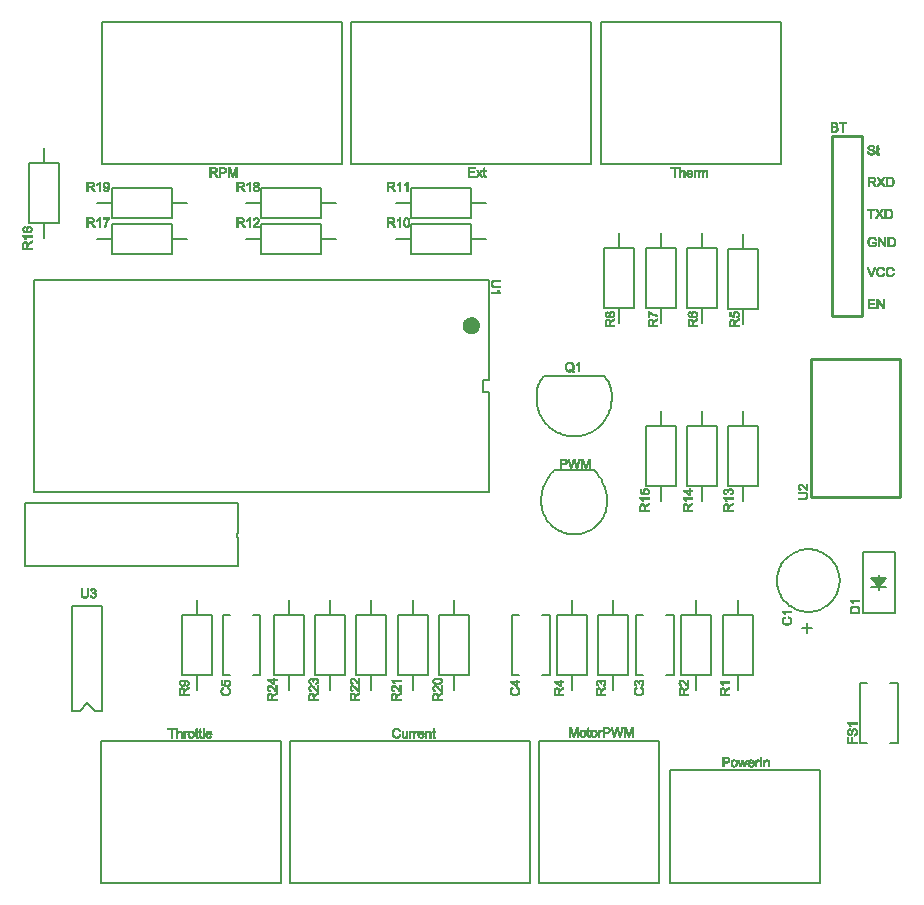
<source format=gto>
G04 EasyPC Gerber Version 20.0.2 Build 4112 *
G04 #@! TF.Part,Single*
G04 #@! TF.FileFunction,Legend,Top *
%FSLAX35Y35*%
%MOIN*%
%ADD12C,0.00100*%
%ADD11C,0.00500*%
%ADD13C,0.00600*%
%ADD107C,0.00660*%
%ADD15C,0.01000*%
X0Y0D02*
D02*
D11*
X13360Y216647D02*
Y221647D01*
Y241647D02*
Y246647D01*
X18360Y221647D02*
X8360D01*
Y241647*
X18360*
Y221647*
X30995Y216372D02*
X35995D01*
X30995Y228243D02*
X35995D01*
X32846Y288420D02*
Y241176D01*
X112846*
Y288420*
X32846*
X32865Y93920D02*
Y58920D01*
X30365*
X27865Y61420*
X25365Y58920*
X22865*
Y93920*
X32865*
X35995Y211372D02*
Y221372D01*
X55995*
Y211372*
X35995*
Y223243D02*
Y233243D01*
X55995*
Y223243*
X35995*
X55995Y216372D02*
X60995D01*
X55995Y228243D02*
X60995D01*
X59647Y90783D02*
X69647D01*
Y70783*
X59647*
Y90783*
X64647Y70783D02*
Y65783D01*
Y95783D02*
Y90783D01*
X78312Y107153D02*
X7312D01*
Y128153*
X78312*
Y118278*
X77687*
Y117028*
X78312*
Y107153*
X80979Y228243D02*
X85979D01*
X85967Y216372D02*
X80967D01*
X85979Y223243D02*
Y233243D01*
X105979*
Y223243*
X85979*
X92428Y1663D02*
Y48907D01*
X32428*
Y1663*
X92428*
X95042Y65796D02*
Y70796D01*
Y90796D02*
Y95796D01*
X100042Y70796D02*
X90042D01*
Y90796*
X100042*
Y70796*
X103821Y90783D02*
X113821D01*
Y70783*
X103821*
Y90783*
X105967Y221372D02*
Y211372D01*
X85967*
Y221372*
X105967*
X105979Y228243D02*
X110979D01*
X108821Y70783D02*
Y65783D01*
Y95783D02*
Y90783D01*
X110967Y216372D02*
X105967D01*
X115892Y288420D02*
Y241176D01*
X195892*
Y288420*
X115892*
X117601Y90783D02*
X127601D01*
Y70783*
X117601*
Y90783*
X122601Y70783D02*
Y65783D01*
Y95783D02*
Y90783D01*
X135951Y216372D02*
X130951D01*
X135951Y228243D02*
X130951D01*
X136362Y65796D02*
Y70796D01*
Y90796D02*
Y95796D01*
X141362Y70796D02*
X131362D01*
Y90796*
X141362*
Y70796*
X150132Y65796D02*
Y70796D01*
Y90796D02*
Y95796D01*
X155132Y70796D02*
X145132D01*
Y90796*
X155132*
Y70796*
X155902Y184837D02*
X156181Y184852D01*
X156458Y184899*
X156727Y184977*
X156986Y185084*
X157231Y185219*
X157460Y185381*
X157669Y185568*
X157856Y185777*
X158019Y186006*
X158154Y186251*
X158262Y186510*
X158339Y186780*
X158386Y187056*
X158402Y187336*
X158386Y187616*
X158339Y187892*
X158262Y188161*
X158155Y188420*
X158019Y188666*
X157857Y188894*
X157670Y189104*
X157461Y189291*
X157233Y189453*
X156987Y189589*
X156728Y189696*
X156459Y189774*
X156183Y189821*
X155902Y189837*
X155622Y189821*
X155345Y189774*
X155076Y189696*
X154817Y189589*
X154572Y189454*
X154343Y189292*
X154134Y189105*
X153947Y188896*
X153785Y188667*
X153649Y188422*
X153541Y188163*
X153464Y187894*
X153417Y187617*
X153401Y187337*
X153417Y187057*
X153464Y186781*
X153541Y186512*
X153648Y186253*
X153784Y186007*
X153946Y185779*
X154133Y185570*
X154342Y185383*
X154570Y185220*
X154816Y185085*
X155075Y184977*
X155344Y184900*
X155620Y184852*
X155902Y184837*
X154404Y185335D02*
X157399D01*
X153905Y185833D02*
X157898D01*
X153613Y186331D02*
X158190D01*
X153454Y186829D02*
X158350D01*
X153402Y187327D02*
X158402D01*
X153450Y187825D02*
X158354D01*
X153604Y188323D02*
X158199D01*
X153890Y188821D02*
X157913D01*
X154378Y189319D02*
X157425D01*
X155589Y189817D02*
X156215D01*
X155951Y221372D02*
Y211372D01*
X135951*
Y221372*
X155951*
Y233243D02*
Y223243D01*
X135951*
Y233243*
X155951*
X160951Y216372D02*
X155951D01*
X160951Y228243D02*
X155951D01*
X161748Y131963D02*
X10055D01*
Y202711*
X161748*
Y169305*
X159780*
Y165368*
X161748*
Y131963*
X175533Y1663D02*
Y48907D01*
X95533*
Y1663*
X175533*
X179191Y128793D02*
X179206Y128218D01*
X179251Y127644*
X179326Y127073*
X179431Y126507*
X179566Y125947*
X179729Y125394*
X179921Y124852*
X180142Y124320*
X180390Y123800*
X180665Y123294*
X180965Y122803*
X181291Y122328*
X181642Y121871*
X182016Y121433*
X182412Y121015*
X182830Y120619*
X183268Y120245*
X183724Y119894*
X184199Y119568*
X184690Y119267*
X185196Y118992*
X185716Y118744*
X186248Y118524*
X186791Y118331*
X187343Y118168*
X187903Y118033*
X188469Y117928*
X189040Y117853*
X189614Y117807*
X190191Y117793*
X190767Y117808*
X191341Y117854*
X191911Y117929*
X192478Y118034*
X193037Y118168*
X193590Y118331*
X194133Y118524*
X194665Y118744*
X195184Y118992*
X195691Y119267*
X196181Y119568*
X196656Y119894*
X197113Y120244*
X197551Y120618*
X197969Y121015*
X198365Y121432*
X198739Y121870*
X199090Y122327*
X199417Y122802*
X199717Y123293*
X199992Y123799*
X200240Y124319*
X200461Y124850*
X200653Y125393*
X200817Y125946*
X200951Y126506*
X201056Y127072*
X201131Y127643*
X201177Y128217*
X201191Y128793*
X201174Y129467*
X201125Y130139*
X201046Y130808*
X200935Y131472*
X200794Y132131*
X200623Y132783*
X200422Y133426*
X200191Y134059*
X199932Y134680*
X199644Y135289*
X199328Y135884*
X198985Y136464*
X198616Y137028*
X198221Y137573*
X197802Y138100*
X197358Y138607*
X196891Y139093*
X183491*
X183024Y138607*
X182581Y138100*
X182161Y137574*
X181766Y137028*
X181397Y136465*
X181054Y135885*
X180738Y135290*
X180450Y134681*
X180191Y134059*
X179960Y133426*
X179759Y132783*
X179588Y132131*
X179447Y131473*
X179337Y130808*
X179257Y130139*
X179209Y129467*
X179191Y128793*
X189522Y65801D02*
Y70801D01*
Y90801D02*
Y95801D01*
X194522Y70801D02*
X184522D01*
Y90801*
X194522*
Y70801*
X198291Y90801D02*
X208291D01*
Y70801*
X198291*
Y90801*
X198997Y288420D02*
Y241176D01*
X258997*
Y288420*
X198997*
X202691Y162986D02*
X202676Y162373D01*
X202631Y161761*
X202556Y161152*
X202451Y160548*
X202317Y159950*
X202153Y159358*
X201961Y158776*
X201740Y158203*
X201491Y157643*
X201216Y157094*
X200913Y156561*
X200585Y156043*
X200232Y155541*
X199855Y155057*
X199454Y154593*
X199031Y154148*
X198587Y153725*
X198123Y153324*
X197639Y152947*
X197138Y152594*
X196620Y152265*
X196086Y151963*
X195538Y151687*
X194977Y151438*
X194405Y151217*
X193822Y151025*
X193231Y150861*
X192633Y150726*
X192028Y150621*
X191420Y150546*
X190808Y150501*
X190191Y150486*
X189578Y150501*
X188966Y150546*
X188357Y150622*
X187753Y150726*
X187154Y150861*
X186563Y151024*
X185980Y151217*
X185408Y151437*
X184847Y151686*
X184299Y151961*
X183765Y152264*
X183247Y152592*
X182746Y152945*
X182262Y153322*
X181798Y153723*
X181353Y154146*
X180930Y154590*
X180529Y155054*
X180152Y155538*
X179798Y156039*
X179470Y156557*
X179168Y157091*
X178892Y157639*
X178643Y158200*
X178422Y158772*
X178230Y159355*
X178066Y159946*
X177931Y160544*
X177826Y161149*
X177751Y161757*
X177706Y162369*
X177691Y162986*
Y164486*
X177707Y164999*
X177755Y165509*
X177833Y166017*
X177942Y166518*
X178081Y167011*
X178249Y167496*
X178446Y167970*
X178672Y168430*
X178924Y168876*
X179204Y169307*
X179509Y169719*
X179838Y170113*
X180191Y170486*
X200191*
X200543Y170113*
X200872Y169720*
X201177Y169307*
X201457Y168877*
X201709Y168431*
X201935Y167970*
X202132Y167497*
X202301Y167012*
X202440Y166519*
X202548Y166017*
X202627Y165510*
X202674Y165000*
X202691Y164486*
Y162986*
X203291Y70801D02*
Y65801D01*
Y95801D02*
Y90801D01*
X205289Y188063D02*
Y193063D01*
Y213063D02*
Y218063D01*
X210289Y193063D02*
X200289D01*
Y213063*
X210289*
Y193063*
X214030Y153894D02*
X224030D01*
Y133894*
X214030*
Y153894*
Y213134D02*
X224030D01*
Y193134*
X214030*
Y213134*
X218632Y1663D02*
Y48907D01*
X178632*
Y1663*
X218632*
X219030Y133894D02*
Y128894D01*
Y158894D02*
Y153894D01*
Y193134D02*
Y188134D01*
Y218134D02*
Y213134D01*
X230850Y65801D02*
Y70801D01*
Y90801D02*
Y95801D01*
X232848Y128911D02*
Y133911D01*
Y153911D02*
Y158911D01*
Y188063D02*
Y193063D01*
Y213063D02*
Y218063D01*
X235850Y70801D02*
X225850D01*
Y90801*
X235850*
Y70801*
X237848Y133911D02*
X227848D01*
Y153911*
X237848*
Y133911*
Y193063D02*
X227848D01*
Y213063*
X237848*
Y193063*
X239650Y90801D02*
X249650D01*
Y70801*
X239650*
Y90801*
X241628Y213055D02*
X251628D01*
Y193055*
X241628*
Y213055*
X244650Y70801D02*
Y65801D01*
Y95801D02*
Y90801D01*
X246608Y128922D02*
Y133922D01*
Y153922D02*
Y158922D01*
X246628Y193055D02*
Y188055D01*
Y218055D02*
Y213055D01*
X251608Y133922D02*
X241608D01*
Y153922*
X251608*
Y133922*
X268242Y112799D02*
X267678Y112784D01*
X267115Y112738*
X266555Y112662*
X266000Y112556*
X265452Y112419*
X264911Y112254*
X264381Y112059*
X263862Y111835*
X263356Y111585*
X262864Y111307*
X262388Y111002*
X261929Y110673*
X261489Y110319*
X261068Y109942*
X260669Y109542*
X260291Y109122*
X259937Y108681*
X259608Y108223*
X259304Y107747*
X259025Y107255*
X258774Y106749*
X258551Y106230*
X258356Y105700*
X258190Y105160*
X258053Y104611*
X257946Y104057*
X257870Y103497*
X257824Y102934*
X257809Y102369*
X257824Y101804*
X257869Y101241*
X257945Y100681*
X258052Y100126*
X258188Y99578*
X258354Y99038*
X258548Y98507*
X258771Y97988*
X259022Y97482*
X259300Y96990*
X259604Y96514*
X259934Y96055*
X260288Y95614*
X260665Y95193*
X261064Y94794*
X261485Y94416*
X261925Y94062*
X262383Y93732*
X262859Y93428*
X263351Y93150*
X263857Y92898*
X264376Y92675*
X264906Y92480*
X265446Y92314*
X265995Y92177*
X266550Y92070*
X267109Y91994*
X267672Y91948*
X268242Y91933*
X268807Y91948*
X269370Y91994*
X269930Y92070*
X270484Y92177*
X271033Y92313*
X271573Y92479*
X272103Y92674*
X272622Y92897*
X273128Y93148*
X273620Y93426*
X274096Y93730*
X274555Y94059*
X274996Y94413*
X275416Y94791*
X275816Y95190*
X276193Y95611*
X276547Y96051*
X276876Y96509*
X277181Y96985*
X277459Y97477*
X277710Y97983*
X277933Y98502*
X278128Y99032*
X278294Y99572*
X278431Y100121*
X278538Y100676*
X278614Y101235*
X278660Y101798*
X278676Y102363*
X278661Y102928*
X278615Y103491*
X278539Y104051*
X278433Y104606*
X278296Y105154*
X278131Y105694*
X277936Y106225*
X277713Y106744*
X277462Y107250*
X277184Y107743*
X276880Y108219*
X276550Y108678*
X276196Y109118*
X275819Y109539*
X275420Y109939*
X275000Y110316*
X274559Y110670*
X274101Y111000*
X273625Y111304*
X273133Y111583*
X272627Y111834*
X272108Y112057*
X271578Y112252*
X271038Y112419*
X270489Y112555*
X269935Y112662*
X269375Y112738*
X268812Y112784*
X268242Y112799*
X272086Y1663D02*
Y39065D01*
X222086*
Y1663*
X272086*
D02*
D12*
X9371Y215746D02*
Y215222D01*
X9282Y215164*
X9195Y215109*
X9112Y215057*
X9034Y215008*
X8962Y214962*
X8893Y214919*
X8829Y214879*
X8771Y214838*
X8717Y214804*
X8665Y214772*
X8619Y214743*
X8578Y214714*
X8541Y214691*
X8509Y214671*
X8480Y214651*
X8457Y214637*
X8374Y214579*
X8298Y214518*
X8229Y214458*
X8166Y214397*
X8111Y214334*
X8065Y214273*
X8033Y214215*
X8010Y214158*
X7996Y214100*
X7987Y214031*
X7981Y213953*
X7978Y213867*
Y213382*
X9371*
Y212964*
X6217*
Y214363*
Y214432*
Y214501*
X6219Y214564*
X6225Y214625*
X6231Y214685*
X6237Y214740*
X6243Y214792*
X6251Y214841*
X6274Y214936*
X6309Y215026*
X6352Y215106*
X6407Y215181*
X6467Y215251*
X6539Y215311*
X6617Y215363*
X6701Y215406*
X6793Y215441*
X6885Y215467*
X6981Y215481*
X7079Y215487*
X7165Y215481*
X7249Y215473*
X7327Y215456*
X7402Y215430*
X7471Y215398*
X7537Y215360*
X7598Y215314*
X7653Y215259*
X7704Y215202*
X7754Y215135*
X7794Y215060*
X7831Y214983*
X7863Y214896*
X7889Y214804*
X7912Y214706*
X7930Y214602*
X7938*
X7978Y214680*
X8028Y214757*
X8085Y214833*
X8152Y214907*
X8226Y214983*
X8313Y215055*
X8408Y215127*
X8512Y215196*
X9371Y215746*
X7604Y213382D02*
Y214279D01*
Y214345*
X7601Y214406*
X7598Y214466*
X7592Y214521*
X7586Y214573*
X7578Y214622*
X7569Y214665*
X7557Y214709*
X7529Y214783*
X7491Y214850*
X7439Y214910*
X7379Y214962*
X7344Y214983*
X7309Y215003*
X7272Y215020*
X7237Y215031*
X7200Y215043*
X7159Y215049*
X7119Y215055*
X7079*
X7027*
X6975Y215046*
X6926Y215034*
X6880Y215017*
X6833Y214994*
X6793Y214968*
X6753Y214936*
X6713Y214899*
X6678Y214856*
X6646Y214807*
X6620Y214752*
X6600Y214691*
X6583Y214622*
X6571Y214547*
X6565Y214466*
X6563Y214380*
Y213382*
X7604*
X9371Y217448D02*
Y217061D01*
X6903*
X6969Y216987*
X7035Y216903*
X7096Y216817*
X7157Y216721*
X7214Y216620*
X7269Y216517*
X7321Y216404*
X7370Y216283*
X6995*
X6955Y216367*
X6911Y216444*
X6868Y216519*
X6825Y216591*
X6779Y216661*
X6733Y216727*
X6684Y216787*
X6635Y216848*
X6586Y216903*
X6534Y216955*
X6482Y217004*
X6427Y217050*
X6372Y217091*
X6317Y217131*
X6260Y217165*
X6199Y217197*
Y217448*
X9371*
X7745Y218823D02*
X7693Y218858D01*
X7647Y218893*
X7601Y218933*
X7560Y218970*
X7523Y219014*
X7488Y219057*
X7459Y219100*
X7431Y219146*
X7407Y219195*
X7384Y219244*
X7367Y219296*
X7353Y219351*
X7341Y219406*
X7333Y219463*
X7327Y219524*
Y219585*
X7330Y219680*
X7344Y219769*
X7367Y219859*
X7399Y219942*
X7439Y220023*
X7488Y220101*
X7546Y220173*
X7612Y220242*
X7687Y220306*
X7765Y220360*
X7849Y220406*
X7938Y220447*
X8033Y220476*
X8131Y220496*
X8235Y220510*
X8344Y220513*
X8454Y220510*
X8561Y220496*
X8662Y220476*
X8760Y220447*
X8855Y220409*
X8944Y220360*
X9028Y220306*
X9109Y220242*
X9184Y220173*
X9247Y220098*
X9302Y220017*
X9345Y219928*
X9380Y219835*
X9406Y219737*
X9420Y219633*
X9426Y219524*
X9420Y219415*
X9403Y219308*
X9377Y219204*
X9343Y219106*
X9293Y219011*
X9236Y218919*
X9169Y218835*
X9089Y218751*
X9045Y218714*
X8996Y218676*
X8944Y218642*
X8890Y218613*
X8829Y218584*
X8763Y218558*
X8696Y218532*
X8621Y218512*
X8546Y218492*
X8466Y218477*
X8379Y218463*
X8293Y218452*
X8198Y218443*
X8102Y218437*
X7998Y218434*
X7895Y218431*
X7791Y218434*
X7690Y218437*
X7592Y218443*
X7500Y218448*
X7407Y218460*
X7321Y218472*
X7237Y218486*
X7157Y218503*
X7079Y218524*
X7004Y218544*
X6931Y218570*
X6865Y218596*
X6799Y218624*
X6739Y218653*
X6681Y218685*
X6626Y218722*
X6574Y218760*
X6525Y218797*
X6482Y218838*
X6439Y218881*
X6401Y218927*
X6367Y218976*
X6335Y219025*
X6306Y219077*
X6283Y219129*
X6260Y219184*
X6243Y219241*
X6228Y219302*
X6217Y219363*
X6208Y219426*
X6202Y219493*
X6199Y219559*
X6202Y219648*
X6214Y219731*
X6228Y219809*
X6251Y219887*
X6277Y219962*
X6312Y220031*
X6352Y220098*
X6398Y220161*
X6450Y220219*
X6511Y220271*
X6574Y220317*
X6643Y220357*
X6721Y220392*
X6802Y220421*
X6891Y220444*
X6987Y220458*
X7021Y220072*
X6961Y220057*
X6903Y220040*
X6851Y220020*
X6802Y220000*
X6756Y219974*
X6715Y219948*
X6678Y219919*
X6643Y219887*
X6615Y219853*
X6589Y219815*
X6569Y219775*
X6551Y219731*
X6537Y219689*
X6528Y219639*
X6522Y219591*
X6519Y219539*
X6522Y219467*
X6537Y219394*
X6560Y219328*
X6591Y219262*
X6635Y219201*
X6684Y219141*
X6744Y219083*
X6813Y219028*
X6894Y218979*
X6983Y218936*
X7081Y218898*
X7194Y218870*
X7315Y218846*
X7448Y218829*
X7589Y218818*
X7745Y218815*
Y218823*
X9106Y219515D02*
X9103Y219582D01*
X9094Y219645*
X9077Y219703*
X9054Y219757*
X9022Y219813*
X8985Y219861*
X8941Y219907*
X8893Y219951*
X8835Y219988*
X8777Y220023*
X8717Y220052*
X8653Y220075*
X8587Y220092*
X8518Y220104*
X8446Y220112*
X8370Y220115*
X8296Y220112*
X8224Y220104*
X8157Y220092*
X8091Y220075*
X8030Y220052*
X7973Y220023*
X7915Y219988*
X7866Y219951*
X7817Y219907*
X7776Y219859*
X7742Y219809*
X7713Y219755*
X7693Y219697*
X7676Y219637*
X7667Y219573*
X7664Y219504*
X7667Y219441*
X7676Y219380*
X7690Y219322*
X7710Y219265*
X7739Y219213*
X7771Y219161*
X7808Y219109*
X7852Y219063*
X7900Y219019*
X7956Y218982*
X8010Y218950*
X8071Y218924*
X8134Y218904*
X8203Y218890*
X8272Y218881*
X8348Y218878*
X8425Y218881*
X8500Y218890*
X8572Y218904*
X8639Y218924*
X8705Y218947*
X8769Y218979*
X8829Y219017*
X8884Y219060*
X8936Y219106*
X8982Y219155*
X9019Y219210*
X9051Y219265*
X9074Y219322*
X9091Y219386*
X9103Y219449*
X9106Y219515*
X6217Y212987D02*
X9371D01*
X6217Y213081D02*
X9371D01*
X6217Y213174D02*
X9371D01*
X6217Y213268D02*
X9371D01*
X6217Y213362D02*
X9371D01*
X6217Y213456D02*
X6563D01*
X7604D02*
X7978D01*
X6217Y213549D02*
X6563D01*
X7604D02*
X7978D01*
X6217Y213643D02*
X6563D01*
X7604D02*
X7978D01*
X6217Y213737D02*
X6563D01*
X7604D02*
X7978D01*
X6217Y213830D02*
X6563D01*
X7604D02*
X7978D01*
X6217Y213924D02*
X6563D01*
X7604D02*
X7980D01*
X6217Y214018D02*
X6563D01*
X7604D02*
X7986D01*
X6217Y214111D02*
X6563D01*
X7604D02*
X7998D01*
X6217Y214205D02*
X6563D01*
X7604D02*
X8029D01*
X6217Y214299D02*
X6563D01*
X7604D02*
X8084D01*
X6217Y214393D02*
X6563D01*
X7602D02*
X8162D01*
X6217Y214486D02*
X6567D01*
X7596D02*
X8262D01*
X6221Y214580D02*
X6576D01*
X7585D02*
X8374D01*
X6230Y214674D02*
X6596D01*
X7567D02*
X7918D01*
X7975D02*
X8513D01*
X6240Y214767D02*
X6628D01*
X7535D02*
X7898D01*
X8035D02*
X8657D01*
X6256Y214861D02*
X6682D01*
X7481D02*
X7873D01*
X8110D02*
X8804D01*
X6281Y214955D02*
X6776D01*
X7387D02*
X7842D01*
X8198D02*
X8950D01*
X6321Y215048D02*
X6989D01*
X7162D02*
X7800D01*
X8306D02*
X9098D01*
X6378Y215142D02*
X7748D01*
X8431D02*
X9247D01*
X6454Y215236D02*
X7674D01*
X8574D02*
X9371D01*
X6567Y215330D02*
X7578D01*
X8720D02*
X9371D01*
X6746Y215423D02*
X7415D01*
X8867D02*
X9371D01*
X9013Y215517D02*
X9371D01*
X9159Y215611D02*
X9371D01*
X9306Y215704D02*
X9371D01*
X6958Y216360D02*
X7339D01*
X6906Y216454D02*
X7298D01*
X6851Y216548D02*
X7252D01*
X6792Y216641D02*
X7202D01*
X6726Y216735D02*
X7148D01*
X6650Y216829D02*
X7087D01*
X6566Y216922D02*
X7020D01*
X6467Y217016D02*
X6943D01*
X6346Y217110D02*
X9371D01*
X6199Y217204D02*
X9371D01*
X6199Y217297D02*
X9371D01*
X6199Y217391D02*
X9371D01*
X7110Y218515D02*
X8634D01*
X6835Y218609D02*
X8881D01*
X6655Y218703D02*
X9031D01*
X6526Y218796D02*
X9132D01*
X6431Y218890D02*
X7114D01*
X7650D02*
X8203D01*
X8502D02*
X9213D01*
X6362Y218984D02*
X6886D01*
X7549D02*
X7953D01*
X8776D02*
X9277D01*
X6306Y219078D02*
X6751D01*
X7474D02*
X7837D01*
X8904D02*
X9328D01*
X6265Y219171D02*
X6659D01*
X7419D02*
X7764D01*
X8993D02*
X9365D01*
X6237Y219265D02*
X6590D01*
X7378D02*
X7710D01*
X9051D02*
X9392D01*
X6217Y219359D02*
X6549D01*
X7351D02*
X7681D01*
X9084D02*
X9411D01*
X6206Y219452D02*
X6525D01*
X7334D02*
X7667D01*
X9103D02*
X9422D01*
X6200Y219546D02*
X6520D01*
X7327D02*
X7666D01*
X9105D02*
X9425D01*
X6202Y219640D02*
X6528D01*
X7328D02*
X7676D01*
X9095D02*
X9419D01*
X6214Y219733D02*
X6552D01*
X7338D02*
X7706D01*
X9064D02*
X9406D01*
X6233Y219827D02*
X6597D01*
X7359D02*
X7754D01*
X9011D02*
X9382D01*
X6263Y219921D02*
X6678D01*
X7391D02*
X7832D01*
X8926D02*
X9348D01*
X6304Y220015D02*
X6837D01*
X7435D02*
X7959D01*
X8791D02*
X9303D01*
X6359Y220108D02*
X7018D01*
X7494D02*
X8263D01*
X8478D02*
X9239D01*
X6435Y220202D02*
X7009D01*
X7574D02*
X9152D01*
X6545Y220296D02*
X7001D01*
X7675D02*
X9041D01*
X6715Y220389D02*
X6993D01*
X7818D02*
X8892D01*
X8070Y220483D02*
X8624D01*
X28202Y98049D02*
X28199Y97930D01*
X28193Y97815*
X28187Y97706*
X28173Y97599*
X28156Y97495*
X28124Y97391*
X28083Y97281*
X28031Y97175*
X28000Y97120*
X27965Y97071*
X27925Y97022*
X27881Y96973*
X27833Y96930*
X27778Y96887*
X27720Y96849*
X27657Y96812*
X27591Y96777*
X27519Y96748*
X27437Y96722*
X27354Y96702*
X27265Y96685*
X27172Y96673*
X27071Y96667*
X26965Y96665*
X26864Y96667*
X26766Y96673*
X26670Y96685*
X26584Y96696*
X26503Y96717*
X26426Y96737*
X26354Y96765*
X26284Y96794*
X26224Y96829*
X26166Y96863*
X26111Y96901*
X26062Y96941*
X26016Y96985*
X25976Y97031*
X25938Y97077*
X25906Y97129*
X25852Y97233*
X25808Y97337*
X25774Y97443*
X25754Y97556*
X25736Y97668*
X25728Y97789*
X25722Y97916*
X25719Y98049*
Y99874*
X26137*
Y98057*
X26140Y97919*
X26146Y97792*
X26160Y97674*
X26178Y97567*
X26189Y97515*
X26206Y97466*
X26226Y97417*
X26252Y97371*
X26281Y97328*
X26313Y97285*
X26350Y97241*
X26394Y97201*
X26440Y97163*
X26492Y97132*
X26550Y97103*
X26616Y97083*
X26685Y97065*
X26760Y97051*
X26844Y97045*
X26930Y97043*
X27019Y97045*
X27103Y97051*
X27181Y97059*
X27253Y97074*
X27319Y97091*
X27380Y97115*
X27435Y97141*
X27484Y97169*
X27530Y97201*
X27567Y97239*
X27605Y97276*
X27637Y97316*
X27665Y97359*
X27689Y97409*
X27709Y97457*
X27726Y97509*
X27737Y97564*
X27749Y97622*
X27761Y97685*
X27766Y97752*
X27772Y97821*
X27778Y97896*
X27781Y97974*
Y98057*
Y99874*
X28202*
Y98049*
X30223Y98426D02*
X30295Y98409D01*
X30361Y98389*
X30425Y98360*
X30483Y98328*
X30535Y98288*
X30583Y98245*
X30627Y98199*
X30667Y98144*
X30702Y98086*
X30731Y98028*
X30757Y97968*
X30780Y97907*
X30794Y97844*
X30806Y97781*
X30814Y97714*
X30817Y97648*
X30811Y97544*
X30797Y97443*
X30771Y97348*
X30739Y97256*
X30693Y97172*
X30641Y97089*
X30575Y97013*
X30503Y96941*
X30422Y96878*
X30339Y96820*
X30252Y96774*
X30160Y96734*
X30062Y96705*
X29963Y96682*
X29860Y96670*
X29753Y96665*
X29649Y96670*
X29554Y96682*
X29459Y96699*
X29372Y96725*
X29289Y96760*
X29208Y96803*
X29133Y96852*
X29064Y96910*
X29000Y96973*
X28943Y97039*
X28891Y97115*
X28850Y97192*
X28813Y97273*
X28784Y97363*
X28761Y97455*
X28747Y97553*
X29136Y97607*
X29150Y97530*
X29170Y97461*
X29191Y97394*
X29217Y97333*
X29246Y97276*
X29277Y97227*
X29309Y97181*
X29346Y97137*
X29387Y97103*
X29430Y97071*
X29476Y97045*
X29525Y97022*
X29577Y97005*
X29632Y96993*
X29693Y96987*
X29753Y96985*
X29819Y96987*
X29883Y96996*
X29943Y97011*
X30004Y97031*
X30059Y97059*
X30113Y97091*
X30163Y97129*
X30211Y97175*
X30258Y97224*
X30295Y97276*
X30327Y97328*
X30353Y97385*
X30373Y97446*
X30390Y97507*
X30399Y97573*
X30402Y97639*
X30399Y97706*
X30390Y97766*
X30376Y97827*
X30359Y97881*
X30333Y97936*
X30304Y97985*
X30269Y98034*
X30229Y98080*
X30185Y98121*
X30137Y98156*
X30087Y98187*
X30033Y98210*
X29975Y98230*
X29915Y98242*
X29851Y98250*
X29782Y98254*
X29724Y98250*
X29658Y98245*
X29586Y98230*
X29508Y98213*
X29554Y98553*
X29629*
X29693Y98556*
X29750Y98562*
X29799Y98568*
X29845Y98579*
X29897Y98594*
X29949Y98614*
X30001Y98643*
X30056Y98674*
X30105Y98712*
X30148Y98758*
X30189Y98807*
X30220Y98865*
X30243Y98931*
X30255Y99000*
X30261Y99078*
X30258Y99136*
X30252Y99191*
X30237Y99240*
X30223Y99286*
X30200Y99332*
X30174Y99372*
X30143Y99410*
X30105Y99441*
X30065Y99473*
X30024Y99499*
X29981Y99522*
X29938Y99539*
X29891Y99554*
X29843Y99563*
X29793Y99569*
X29744Y99571*
X29687Y99569*
X29632Y99563*
X29580Y99551*
X29531Y99534*
X29485Y99513*
X29442Y99487*
X29401Y99459*
X29361Y99424*
X29326Y99384*
X29294Y99341*
X29266Y99294*
X29243Y99243*
X29220Y99188*
X29202Y99130*
X29188Y99067*
X29176Y99000*
X28787Y99069*
X28810Y99170*
X28836Y99263*
X28871Y99349*
X28908Y99430*
X28954Y99502*
X29004Y99571*
X29058Y99632*
X29122Y99687*
X29188Y99733*
X29257Y99776*
X29329Y99811*
X29404Y99839*
X29482Y99863*
X29563Y99877*
X29646Y99889*
X29736Y99891*
X29831Y99885*
X29923Y99874*
X30013Y99857*
X30096Y99831*
X30177Y99796*
X30252Y99756*
X30324Y99707*
X30393Y99652*
X30454Y99591*
X30509Y99528*
X30555Y99459*
X30592Y99387*
X30621Y99315*
X30641Y99237*
X30653Y99153*
X30656Y99069*
Y99015*
X30650Y98963*
X30641Y98914*
X30630Y98865*
X30615Y98819*
X30595Y98772*
X30575Y98732*
X30549Y98692*
X30520Y98651*
X30488Y98614*
X30451Y98579*
X30413Y98548*
X30370Y98516*
X30327Y98487*
X30278Y98461*
X30223Y98435*
Y98426*
X26408Y96744D02*
X27505D01*
X29328D02*
X30182D01*
X26210Y96837D02*
X27700D01*
X29156D02*
X30363D01*
X26075Y96931D02*
X27833D01*
X29043D02*
X30490D01*
X25981Y97025D02*
X27927D01*
X28956D02*
X29519D01*
X29986D02*
X30585D01*
X25913Y97119D02*
X26519D01*
X27388D02*
X28000D01*
X28889D02*
X29369D01*
X30149D02*
X30660D01*
X25862Y97212D02*
X26381D01*
X27541D02*
X28050D01*
X28841D02*
X29287D01*
X30247D02*
X30715D01*
X25821Y97306D02*
X26297D01*
X27628D02*
X28093D01*
X28802D02*
X29231D01*
X30313D02*
X30756D01*
X25788Y97400D02*
X26236D01*
X27684D02*
X28126D01*
X28775D02*
X29189D01*
X30357D02*
X30785D01*
X25765Y97493D02*
X26197D01*
X27720D02*
X28156D01*
X28756D02*
X29161D01*
X30387D02*
X30804D01*
X25749Y97587D02*
X26174D01*
X27742D02*
X28171D01*
X28990D02*
X29140D01*
X30400D02*
X30814D01*
X25735Y97681D02*
X26159D01*
X27760D02*
X28184D01*
X30400D02*
X30816D01*
X25729Y97774D02*
X26148D01*
X27768D02*
X28191D01*
X30388D02*
X30806D01*
X25724Y97868D02*
X26143D01*
X27776D02*
X28196D01*
X30363D02*
X30789D01*
X25721Y97962D02*
X26139D01*
X27780D02*
X28200D01*
X30318D02*
X30759D01*
X25719Y98056D02*
X26137D01*
X27781D02*
X28202D01*
X30250D02*
X30717D01*
X25719Y98149D02*
X26137D01*
X27781D02*
X28202D01*
X30146D02*
X30663D01*
X25719Y98243D02*
X26137D01*
X27781D02*
X28202D01*
X29512D02*
X29648D01*
X29906D02*
X30585D01*
X25719Y98337D02*
X26137D01*
X27781D02*
X28202D01*
X29525D02*
X30468D01*
X25719Y98430D02*
X26137D01*
X27781D02*
X28202D01*
X29537D02*
X30223D01*
X25719Y98524D02*
X26137D01*
X27781D02*
X28202D01*
X29550D02*
X30381D01*
X25719Y98618D02*
X26137D01*
X27781D02*
X28202D01*
X29956D02*
X30492D01*
X25719Y98711D02*
X26137D01*
X27781D02*
X28202D01*
X30104D02*
X30561D01*
X25719Y98805D02*
X26137D01*
X27781D02*
X28202D01*
X30187D02*
X30609D01*
X25719Y98899D02*
X26137D01*
X27781D02*
X28202D01*
X30232D02*
X30638D01*
X25719Y98993D02*
X26137D01*
X27781D02*
X28202D01*
X30254D02*
X30653D01*
X25719Y99086D02*
X26137D01*
X27781D02*
X28202D01*
X28791D02*
X29192D01*
X30260D02*
X30655D01*
X25719Y99180D02*
X26137D01*
X27781D02*
X28202D01*
X28813D02*
X29217D01*
X30253D02*
X30649D01*
X25719Y99274D02*
X26137D01*
X27781D02*
X28202D01*
X28841D02*
X29256D01*
X30227D02*
X30631D01*
X25719Y99367D02*
X26137D01*
X27781D02*
X28202D01*
X28879D02*
X29314D01*
X30177D02*
X30600D01*
X25719Y99461D02*
X26137D01*
X27781D02*
X28202D01*
X28928D02*
X29404D01*
X30080D02*
X30553D01*
X25719Y99555D02*
X26137D01*
X27781D02*
X28202D01*
X28992D02*
X29596D01*
X29887D02*
X30485D01*
X25719Y99648D02*
X26137D01*
X27781D02*
X28202D01*
X29078D02*
X30397D01*
X25719Y99742D02*
X26137D01*
X27781D02*
X28202D01*
X29203D02*
X30272D01*
X25719Y99836D02*
X26137D01*
X27781D02*
X28202D01*
X29395D02*
X30080D01*
X30392Y220302D02*
X29867D01*
X29810Y220391*
X29755Y220478*
X29703Y220561*
X29654Y220639*
X29608Y220711*
X29565Y220781*
X29524Y220844*
X29484Y220902*
X29449Y220957*
X29418Y221009*
X29389Y221055*
X29360Y221095*
X29337Y221133*
X29317Y221164*
X29296Y221193*
X29282Y221216*
X29224Y221300*
X29164Y221375*
X29104Y221444*
X29043Y221507*
X28980Y221562*
X28919Y221608*
X28861Y221640*
X28804Y221663*
X28746Y221678*
X28677Y221686*
X28599Y221692*
X28512Y221695*
X28028*
Y220302*
X27610*
Y223457*
X29008*
X29078*
X29146*
X29210Y223454*
X29270Y223448*
X29331Y223442*
X29386Y223437*
X29438Y223431*
X29487Y223422*
X29582Y223399*
X29671Y223365*
X29752Y223321*
X29827Y223267*
X29896Y223206*
X29957Y223134*
X30009Y223056*
X30052Y222972*
X30087Y222880*
X30113Y222788*
X30127Y222693*
X30133Y222594*
X30127Y222508*
X30119Y222424*
X30101Y222346*
X30075Y222272*
X30043Y222202*
X30006Y222136*
X29960Y222076*
X29905Y222020*
X29847Y221969*
X29781Y221920*
X29706Y221880*
X29628Y221842*
X29542Y221810*
X29449Y221784*
X29351Y221761*
X29248Y221744*
Y221735*
X29325Y221695*
X29403Y221646*
X29478Y221588*
X29553Y221522*
X29628Y221447*
X29700Y221360*
X29772Y221265*
X29842Y221161*
X30392Y220302*
X28028Y222070D02*
X28924D01*
X28991*
X29052Y222072*
X29112Y222076*
X29167Y222081*
X29219Y222087*
X29268Y222096*
X29311Y222104*
X29354Y222116*
X29429Y222144*
X29496Y222182*
X29556Y222234*
X29608Y222294*
X29628Y222329*
X29648Y222364*
X29666Y222401*
X29677Y222436*
X29689Y222473*
X29694Y222514*
X29700Y222554*
Y222594*
Y222646*
X29692Y222698*
X29680Y222747*
X29663Y222793*
X29640Y222840*
X29614Y222880*
X29582Y222920*
X29544Y222961*
X29501Y222995*
X29452Y223027*
X29398Y223053*
X29337Y223073*
X29268Y223091*
X29193Y223102*
X29112Y223108*
X29026Y223111*
X28028*
Y222070*
X32094Y220302D02*
X31707D01*
Y222770*
X31632Y222704*
X31548Y222638*
X31462Y222577*
X31367Y222517*
X31266Y222459*
X31162Y222404*
X31050Y222352*
X30929Y222303*
Y222678*
X31012Y222719*
X31090Y222762*
X31165Y222805*
X31237Y222848*
X31306Y222894*
X31373Y222941*
X31433Y222989*
X31494Y223039*
X31548Y223087*
X31600Y223139*
X31650Y223191*
X31696Y223246*
X31736Y223301*
X31776Y223356*
X31811Y223413*
X31843Y223474*
X32094*
Y220302*
X35147Y223117D02*
X35032Y222984D01*
X34922Y222845*
X34816Y222698*
X34712Y222545*
X34614Y222384*
X34519Y222214*
X34429Y222038*
X34340Y221854*
X34259Y221666*
X34190Y221476*
X34126Y221282*
X34072Y221089*
X34026Y220896*
X33988Y220700*
X33959Y220501*
X33942Y220302*
X33544*
X33553Y220463*
X33570Y220631*
X33596Y220801*
X33631Y220977*
X33677Y221156*
X33729Y221337*
X33792Y221525*
X33861Y221715*
X33942Y221905*
X34026Y222087*
X34115Y222263*
X34210Y222430*
X34311Y222594*
X34418Y222750*
X34530Y222897*
X34646Y223041*
X33103*
Y223416*
X35147*
Y223117*
X27610Y220326D02*
X28028D01*
X29852D02*
X30376D01*
X31707D02*
X32094D01*
X33545D02*
X33944D01*
X27610Y220420D02*
X28028D01*
X29792D02*
X30317D01*
X31707D02*
X32094D01*
X33550D02*
X33952D01*
X27610Y220514D02*
X28028D01*
X29733D02*
X30256D01*
X31707D02*
X32094D01*
X33558D02*
X33961D01*
X27610Y220607D02*
X28028D01*
X29674D02*
X30196D01*
X31707D02*
X32094D01*
X33568D02*
X33975D01*
X27610Y220701D02*
X28028D01*
X29615D02*
X30137D01*
X31707D02*
X32094D01*
X33581D02*
X33988D01*
X27610Y220795D02*
X28028D01*
X29556D02*
X30076D01*
X31707D02*
X32094D01*
X33595D02*
X34006D01*
X27610Y220889D02*
X28028D01*
X29493D02*
X30017D01*
X31707D02*
X32094D01*
X33613D02*
X34024D01*
X27610Y220982D02*
X28028D01*
X29434D02*
X29956D01*
X31707D02*
X32094D01*
X33632D02*
X34046D01*
X27610Y221076D02*
X28028D01*
X29374D02*
X29896D01*
X31707D02*
X32094D01*
X33656D02*
X34069D01*
X27610Y221170D02*
X28028D01*
X29313D02*
X29836D01*
X31707D02*
X32094D01*
X33681D02*
X34094D01*
X27610Y221263D02*
X28028D01*
X29250D02*
X29774D01*
X31707D02*
X32094D01*
X33707D02*
X34121D01*
X27610Y221357D02*
X28028D01*
X29178D02*
X29703D01*
X31707D02*
X32094D01*
X33735D02*
X34151D01*
X27610Y221451D02*
X28028D01*
X29097D02*
X29624D01*
X31707D02*
X32094D01*
X33767D02*
X34181D01*
X27610Y221544D02*
X28028D01*
X29000D02*
X29528D01*
X31707D02*
X32094D01*
X33799D02*
X34215D01*
X27610Y221638D02*
X28028D01*
X28865D02*
X29413D01*
X31707D02*
X32094D01*
X33833D02*
X34249D01*
X27610Y221732D02*
X29254D01*
X31707D02*
X32094D01*
X33868D02*
X34287D01*
X27610Y221826D02*
X29584D01*
X31707D02*
X32094D01*
X33908D02*
X34328D01*
X27610Y221919D02*
X29781D01*
X31707D02*
X32094D01*
X33949D02*
X34372D01*
X27610Y222013D02*
X29897D01*
X31707D02*
X32094D01*
X33992D02*
X34417D01*
X27610Y222107D02*
X28028D01*
X29320D02*
X29983D01*
X31707D02*
X32094D01*
X34035D02*
X34464D01*
X27610Y222200D02*
X28028D01*
X29517D02*
X30042D01*
X31707D02*
X32094D01*
X34083D02*
X34512D01*
X27610Y222294D02*
X28028D01*
X29607D02*
X30083D01*
X31707D02*
X32094D01*
X34133D02*
X34563D01*
X27610Y222388D02*
X28028D01*
X29659D02*
X30110D01*
X30929D02*
X31126D01*
X31707D02*
X32094D01*
X34186D02*
X34616D01*
X27610Y222481D02*
X28028D01*
X29690D02*
X30124D01*
X30929D02*
X31306D01*
X31707D02*
X32094D01*
X34242D02*
X34673D01*
X27610Y222575D02*
X28028D01*
X29700D02*
X30131D01*
X30929D02*
X31459D01*
X31707D02*
X32094D01*
X34299D02*
X34732D01*
X27610Y222669D02*
X28028D01*
X29696D02*
X30128D01*
X30929D02*
X31588D01*
X31707D02*
X32094D01*
X34362D02*
X34796D01*
X27610Y222763D02*
X28028D01*
X29674D02*
X30117D01*
X31091D02*
X31698D01*
X31707D02*
X32094D01*
X34427D02*
X34862D01*
X27610Y222856D02*
X28028D01*
X29629D02*
X30093D01*
X31249D02*
X32094D01*
X34499D02*
X34931D01*
X27610Y222950D02*
X28028D01*
X29554D02*
X30060D01*
X31385D02*
X32094D01*
X34572D02*
X35005D01*
X27610Y223044D02*
X28028D01*
X29418D02*
X30015D01*
X31500D02*
X32094D01*
X33103D02*
X35084D01*
X27610Y223137D02*
X29954D01*
X31598D02*
X32094D01*
X33103D02*
X35147D01*
X27610Y223231D02*
X29868D01*
X31683D02*
X32094D01*
X33103D02*
X35147D01*
X27610Y223325D02*
X29745D01*
X31754D02*
X32094D01*
X33103D02*
X35147D01*
X27610Y223419D02*
X29502D01*
X31814D02*
X32094D01*
X30392Y232192D02*
X29867D01*
X29810Y232281*
X29755Y232368*
X29703Y232451*
X29654Y232529*
X29608Y232601*
X29565Y232670*
X29524Y232734*
X29484Y232792*
X29449Y232846*
X29418Y232898*
X29389Y232944*
X29360Y232985*
X29337Y233022*
X29317Y233054*
X29296Y233083*
X29282Y233106*
X29224Y233189*
X29164Y233265*
X29104Y233334*
X29043Y233397*
X28980Y233452*
X28919Y233498*
X28861Y233530*
X28804Y233553*
X28746Y233567*
X28677Y233576*
X28599Y233581*
X28512Y233585*
X28028*
Y232192*
X27610*
Y235346*
X29008*
X29078*
X29146*
X29210Y235344*
X29270Y235338*
X29331Y235332*
X29386Y235326*
X29438Y235320*
X29487Y235312*
X29582Y235289*
X29671Y235254*
X29752Y235211*
X29827Y235156*
X29896Y235096*
X29957Y235024*
X30009Y234946*
X30052Y234862*
X30087Y234770*
X30113Y234678*
X30127Y234582*
X30133Y234484*
X30127Y234398*
X30119Y234314*
X30101Y234236*
X30075Y234161*
X30043Y234092*
X30006Y234026*
X29960Y233965*
X29905Y233910*
X29847Y233859*
X29781Y233809*
X29706Y233769*
X29628Y233731*
X29542Y233700*
X29449Y233674*
X29351Y233651*
X29248Y233633*
Y233625*
X29325Y233585*
X29403Y233535*
X29478Y233478*
X29553Y233411*
X29628Y233337*
X29700Y233250*
X29772Y233155*
X29842Y233051*
X30392Y232192*
X28028Y233959D02*
X28924D01*
X28991*
X29052Y233962*
X29112Y233965*
X29167Y233971*
X29219Y233977*
X29268Y233985*
X29311Y233994*
X29354Y234006*
X29429Y234034*
X29496Y234072*
X29556Y234124*
X29608Y234184*
X29628Y234219*
X29648Y234254*
X29666Y234291*
X29677Y234326*
X29689Y234363*
X29694Y234404*
X29700Y234444*
Y234484*
Y234536*
X29692Y234588*
X29680Y234637*
X29663Y234683*
X29640Y234730*
X29614Y234770*
X29582Y234810*
X29544Y234850*
X29501Y234885*
X29452Y234917*
X29398Y234943*
X29337Y234963*
X29268Y234980*
X29193Y234992*
X29112Y234998*
X29026Y235000*
X28028*
Y233959*
X32094Y232192D02*
X31707D01*
Y234660*
X31632Y234594*
X31548Y234528*
X31462Y234467*
X31367Y234406*
X31266Y234349*
X31162Y234294*
X31050Y234242*
X30929Y234193*
Y234568*
X31012Y234608*
X31090Y234652*
X31165Y234695*
X31237Y234738*
X31306Y234784*
X31373Y234830*
X31433Y234879*
X31494Y234928*
X31548Y234977*
X31600Y235029*
X31650Y235081*
X31696Y235136*
X31736Y235191*
X31776Y235246*
X31811Y235303*
X31843Y235364*
X32094*
Y232192*
X34761Y233677D02*
X34697Y233587D01*
X34625Y233509*
X34542Y233441*
X34446Y233377*
X34398Y233351*
X34346Y233328*
X34294Y233308*
X34239Y233293*
X34187Y233279*
X34130Y233270*
X34074Y233265*
X34017*
X33922Y233267*
X33830Y233282*
X33740Y233305*
X33656Y233334*
X33576Y233374*
X33498Y233423*
X33423Y233481*
X33354Y233550*
X33290Y233622*
X33235Y233703*
X33189Y233787*
X33149Y233879*
X33120Y233974*
X33100Y234075*
X33085Y234181*
X33083Y234294*
X33085Y234409*
X33100Y234519*
X33120Y234623*
X33152Y234721*
X33189Y234816*
X33238Y234902*
X33293Y234986*
X33359Y235064*
X33431Y235133*
X33509Y235194*
X33590Y235246*
X33677Y235289*
X33769Y235320*
X33867Y235344*
X33968Y235358*
X34074Y235364*
X34181Y235358*
X34285Y235341*
X34386Y235315*
X34484Y235277*
X34576Y235228*
X34666Y235170*
X34752Y235101*
X34833Y235020*
X34873Y234974*
X34908Y234928*
X34943Y234874*
X34974Y234819*
X35003Y234758*
X35029Y234692*
X35052Y234626*
X35075Y234554*
X35093Y234478*
X35110Y234398*
X35124Y234314*
X35136Y234225*
X35144Y234135*
X35150Y234040*
X35153Y233939*
X35156Y233835*
X35153Y233731*
X35150Y233631*
X35144Y233530*
X35136Y233437*
X35127Y233345*
X35113Y233256*
X35098Y233172*
X35081Y233089*
X35064Y233011*
X35041Y232936*
X35017Y232867*
X34992Y232797*
X34963Y232734*
X34931Y232673*
X34896Y232613*
X34862Y232561*
X34824Y232509*
X34784Y232460*
X34744Y232417*
X34700Y232376*
X34654Y232336*
X34608Y232302*
X34559Y232272*
X34507Y232244*
X34452Y232218*
X34398Y232198*
X34340Y232180*
X34282Y232163*
X34219Y232152*
X34158Y232146*
X34092Y232140*
X34026Y232137*
X33939Y232140*
X33856Y232148*
X33775Y232166*
X33700Y232186*
X33625Y232215*
X33558Y232246*
X33492Y232287*
X33431Y232333*
X33374Y232385*
X33322Y232443*
X33279Y232506*
X33238Y232578*
X33204Y232656*
X33178Y232737*
X33155Y232829*
X33140Y232924*
X33509Y232953*
X33524Y232893*
X33538Y232838*
X33556Y232786*
X33576Y232737*
X33599Y232691*
X33625Y232650*
X33654Y232613*
X33685Y232581*
X33720Y232552*
X33757Y232526*
X33795Y232506*
X33838Y232489*
X33881Y232474*
X33930Y232463*
X33980Y232457*
X34034*
X34121Y232463*
X34202Y232477*
X34276Y232503*
X34348Y232538*
X34415Y232584*
X34476Y232639*
X34530Y232705*
X34579Y232783*
X34625Y232867*
X34663Y232962*
X34694Y233060*
X34723Y233169*
X34744Y233285*
X34758Y233409*
X34767Y233539*
X34770Y233677*
X34761*
X34109Y233602D02*
X34178Y233605D01*
X34245Y233613*
X34305Y233631*
X34363Y233651*
X34418Y233680*
X34470Y233714*
X34516Y233755*
X34559Y233804*
X34599Y233856*
X34634Y233910*
X34663Y233968*
X34686Y234031*
X34703Y234095*
X34715Y234164*
X34723Y234236*
X34726Y234311*
X34723Y234389*
X34715Y234461*
X34703Y234533*
X34683Y234600*
X34660Y234663*
X34631Y234724*
X34596Y234781*
X34556Y234833*
X34510Y234882*
X34464Y234926*
X34415Y234963*
X34360Y234992*
X34305Y235015*
X34245Y235032*
X34181Y235041*
X34118Y235044*
X34052Y235041*
X33988Y235029*
X33928Y235012*
X33870Y234989*
X33815Y234957*
X33760Y234920*
X33711Y234874*
X33662Y234822*
X33619Y234764*
X33581Y234704*
X33550Y234640*
X33524Y234574*
X33504Y234507*
X33489Y234435*
X33481Y234360*
X33478Y234282*
X33481Y234210*
X33489Y234138*
X33504Y234072*
X33524Y234008*
X33550Y233951*
X33581Y233893*
X33616Y233841*
X33659Y233792*
X33706Y233746*
X33757Y233709*
X33809Y233677*
X33864Y233648*
X33922Y233628*
X33980Y233613*
X34043Y233605*
X34109Y233602*
X27610Y232216D02*
X28028D01*
X29852D02*
X30376D01*
X31707D02*
X32094D01*
X33622D02*
X34452D01*
X27610Y232310D02*
X28028D01*
X29792D02*
X30317D01*
X31707D02*
X32094D01*
X33462D02*
X34619D01*
X27610Y232404D02*
X28028D01*
X29733D02*
X30256D01*
X31707D02*
X32094D01*
X33357D02*
X34730D01*
X27610Y232497D02*
X28028D01*
X29674D02*
X30196D01*
X31707D02*
X32094D01*
X33285D02*
X33818D01*
X34259D02*
X34815D01*
X27610Y232591D02*
X28028D01*
X29615D02*
X30137D01*
X31707D02*
X32094D01*
X33233D02*
X33676D01*
X34423D02*
X34882D01*
X27610Y232685D02*
X28028D01*
X29556D02*
X30076D01*
X31707D02*
X32094D01*
X33195D02*
X33603D01*
X34513D02*
X34937D01*
X27610Y232778D02*
X28028D01*
X29493D02*
X30017D01*
X31707D02*
X32094D01*
X33168D02*
X33559D01*
X34576D02*
X34983D01*
X27610Y232872D02*
X28028D01*
X29434D02*
X29956D01*
X31707D02*
X32094D01*
X33148D02*
X33529D01*
X34628D02*
X35019D01*
X27610Y232966D02*
X28028D01*
X29374D02*
X29896D01*
X31707D02*
X32094D01*
X34664D02*
X35050D01*
X27610Y233059D02*
X28028D01*
X29313D02*
X29836D01*
X31707D02*
X32094D01*
X34694D02*
X35075D01*
X27610Y233153D02*
X28028D01*
X29250D02*
X29774D01*
X31707D02*
X32094D01*
X34719D02*
X35094D01*
X27610Y233247D02*
X28028D01*
X29178D02*
X29703D01*
X31707D02*
X32094D01*
X34737D02*
X35111D01*
X27610Y233341D02*
X28028D01*
X29097D02*
X29624D01*
X31707D02*
X32094D01*
X33643D02*
X34374D01*
X34750D02*
X35126D01*
X27610Y233434D02*
X28028D01*
X29000D02*
X29528D01*
X31707D02*
X32094D01*
X33483D02*
X34532D01*
X34759D02*
X35135D01*
X27610Y233528D02*
X28028D01*
X28865D02*
X29413D01*
X31707D02*
X32094D01*
X33376D02*
X34642D01*
X34766D02*
X35144D01*
X27610Y233622D02*
X29254D01*
X31707D02*
X32094D01*
X33291D02*
X33947D01*
X34274D02*
X34722D01*
X34769D02*
X35150D01*
X27610Y233715D02*
X29584D01*
X31707D02*
X32094D01*
X33228D02*
X33748D01*
X34471D02*
X35153D01*
X27610Y233809D02*
X29781D01*
X31707D02*
X32094D01*
X33180D02*
X33644D01*
X34563D02*
X35155D01*
X27610Y233903D02*
X29897D01*
X31707D02*
X32094D01*
X33142D02*
X33576D01*
X34629D02*
X35154D01*
X27610Y233996D02*
X28028D01*
X29320D02*
X29983D01*
X31707D02*
X32094D01*
X33116D02*
X33529D01*
X34673D02*
X35151D01*
X27610Y234090D02*
X28028D01*
X29517D02*
X30042D01*
X31707D02*
X32094D01*
X33098D02*
X33500D01*
X34702D02*
X35147D01*
X27610Y234184D02*
X28028D01*
X29607D02*
X30083D01*
X31707D02*
X32094D01*
X33085D02*
X33484D01*
X34717D02*
X35140D01*
X27610Y234278D02*
X28028D01*
X29659D02*
X30110D01*
X30929D02*
X31126D01*
X31707D02*
X32094D01*
X33083D02*
X33478D01*
X34725D02*
X35129D01*
X27610Y234371D02*
X28028D01*
X29690D02*
X30124D01*
X30929D02*
X31306D01*
X31707D02*
X32094D01*
X33085D02*
X33482D01*
X34724D02*
X35114D01*
X27610Y234465D02*
X28028D01*
X29700D02*
X30131D01*
X30929D02*
X31459D01*
X31707D02*
X32094D01*
X33093D02*
X33495D01*
X34714D02*
X35095D01*
X27610Y234559D02*
X28028D01*
X29696D02*
X30128D01*
X30929D02*
X31588D01*
X31707D02*
X32094D01*
X33108D02*
X33519D01*
X34695D02*
X35074D01*
X27610Y234652D02*
X28028D01*
X29674D02*
X30117D01*
X31091D02*
X31698D01*
X31707D02*
X32094D01*
X33130D02*
X33556D01*
X34664D02*
X35043D01*
X27610Y234746D02*
X28028D01*
X29629D02*
X30093D01*
X31249D02*
X32094D01*
X33162D02*
X33608D01*
X34618D02*
X35008D01*
X27610Y234840D02*
X28028D01*
X29554D02*
X30060D01*
X31385D02*
X32094D01*
X33203D02*
X33680D01*
X34550D02*
X34962D01*
X27610Y234933D02*
X28028D01*
X29418D02*
X30015D01*
X31500D02*
X32094D01*
X33259D02*
X33780D01*
X34454D02*
X34904D01*
X27610Y235027D02*
X29954D01*
X31598D02*
X32094D01*
X33328D02*
X33981D01*
X34263D02*
X34826D01*
X27610Y235121D02*
X29868D01*
X31683D02*
X32094D01*
X33419D02*
X34728D01*
X27610Y235215D02*
X29745D01*
X31754D02*
X32094D01*
X33542D02*
X34598D01*
X27610Y235308D02*
X29502D01*
X31814D02*
X32094D01*
X33733D02*
X34402D01*
X57137Y52825D02*
X56093D01*
Y50043*
X55674*
Y52825*
X54639*
Y53197*
X57137*
Y52825*
X59397Y50043D02*
X59005D01*
Y51484*
Y51554*
X58999Y51617*
X58991Y51675*
X58976Y51730*
X58959Y51778*
X58939Y51825*
X58913Y51868*
X58887Y51906*
X58855Y51937*
X58818Y51966*
X58780Y51989*
X58737Y52009*
X58688Y52024*
X58639Y52035*
X58584Y52044*
X58526*
X58469Y52041*
X58411Y52035*
X58356Y52021*
X58302Y52004*
X58250Y51980*
X58200Y51952*
X58152Y51917*
X58102Y51880*
X58059Y51833*
X58022Y51781*
X57990Y51721*
X57964Y51649*
X57944Y51574*
X57930Y51487*
X57921Y51392*
X57918Y51291*
Y50043*
X57529*
Y53197*
X57918*
Y52067*
X57987Y52139*
X58062Y52202*
X58143Y52257*
X58226Y52300*
X58316Y52335*
X58408Y52358*
X58506Y52372*
X58607Y52378*
X58717Y52372*
X58823Y52355*
X58927Y52326*
X59031Y52289*
X59080Y52263*
X59123Y52237*
X59164Y52205*
X59201Y52174*
X59236Y52136*
X59265Y52098*
X59291Y52056*
X59314Y52009*
X59334Y51960*
X59351Y51908*
X59365Y51848*
X59377Y51787*
X59386Y51718*
X59391Y51646*
X59394Y51571*
X59397Y51490*
Y50043*
X61211Y52254D02*
X61078Y51897D01*
X61006Y51934*
X60937Y51960*
X60865Y51978*
X60796Y51983*
X60744Y51980*
X60695Y51969*
X60649Y51954*
X60606Y51934*
X60565Y51906*
X60530Y51874*
X60496Y51833*
X60467Y51787*
X60441Y51735*
X60418Y51680*
X60398Y51620*
X60383Y51554*
X60372Y51481*
X60363Y51407*
X60357Y51326*
X60355Y51242*
Y50043*
X59968*
Y52326*
X60320*
Y51983*
X60329*
X60352Y52030*
X60378Y52076*
X60404Y52116*
X60430Y52156*
X60456Y52191*
X60484Y52222*
X60513Y52252*
X60542Y52280*
X60574Y52303*
X60606Y52324*
X60637Y52341*
X60672Y52352*
X60706Y52364*
X60741Y52372*
X60776Y52376*
X60813Y52378*
X60862Y52376*
X60914Y52370*
X60963Y52361*
X61012Y52346*
X61061Y52329*
X61113Y52309*
X61162Y52283*
X61211Y52254*
X62379Y52378D02*
X62491Y52372D01*
X62601Y52358*
X62705Y52335*
X62803Y52303*
X62895Y52260*
X62984Y52208*
X63068Y52148*
X63146Y52076*
X63218Y51998*
X63278Y51911*
X63330Y51816*
X63374Y51712*
X63408Y51600*
X63431Y51481*
X63446Y51355*
X63452Y51219*
X63449Y51138*
X63446Y51057*
X63440Y50980*
X63428Y50907*
X63417Y50839*
X63406Y50769*
X63388Y50706*
X63368Y50645*
X63345Y50588*
X63322Y50533*
X63296Y50481*
X63264Y50432*
X63232Y50386*
X63198Y50343*
X63160Y50305*
X63120Y50268*
X63036Y50201*
X62950Y50146*
X62863Y50097*
X62771Y50057*
X62676Y50028*
X62581Y50005*
X62480Y49994*
X62379Y49988*
X62272Y49994*
X62169Y50005*
X62070Y50028*
X61975Y50060*
X61883Y50100*
X61793Y50149*
X61710Y50207*
X61626Y50276*
X61551Y50351*
X61488Y50438*
X61433Y50536*
X61387Y50645*
X61352Y50763*
X61329Y50893*
X61315Y51035*
X61309Y51185*
X61312Y51329*
X61326Y51464*
X61352Y51591*
X61384Y51709*
X61427Y51816*
X61482Y51914*
X61546Y52004*
X61618Y52081*
X61695Y52150*
X61779Y52211*
X61869Y52263*
X61961Y52303*
X62059Y52335*
X62160Y52361*
X62267Y52372*
X62379Y52378*
Y50308D02*
X62459Y50311D01*
X62535Y50322*
X62604Y50343*
X62670Y50369*
X62731Y50403*
X62785Y50446*
X62837Y50495*
X62883Y50553*
X62924Y50617*
X62958Y50686*
X62987Y50758*
X63010Y50835*
X63031Y50919*
X63042Y51009*
X63051Y51101*
X63054Y51199*
X63051Y51303*
X63042Y51401*
X63028Y51490*
X63005Y51574*
X62979Y51652*
X62944Y51721*
X62904Y51787*
X62860Y51845*
X62809Y51894*
X62757Y51940*
X62702Y51978*
X62641Y52006*
X62581Y52032*
X62517Y52047*
X62448Y52058*
X62379Y52061*
X62307Y52058*
X62237Y52047*
X62171Y52030*
X62111Y52006*
X62050Y51974*
X61995Y51937*
X61943Y51894*
X61894Y51842*
X61848Y51781*
X61811Y51718*
X61779Y51646*
X61753Y51565*
X61730Y51481*
X61716Y51389*
X61707Y51288*
X61704Y51185*
X61707Y51078*
X61716Y50980*
X61733Y50887*
X61753Y50801*
X61779Y50723*
X61814Y50651*
X61851Y50588*
X61897Y50527*
X61946Y50475*
X61998Y50432*
X62056Y50394*
X62113Y50363*
X62174Y50337*
X62241Y50322*
X62307Y50311*
X62379Y50308*
X64789Y50046D02*
X64709Y50031D01*
X64631Y50020*
X64562Y50014*
X64501Y50011*
X64438Y50014*
X64383Y50017*
X64328Y50025*
X64279Y50034*
X64236Y50048*
X64195Y50063*
X64161Y50080*
X64129Y50100*
X64077Y50149*
X64037Y50204*
X64005Y50262*
X63988Y50328*
X63982Y50366*
X63976Y50403*
X63970Y50446*
X63968Y50493*
X63965Y50544*
Y50596*
X63962Y50651*
Y50711*
Y52026*
X63679*
Y52326*
X63962*
Y52894*
X64348Y53131*
Y52326*
X64737*
Y52026*
X64348*
Y50691*
X64351Y50648*
Y50611*
X64354Y50576*
X64357Y50544*
X64363Y50515*
X64369Y50489*
X64377Y50467*
X64386Y50446*
X64394Y50429*
X64409Y50415*
X64426Y50403*
X64446Y50391*
X64472Y50383*
X64498Y50377*
X64530Y50374*
X64565*
X64648Y50377*
X64737Y50391*
X64789Y50046*
X66015D02*
X65934Y50031D01*
X65856Y50020*
X65787Y50014*
X65727Y50011*
X65663Y50014*
X65608Y50017*
X65554Y50025*
X65505Y50034*
X65461Y50048*
X65421Y50063*
X65386Y50080*
X65355Y50100*
X65303Y50149*
X65262Y50204*
X65231Y50262*
X65213Y50328*
X65207Y50366*
X65202Y50403*
X65196Y50446*
X65193Y50493*
X65190Y50544*
Y50596*
X65187Y50651*
Y50711*
Y52026*
X64905*
Y52326*
X65187*
Y52894*
X65574Y53131*
Y52326*
X65963*
Y52026*
X65574*
Y50691*
X65577Y50648*
Y50611*
X65580Y50576*
X65582Y50544*
X65588Y50515*
X65594Y50489*
X65603Y50467*
X65611Y50446*
X65620Y50429*
X65634Y50415*
X65652Y50403*
X65672Y50391*
X65698Y50383*
X65724Y50377*
X65756Y50374*
X65790*
X65874Y50377*
X65963Y50391*
X66015Y50046*
X66739Y50043D02*
X66350D01*
Y53197*
X66739*
Y50043*
X69317Y51087D02*
X67604D01*
X67613Y50994*
X67627Y50907*
X67647Y50827*
X67670Y50752*
X67699Y50683*
X67733Y50619*
X67774Y50559*
X67820Y50507*
X67869Y50461*
X67924Y50420*
X67979Y50386*
X68036Y50357*
X68100Y50334*
X68163Y50319*
X68232Y50311*
X68302Y50308*
X68356*
X68408Y50314*
X68457Y50322*
X68506Y50337*
X68552Y50354*
X68596Y50374*
X68636Y50397*
X68674Y50423*
X68711Y50455*
X68746Y50489*
X68778Y50530*
X68806Y50570*
X68835Y50617*
X68861Y50669*
X68884Y50720*
X68904Y50778*
X69302Y50729*
X69276Y50643*
X69244Y50562*
X69207Y50484*
X69167Y50412*
X69118Y50348*
X69066Y50285*
X69011Y50230*
X68948Y50181*
X68881Y50135*
X68809Y50097*
X68737Y50063*
X68656Y50037*
X68573Y50017*
X68486Y49999*
X68397Y49991*
X68302Y49988*
X68178Y49994*
X68059Y50008*
X67947Y50034*
X67843Y50069*
X67745Y50112*
X67656Y50167*
X67572Y50230*
X67497Y50305*
X67431Y50386*
X67370Y50475*
X67321Y50573*
X67281Y50677*
X67249Y50789*
X67226Y50907*
X67212Y51031*
X67209Y51167*
X67212Y51297*
X67226Y51424*
X67246Y51542*
X67278Y51654*
X67319Y51761*
X67367Y51862*
X67422Y51954*
X67489Y52041*
X67563Y52122*
X67644Y52188*
X67731Y52246*
X67826Y52294*
X67930Y52332*
X68039Y52358*
X68157Y52372*
X68281Y52378*
X68342Y52376*
X68403Y52372*
X68466Y52364*
X68526Y52350*
X68584Y52335*
X68645Y52315*
X68702Y52294*
X68760Y52269*
X68818Y52237*
X68872Y52202*
X68924Y52165*
X68976Y52119*
X69022Y52070*
X69069Y52018*
X69112Y51957*
X69155Y51894*
X69193Y51825*
X69224Y51747*
X69253Y51657*
X69276Y51562*
X69294Y51456*
X69305Y51340*
X69314Y51219*
X69317Y51087*
X68919Y51407D02*
X68910Y51490D01*
X68896Y51568*
X68876Y51640*
X68852Y51706*
X68821Y51764*
X68786Y51819*
X68746Y51865*
X68700Y51908*
X68654Y51943*
X68602Y51974*
X68552Y52000*
X68501Y52024*
X68446Y52041*
X68391Y52052*
X68336Y52058*
X68281Y52061*
X68212Y52058*
X68149Y52050*
X68088Y52035*
X68031Y52015*
X67976Y51989*
X67924Y51957*
X67875Y51923*
X67831Y51880*
X67788Y51830*
X67751Y51781*
X67719Y51727*
X67690Y51669*
X67667Y51608*
X67650Y51545*
X67635Y51476*
X67627Y51407*
X68919*
X55674Y50067D02*
X56093D01*
X57529D02*
X57918D01*
X59005D02*
X59397D01*
X59968D02*
X60355D01*
X61959D02*
X62794D01*
X64187D02*
X64786D01*
X65412D02*
X66012D01*
X66350D02*
X66739D01*
X67847D02*
X68746D01*
X55674Y50161D02*
X56093D01*
X57529D02*
X57918D01*
X59005D02*
X59397D01*
X59968D02*
X60355D01*
X61777D02*
X62972D01*
X64069D02*
X64772D01*
X65294D02*
X65998D01*
X66350D02*
X66739D01*
X67665D02*
X68918D01*
X55674Y50254D02*
X56093D01*
X57529D02*
X57918D01*
X59005D02*
X59397D01*
X59968D02*
X60355D01*
X61653D02*
X63103D01*
X64009D02*
X64758D01*
X65235D02*
X65983D01*
X66350D02*
X66739D01*
X67548D02*
X69035D01*
X55674Y50348D02*
X56093D01*
X57529D02*
X57918D01*
X59005D02*
X59397D01*
X59968D02*
X60355D01*
X61554D02*
X62147D01*
X62618D02*
X63202D01*
X63985D02*
X64744D01*
X65210D02*
X65970D01*
X66350D02*
X66739D01*
X67462D02*
X68061D01*
X68537D02*
X69118D01*
X55674Y50442D02*
X56093D01*
X57529D02*
X57918D01*
X59005D02*
X59397D01*
X59968D02*
X60355D01*
X61485D02*
X61986D01*
X62780D02*
X63270D01*
X63971D02*
X64388D01*
X65197D02*
X65614D01*
X66350D02*
X66739D01*
X67393D02*
X67895D01*
X68695D02*
X69183D01*
X55674Y50535D02*
X56093D01*
X57529D02*
X57918D01*
X59005D02*
X59397D01*
X59968D02*
X60355D01*
X61433D02*
X61891D01*
X62869D02*
X63323D01*
X63965D02*
X64359D01*
X65191D02*
X65584D01*
X66350D02*
X66739D01*
X67340D02*
X67794D01*
X68781D02*
X69232D01*
X55674Y50629D02*
X56093D01*
X57529D02*
X57918D01*
X59005D02*
X59397D01*
X59968D02*
X60355D01*
X61394D02*
X61827D01*
X62930D02*
X63361D01*
X63963D02*
X64351D01*
X65189D02*
X65577D01*
X66350D02*
X66739D01*
X67300D02*
X67728D01*
X68841D02*
X69271D01*
X55674Y50723D02*
X56093D01*
X57529D02*
X57918D01*
X59005D02*
X59397D01*
X59968D02*
X60355D01*
X61364D02*
X61779D01*
X62973D02*
X63393D01*
X63962D02*
X64348D01*
X65187D02*
X65574D01*
X66350D02*
X66739D01*
X67268D02*
X67682D01*
X68885D02*
X69300D01*
X55674Y50817D02*
X56093D01*
X57529D02*
X57918D01*
X59005D02*
X59397D01*
X59968D02*
X60355D01*
X61343D02*
X61750D01*
X63005D02*
X63413D01*
X63962D02*
X64348D01*
X65187D02*
X65574D01*
X66350D02*
X66739D01*
X67244D02*
X67650D01*
X55674Y50910D02*
X56093D01*
X57529D02*
X57918D01*
X59005D02*
X59397D01*
X59968D02*
X60355D01*
X61328D02*
X61729D01*
X63028D02*
X63429D01*
X63962D02*
X64348D01*
X65187D02*
X65574D01*
X66350D02*
X66739D01*
X67226D02*
X67626D01*
X55674Y51004D02*
X56093D01*
X57529D02*
X57918D01*
X59005D02*
X59397D01*
X59968D02*
X60355D01*
X61318D02*
X61714D01*
X63041D02*
X63442D01*
X63962D02*
X64348D01*
X65187D02*
X65574D01*
X66350D02*
X66739D01*
X67215D02*
X67612D01*
X55674Y51098D02*
X56093D01*
X57529D02*
X57918D01*
X59005D02*
X59397D01*
X59968D02*
X60355D01*
X61313D02*
X61707D01*
X63050D02*
X63447D01*
X63962D02*
X64348D01*
X65187D02*
X65574D01*
X66350D02*
X66739D01*
X67210D02*
X69316D01*
X55674Y51191D02*
X56093D01*
X57529D02*
X57918D01*
X59005D02*
X59397D01*
X59968D02*
X60355D01*
X61309D02*
X61704D01*
X63053D02*
X63451D01*
X63962D02*
X64348D01*
X65187D02*
X65574D01*
X66350D02*
X66739D01*
X67209D02*
X69314D01*
X55674Y51285D02*
X56093D01*
X57529D02*
X57918D01*
X59005D02*
X59397D01*
X59968D02*
X60356D01*
X61311D02*
X61707D01*
X63051D02*
X63449D01*
X63962D02*
X64348D01*
X65187D02*
X65574D01*
X66350D02*
X66739D01*
X67211D02*
X69309D01*
X55674Y51379D02*
X56093D01*
X57529D02*
X57920D01*
X59005D02*
X59397D01*
X59968D02*
X60361D01*
X61317D02*
X61715D01*
X63044D02*
X63443D01*
X63962D02*
X64348D01*
X65187D02*
X65574D01*
X66350D02*
X66739D01*
X67221D02*
X69301D01*
X55674Y51472D02*
X56093D01*
X57529D02*
X57928D01*
X59005D02*
X59397D01*
X59968D02*
X60371D01*
X61328D02*
X61728D01*
X63030D02*
X63433D01*
X63962D02*
X64348D01*
X65187D02*
X65574D01*
X66350D02*
X66739D01*
X67234D02*
X67635D01*
X68912D02*
X69291D01*
X55674Y51566D02*
X56093D01*
X57529D02*
X57943D01*
X59004D02*
X59394D01*
X59968D02*
X60386D01*
X61347D02*
X61753D01*
X63007D02*
X63415D01*
X63962D02*
X64348D01*
X65187D02*
X65574D01*
X66350D02*
X66739D01*
X67253D02*
X67656D01*
X68896D02*
X69276D01*
X55674Y51660D02*
X56093D01*
X57529D02*
X57968D01*
X58993D02*
X59390D01*
X59968D02*
X60411D01*
X61371D02*
X61785D01*
X62974D02*
X63390D01*
X63962D02*
X64348D01*
X65187D02*
X65574D01*
X66350D02*
X66739D01*
X67280D02*
X67687D01*
X68869D02*
X69252D01*
X55674Y51754D02*
X56093D01*
X57529D02*
X58007D01*
X58968D02*
X59381D01*
X59968D02*
X60450D01*
X61402D02*
X61832D01*
X62924D02*
X63356D01*
X63962D02*
X64348D01*
X65187D02*
X65574D01*
X66350D02*
X66739D01*
X67316D02*
X67735D01*
X68827D02*
X69222D01*
X55674Y51847D02*
X56093D01*
X57529D02*
X58072D01*
X58925D02*
X59365D01*
X59968D02*
X60508D01*
X61444D02*
X61899D01*
X62858D02*
X63313D01*
X63962D02*
X64348D01*
X65187D02*
X65574D01*
X66350D02*
X66739D01*
X67360D02*
X67803D01*
X68761D02*
X69180D01*
X55674Y51941D02*
X56093D01*
X57529D02*
X58185D01*
X58850D02*
X59340D01*
X59968D02*
X60620D01*
X60989D02*
X61095D01*
X61501D02*
X62001D01*
X62756D02*
X63257D01*
X63962D02*
X64348D01*
X65187D02*
X65574D01*
X66350D02*
X66739D01*
X67414D02*
X67900D01*
X68656D02*
X69123D01*
X55674Y52035D02*
X56093D01*
X57529D02*
X58411D01*
X58641D02*
X59301D01*
X59968D02*
X60320D01*
X60354D02*
X61130D01*
X61574D02*
X62191D01*
X62570D02*
X63184D01*
X63679D02*
X64737D01*
X64905D02*
X65963D01*
X66350D02*
X66739D01*
X67484D02*
X68088D01*
X68466D02*
X69054D01*
X55674Y52128D02*
X56093D01*
X57529D02*
X57918D01*
X57977D02*
X59242D01*
X59968D02*
X60320D01*
X60412D02*
X61164D01*
X61670D02*
X63089D01*
X63679D02*
X64737D01*
X64905D02*
X65963D01*
X66350D02*
X66739D01*
X67572D02*
X68966D01*
X55674Y52222D02*
X56093D01*
X57529D02*
X57918D01*
X58091D02*
X59142D01*
X59968D02*
X60320D01*
X60484D02*
X61199D01*
X61798D02*
X62961D01*
X63679D02*
X64737D01*
X64905D02*
X65963D01*
X66350D02*
X66739D01*
X67695D02*
X68841D01*
X55674Y52316D02*
X56093D01*
X57529D02*
X57918D01*
X58266D02*
X58957D01*
X59968D02*
X60320D01*
X60593D02*
X61096D01*
X61999D02*
X62764D01*
X63679D02*
X64737D01*
X64905D02*
X65963D01*
X66350D02*
X66739D01*
X67884D02*
X68645D01*
X55674Y52409D02*
X56093D01*
X57529D02*
X57918D01*
X63962D02*
X64348D01*
X65187D02*
X65574D01*
X66350D02*
X66739D01*
X55674Y52503D02*
X56093D01*
X57529D02*
X57918D01*
X63962D02*
X64348D01*
X65187D02*
X65574D01*
X66350D02*
X66739D01*
X55674Y52597D02*
X56093D01*
X57529D02*
X57918D01*
X63962D02*
X64348D01*
X65187D02*
X65574D01*
X66350D02*
X66739D01*
X55674Y52691D02*
X56093D01*
X57529D02*
X57918D01*
X63962D02*
X64348D01*
X65187D02*
X65574D01*
X66350D02*
X66739D01*
X55674Y52784D02*
X56093D01*
X57529D02*
X57918D01*
X63962D02*
X64348D01*
X65187D02*
X65574D01*
X66350D02*
X66739D01*
X54639Y52878D02*
X57137D01*
X57529D02*
X57918D01*
X63962D02*
X64348D01*
X65187D02*
X65574D01*
X66350D02*
X66739D01*
X54639Y52972D02*
X57137D01*
X57529D02*
X57918D01*
X64088D02*
X64348D01*
X65313D02*
X65574D01*
X66350D02*
X66739D01*
X54639Y53065D02*
X57137D01*
X57529D02*
X57918D01*
X64241D02*
X64348D01*
X65467D02*
X65574D01*
X66350D02*
X66739D01*
X54639Y53159D02*
X57137D01*
X57529D02*
X57918D01*
X66350D02*
X66739D01*
X61655Y67046D02*
Y66521D01*
X61565Y66463*
X61479Y66409*
X61395Y66357*
X61317Y66307*
X61245Y66261*
X61176Y66218*
X61113Y66178*
X61055Y66137*
X61000Y66103*
X60948Y66071*
X60902Y66043*
X60862Y66013*
X60824Y65991*
X60793Y65970*
X60764Y65950*
X60741Y65936*
X60657Y65878*
X60582Y65817*
X60513Y65757*
X60449Y65696*
X60394Y65633*
X60348Y65572*
X60317Y65515*
X60294Y65457*
X60279Y65399*
X60270Y65330*
X60265Y65252*
X60262Y65166*
Y64681*
X61655*
Y64263*
X58500*
Y65662*
Y65731*
Y65800*
X58503Y65863*
X58509Y65924*
X58515Y65985*
X58520Y66039*
X58526Y66091*
X58535Y66141*
X58558Y66235*
X58592Y66325*
X58635Y66406*
X58690Y66481*
X58751Y66550*
X58823Y66610*
X58901Y66662*
X58985Y66706*
X59077Y66740*
X59169Y66766*
X59264Y66781*
X59362Y66786*
X59449Y66781*
X59532Y66772*
X59610Y66755*
X59685Y66729*
X59754Y66697*
X59821Y66659*
X59881Y66613*
X59936Y66559*
X59988Y66501*
X60037Y66435*
X60077Y66359*
X60115Y66282*
X60146Y66195*
X60172Y66103*
X60196Y66005*
X60213Y65901*
X60222*
X60262Y65979*
X60311Y66057*
X60369Y66132*
X60435Y66207*
X60510Y66282*
X60596Y66354*
X60691Y66426*
X60795Y66495*
X61655Y67046*
X59887Y64681D02*
Y65578D01*
Y65644*
X59884Y65705*
X59881Y65765*
X59876Y65820*
X59870Y65872*
X59861Y65921*
X59852Y65965*
X59841Y66008*
X59812Y66083*
X59774Y66149*
X59723Y66209*
X59662Y66261*
X59628Y66282*
X59593Y66302*
X59556Y66319*
X59521Y66331*
X59483Y66342*
X59443Y66348*
X59403Y66354*
X59362*
X59310*
X59258Y66345*
X59209Y66333*
X59163Y66316*
X59117Y66293*
X59077Y66267*
X59036Y66235*
X58996Y66198*
X58961Y66155*
X58930Y66106*
X58904Y66051*
X58883Y65991*
X58866Y65921*
X58855Y65846*
X58849Y65765*
X58846Y65679*
Y64681*
X59887*
X60170Y68963D02*
X60259Y68900D01*
X60337Y68828*
X60406Y68744*
X60470Y68649*
X60495Y68600*
X60519Y68548*
X60539Y68496*
X60553Y68441*
X60568Y68390*
X60576Y68332*
X60582Y68277*
Y68219*
X60579Y68124*
X60565Y68032*
X60542Y67943*
X60513Y67859*
X60472Y67778*
X60423Y67700*
X60366Y67626*
X60296Y67556*
X60224Y67493*
X60144Y67438*
X60060Y67392*
X59968Y67352*
X59872Y67323*
X59772Y67302*
X59665Y67288*
X59552Y67285*
X59437Y67288*
X59328Y67302*
X59224Y67323*
X59126Y67354*
X59031Y67392*
X58944Y67441*
X58861Y67496*
X58783Y67562*
X58713Y67634*
X58653Y67712*
X58601Y67793*
X58558Y67879*
X58526Y67972*
X58503Y68070*
X58489Y68170*
X58483Y68277*
X58489Y68384*
X58506Y68488*
X58532Y68589*
X58569Y68687*
X58618Y68779*
X58676Y68868*
X58745Y68955*
X58826Y69035*
X58872Y69076*
X58918Y69111*
X58973Y69145*
X59028Y69177*
X59088Y69206*
X59155Y69231*
X59221Y69255*
X59293Y69278*
X59368Y69295*
X59449Y69312*
X59532Y69327*
X59622Y69338*
X59711Y69347*
X59806Y69353*
X59907Y69356*
X60011Y69358*
X60115Y69356*
X60216Y69353*
X60317Y69347*
X60409Y69338*
X60501Y69330*
X60591Y69315*
X60674Y69301*
X60758Y69283*
X60836Y69266*
X60911Y69243*
X60980Y69220*
X61049Y69194*
X61113Y69165*
X61173Y69133*
X61233Y69099*
X61285Y69064*
X61337Y69027*
X61387Y68987*
X61430Y68946*
X61470Y68903*
X61511Y68857*
X61545Y68811*
X61574Y68761*
X61603Y68710*
X61629Y68655*
X61649Y68600*
X61666Y68543*
X61683Y68485*
X61695Y68421*
X61701Y68361*
X61707Y68294*
X61709Y68228*
X61707Y68142*
X61698Y68058*
X61681Y67977*
X61660Y67902*
X61631Y67827*
X61600Y67761*
X61559Y67694*
X61513Y67634*
X61461Y67576*
X61404Y67524*
X61340Y67481*
X61268Y67441*
X61191Y67406*
X61109Y67380*
X61017Y67357*
X60922Y67343*
X60893Y67712*
X60954Y67726*
X61009Y67741*
X61061Y67758*
X61109Y67778*
X61156Y67801*
X61196Y67827*
X61233Y67856*
X61265Y67888*
X61294Y67922*
X61320Y67960*
X61340Y67997*
X61357Y68041*
X61372Y68084*
X61383Y68133*
X61389Y68182*
Y68237*
X61383Y68323*
X61369Y68404*
X61343Y68479*
X61309Y68551*
X61263Y68617*
X61208Y68678*
X61141Y68733*
X61063Y68782*
X60980Y68828*
X60885Y68865*
X60787Y68897*
X60677Y68926*
X60562Y68946*
X60438Y68961*
X60308Y68969*
X60170Y68972*
Y68963*
X60244Y68312D02*
X60242Y68381D01*
X60233Y68447*
X60216Y68508*
X60196Y68565*
X60167Y68620*
X60132Y68672*
X60092Y68718*
X60043Y68761*
X59991Y68802*
X59936Y68837*
X59878Y68865*
X59815Y68889*
X59752Y68906*
X59682Y68917*
X59610Y68926*
X59535Y68929*
X59457Y68926*
X59385Y68917*
X59313Y68906*
X59247Y68885*
X59183Y68863*
X59123Y68833*
X59065Y68799*
X59013Y68759*
X58964Y68713*
X58921Y68667*
X58883Y68617*
X58855Y68563*
X58831Y68508*
X58814Y68447*
X58806Y68384*
X58803Y68320*
X58806Y68254*
X58817Y68191*
X58835Y68130*
X58857Y68072*
X58889Y68018*
X58927Y67963*
X58973Y67914*
X59025Y67865*
X59083Y67822*
X59143Y67784*
X59207Y67752*
X59273Y67726*
X59339Y67706*
X59411Y67692*
X59486Y67683*
X59564Y67680*
X59636Y67683*
X59708Y67692*
X59774Y67706*
X59838Y67726*
X59896Y67752*
X59953Y67784*
X60005Y67819*
X60054Y67862*
X60100Y67908*
X60138Y67960*
X60170Y68012*
X60198Y68067*
X60219Y68124*
X60233Y68182*
X60242Y68245*
X60244Y68312*
X58500Y64286D02*
X61655D01*
X58500Y64380D02*
X61655D01*
X58500Y64474D02*
X61655D01*
X58500Y64567D02*
X61655D01*
X58500Y64661D02*
X61655D01*
X58500Y64755D02*
X58846D01*
X59887D02*
X60262D01*
X58500Y64848D02*
X58846D01*
X59887D02*
X60262D01*
X58500Y64942D02*
X58846D01*
X59887D02*
X60262D01*
X58500Y65036D02*
X58846D01*
X59887D02*
X60262D01*
X58500Y65130D02*
X58846D01*
X59887D02*
X60262D01*
X58500Y65223D02*
X58846D01*
X59887D02*
X60264D01*
X58500Y65317D02*
X58846D01*
X59887D02*
X60270D01*
X58500Y65411D02*
X58846D01*
X59887D02*
X60282D01*
X58500Y65504D02*
X58846D01*
X59887D02*
X60313D01*
X58500Y65598D02*
X58846D01*
X59887D02*
X60368D01*
X58500Y65692D02*
X58846D01*
X59885D02*
X60445D01*
X58500Y65785D02*
X58850D01*
X59879D02*
X60545D01*
X58504Y65879D02*
X58860D01*
X59869D02*
X60657D01*
X58513Y65973D02*
X58879D01*
X59850D02*
X60201D01*
X60259D02*
X60797D01*
X58523Y66067D02*
X58911D01*
X59819D02*
X60181D01*
X60319D02*
X60941D01*
X58539Y66160D02*
X58966D01*
X59765D02*
X60156D01*
X60394D02*
X61087D01*
X58565Y66254D02*
X59060D01*
X59671D02*
X60125D01*
X60482D02*
X61233D01*
X58604Y66348D02*
X59272D01*
X59446D02*
X60083D01*
X60589D02*
X61381D01*
X58661Y66441D02*
X60032D01*
X60715D02*
X61530D01*
X58738Y66535D02*
X59957D01*
X60857D02*
X61655D01*
X58851Y66629D02*
X59861D01*
X61004D02*
X61655D01*
X59030Y66722D02*
X59699D01*
X61150D02*
X61655D01*
X61296Y66816D02*
X61655D01*
X61443Y66910D02*
X61655D01*
X61589Y67004D02*
X61655D01*
X59552Y67285D02*
X59567D01*
X59065Y67378D02*
X60029D01*
X60919D02*
X61102D01*
X58897Y67472D02*
X60194D01*
X60912D02*
X61324D01*
X58779Y67566D02*
X60306D01*
X60905D02*
X61450D01*
X58694Y67659D02*
X60392D01*
X60897D02*
X61533D01*
X58626Y67753D02*
X59207D01*
X59897D02*
X60457D01*
X61045D02*
X61595D01*
X58574Y67847D02*
X59049D01*
X60037D02*
X60507D01*
X61221D02*
X61639D01*
X58537Y67941D02*
X58948D01*
X60124D02*
X60541D01*
X61307D02*
X61671D01*
X58511Y68034D02*
X58880D01*
X60181D02*
X60565D01*
X61355D02*
X61693D01*
X58494Y68128D02*
X58835D01*
X60219D02*
X60579D01*
X61382D02*
X61705D01*
X58486Y68222D02*
X58811D01*
X60239D02*
X60582D01*
X61389D02*
X61709D01*
X58485Y68315D02*
X58803D01*
X60244D02*
X60578D01*
X61384D02*
X61705D01*
X58493Y68409D02*
X58809D01*
X60238D02*
X60562D01*
X61368D02*
X61696D01*
X58510Y68503D02*
X58830D01*
X60217D02*
X60536D01*
X61332D02*
X61678D01*
X58535Y68596D02*
X58872D01*
X60179D02*
X60497D01*
X61277D02*
X61650D01*
X58571Y68690D02*
X58943D01*
X60117D02*
X60442D01*
X61193D02*
X61612D01*
X58621Y68784D02*
X59046D01*
X60014D02*
X60373D01*
X61060D02*
X61561D01*
X58683Y68878D02*
X59225D01*
X59845D02*
X60283D01*
X60847D02*
X61492D01*
X58762Y68971D02*
X61403D01*
X58859Y69065D02*
X61285D01*
X58996Y69159D02*
X61125D01*
X59214Y69252D02*
X60880D01*
X59698Y69346D02*
X60317D01*
X71376Y236995D02*
X70852D01*
X70794Y237084*
X70739Y237171*
X70687Y237254*
X70638Y237332*
X70592Y237404*
X70549Y237474*
X70509Y237537*
X70468Y237595*
X70433Y237650*
X70402Y237702*
X70373Y237748*
X70344Y237788*
X70321Y237826*
X70301Y237857*
X70281Y237886*
X70267Y237909*
X70209Y237993*
X70148Y238068*
X70088Y238137*
X70027Y238200*
X69964Y238255*
X69903Y238301*
X69845Y238333*
X69788Y238356*
X69730Y238370*
X69661Y238379*
X69583Y238385*
X69496Y238388*
X69012*
Y236995*
X68594*
Y240150*
X69993*
X70062*
X70131*
X70194Y240147*
X70255Y240141*
X70315Y240135*
X70370Y240130*
X70422Y240124*
X70471Y240115*
X70566Y240092*
X70656Y240057*
X70736Y240014*
X70811Y239959*
X70881Y239899*
X70941Y239827*
X70993Y239749*
X71036Y239665*
X71071Y239573*
X71097Y239481*
X71111Y239385*
X71117Y239287*
X71111Y239201*
X71103Y239117*
X71085Y239039*
X71059Y238965*
X71028Y238895*
X70990Y238829*
X70944Y238769*
X70889Y238713*
X70831Y238662*
X70765Y238613*
X70690Y238572*
X70613Y238535*
X70526Y238503*
X70433Y238477*
X70335Y238454*
X70232Y238437*
Y238428*
X70309Y238388*
X70387Y238339*
X70463Y238281*
X70537Y238215*
X70613Y238140*
X70685Y238053*
X70757Y237958*
X70826Y237854*
X71376Y236995*
X69012Y238763D02*
X69909D01*
X69975*
X70036Y238765*
X70096Y238769*
X70151Y238774*
X70203Y238780*
X70252Y238789*
X70295Y238797*
X70339Y238809*
X70413Y238837*
X70480Y238875*
X70540Y238927*
X70592Y238987*
X70613Y239022*
X70633Y239057*
X70650Y239094*
X70661Y239129*
X70673Y239166*
X70679Y239207*
X70685Y239247*
Y239287*
Y239339*
X70676Y239391*
X70664Y239440*
X70647Y239486*
X70624Y239533*
X70598Y239573*
X70566Y239613*
X70529Y239654*
X70485Y239688*
X70437Y239720*
X70382Y239746*
X70321Y239766*
X70252Y239783*
X70177Y239795*
X70096Y239801*
X70010Y239804*
X69012*
Y238763*
X71766Y240150D02*
X72957D01*
X73092*
X73219Y240144*
X73335Y240135*
X73441Y240124*
X73542Y240104*
X73637Y240072*
X73730Y240031*
X73819Y239976*
X73902Y239913*
X73972Y239838*
X74032Y239755*
X74084Y239659*
X74122Y239556*
X74150Y239452*
X74168Y239348*
X74174Y239238*
X74168Y239131*
X74156Y239031*
X74133Y238935*
X74102Y238843*
X74064Y238760*
X74015Y238679*
X73957Y238607*
X73891Y238538*
X73816Y238474*
X73730Y238422*
X73634Y238376*
X73525Y238339*
X73409Y238310*
X73280Y238290*
X73141Y238278*
X72991Y238272*
X72184*
Y236995*
X71766*
Y240150*
X72184Y238647D02*
X72994D01*
X73087Y238650*
X73170Y238656*
X73248Y238667*
X73320Y238685*
X73389Y238705*
X73450Y238728*
X73505Y238760*
X73554Y238791*
X73597Y238832*
X73634Y238872*
X73666Y238921*
X73692Y238973*
X73715Y239028*
X73730Y239089*
X73738Y239155*
X73741Y239224*
X73738Y239273*
X73732Y239316*
X73727Y239359*
X73715Y239403*
X73701Y239446*
X73686Y239483*
X73666Y239524*
X73643Y239558*
X73617Y239593*
X73591Y239625*
X73565Y239654*
X73536Y239677*
X73505Y239700*
X73473Y239717*
X73441Y239729*
X73407Y239740*
X73369Y239749*
X73326Y239757*
X73280Y239763*
X73231Y239766*
X73176Y239772*
X73115Y239775*
X73055*
X72985Y239778*
X72184*
Y238647*
X77703Y236995D02*
X77308D01*
Y239636*
X77299*
X76391Y236995*
X76016*
X75111Y239680*
X75099*
Y236995*
X74701*
Y240150*
X75327*
X76074Y237915*
X76103Y237828*
X76129Y237748*
X76152Y237676*
X76172Y237612*
X76189Y237560*
X76201Y237514*
X76212Y237476*
X76218Y237448*
X76227*
X76241Y237497*
X76258Y237548*
X76279Y237606*
X76299Y237667*
X76319Y237733*
X76342Y237802*
X76368Y237877*
X76394Y237955*
X77150Y240150*
X77703*
Y236995*
X68594Y237019D02*
X69012D01*
X70836D02*
X71361D01*
X71766D02*
X72184D01*
X74701D02*
X75099D01*
X76008D02*
X76399D01*
X77308D02*
X77703D01*
X68594Y237113D02*
X69012D01*
X70776D02*
X71301D01*
X71766D02*
X72184D01*
X74701D02*
X75099D01*
X75976D02*
X76431D01*
X77308D02*
X77703D01*
X68594Y237207D02*
X69012D01*
X70717D02*
X71241D01*
X71766D02*
X72184D01*
X74701D02*
X75099D01*
X75945D02*
X76464D01*
X77308D02*
X77703D01*
X68594Y237300D02*
X69012D01*
X70658D02*
X71181D01*
X71766D02*
X72184D01*
X74701D02*
X75099D01*
X75913D02*
X76496D01*
X77308D02*
X77703D01*
X68594Y237394D02*
X69012D01*
X70599D02*
X71121D01*
X71766D02*
X72184D01*
X74701D02*
X75099D01*
X75881D02*
X76528D01*
X77308D02*
X77703D01*
X68594Y237488D02*
X69012D01*
X70540D02*
X71061D01*
X71766D02*
X72184D01*
X74701D02*
X75099D01*
X75850D02*
X76209D01*
X76238D02*
X76561D01*
X77308D02*
X77703D01*
X68594Y237581D02*
X69012D01*
X70478D02*
X71001D01*
X71766D02*
X72184D01*
X74701D02*
X75099D01*
X75818D02*
X76182D01*
X76270D02*
X76593D01*
X77308D02*
X77703D01*
X68594Y237675D02*
X69012D01*
X70418D02*
X70941D01*
X71766D02*
X72184D01*
X74701D02*
X75099D01*
X75787D02*
X76152D01*
X76301D02*
X76625D01*
X77308D02*
X77703D01*
X68594Y237769D02*
X69012D01*
X70358D02*
X70881D01*
X71766D02*
X72184D01*
X74701D02*
X75099D01*
X75755D02*
X76122D01*
X76331D02*
X76657D01*
X77308D02*
X77703D01*
X68594Y237863D02*
X69012D01*
X70297D02*
X70820D01*
X71766D02*
X72184D01*
X74701D02*
X75099D01*
X75724D02*
X76091D01*
X76363D02*
X76689D01*
X77308D02*
X77703D01*
X68594Y237956D02*
X69012D01*
X70234D02*
X70758D01*
X71766D02*
X72184D01*
X74701D02*
X75099D01*
X75692D02*
X76060D01*
X76394D02*
X76722D01*
X77308D02*
X77703D01*
X68594Y238050D02*
X69012D01*
X70162D02*
X70687D01*
X71766D02*
X72184D01*
X74701D02*
X75099D01*
X75660D02*
X76029D01*
X76427D02*
X76754D01*
X77308D02*
X77703D01*
X68594Y238144D02*
X69012D01*
X70081D02*
X70609D01*
X71766D02*
X72184D01*
X74701D02*
X75099D01*
X75629D02*
X75998D01*
X76459D02*
X76786D01*
X77308D02*
X77703D01*
X68594Y238237D02*
X69012D01*
X69984D02*
X70512D01*
X71766D02*
X72184D01*
X74701D02*
X75099D01*
X75597D02*
X75966D01*
X76491D02*
X76818D01*
X77308D02*
X77703D01*
X68594Y238331D02*
X69012D01*
X69849D02*
X70397D01*
X71766D02*
X73495D01*
X74701D02*
X75099D01*
X75565D02*
X75935D01*
X76524D02*
X76850D01*
X77308D02*
X77703D01*
X68594Y238425D02*
X70238D01*
X71766D02*
X73733D01*
X74701D02*
X75099D01*
X75534D02*
X75904D01*
X76556D02*
X76883D01*
X77308D02*
X77703D01*
X68594Y238519D02*
X70568D01*
X71766D02*
X73868D01*
X74701D02*
X75099D01*
X75502D02*
X75872D01*
X76588D02*
X76915D01*
X77308D02*
X77703D01*
X68594Y238612D02*
X70765D01*
X71766D02*
X73962D01*
X74701D02*
X75099D01*
X75470D02*
X75841D01*
X76620D02*
X76947D01*
X77308D02*
X77703D01*
X68594Y238706D02*
X70881D01*
X71766D02*
X72184D01*
X73393D02*
X74031D01*
X74701D02*
X75099D01*
X75439D02*
X75810D01*
X76653D02*
X76979D01*
X77308D02*
X77703D01*
X68594Y238800D02*
X69012D01*
X70304D02*
X70968D01*
X71766D02*
X72184D01*
X73562D02*
X74082D01*
X74701D02*
X75099D01*
X75407D02*
X75778D01*
X76685D02*
X77011D01*
X77308D02*
X77703D01*
X68594Y238893D02*
X69012D01*
X70501D02*
X71026D01*
X71766D02*
X72184D01*
X73648D02*
X74119D01*
X74701D02*
X75099D01*
X75376D02*
X75747D01*
X76717D02*
X77044D01*
X77308D02*
X77703D01*
X68594Y238987D02*
X69012D01*
X70592D02*
X71067D01*
X71766D02*
X72184D01*
X73698D02*
X74146D01*
X74701D02*
X75099D01*
X75344D02*
X75716D01*
X76749D02*
X77076D01*
X77308D02*
X77703D01*
X68594Y239081D02*
X69012D01*
X70644D02*
X71094D01*
X71766D02*
X72184D01*
X73728D02*
X74162D01*
X74701D02*
X75099D01*
X75313D02*
X75684D01*
X76781D02*
X77108D01*
X77308D02*
X77703D01*
X68594Y239174D02*
X69012D01*
X70674D02*
X71109D01*
X71766D02*
X72184D01*
X73739D02*
X74170D01*
X74701D02*
X75099D01*
X75281D02*
X75653D01*
X76814D02*
X77141D01*
X77308D02*
X77703D01*
X68594Y239268D02*
X69012D01*
X70685D02*
X71116D01*
X71766D02*
X72184D01*
X73739D02*
X74172D01*
X74701D02*
X75099D01*
X75249D02*
X75622D01*
X76846D02*
X77172D01*
X77308D02*
X77703D01*
X68594Y239362D02*
X69012D01*
X70681D02*
X71113D01*
X71766D02*
X72184D01*
X73726D02*
X74165D01*
X74701D02*
X75099D01*
X75218D02*
X75591D01*
X76878D02*
X77205D01*
X77308D02*
X77703D01*
X68594Y239456D02*
X69012D01*
X70658D02*
X71101D01*
X71766D02*
X72184D01*
X73697D02*
X74149D01*
X74701D02*
X75099D01*
X75186D02*
X75559D01*
X76911D02*
X77237D01*
X77308D02*
X77703D01*
X68594Y239549D02*
X69012D01*
X70613D02*
X71078D01*
X71766D02*
X72184D01*
X73649D02*
X74123D01*
X74701D02*
X75099D01*
X75155D02*
X75528D01*
X76943D02*
X77269D01*
X77308D02*
X77703D01*
X68594Y239643D02*
X69012D01*
X70539D02*
X71044D01*
X71766D02*
X72184D01*
X73575D02*
X74090D01*
X74701D02*
X75099D01*
X75123D02*
X75496D01*
X76975D02*
X77703D01*
X68594Y239737D02*
X69012D01*
X70402D02*
X70999D01*
X71766D02*
X72184D01*
X73417D02*
X74042D01*
X74701D02*
X75465D01*
X77007D02*
X77703D01*
X68594Y239830D02*
X70938D01*
X71766D02*
X73978D01*
X74701D02*
X75434D01*
X77040D02*
X77703D01*
X68594Y239924D02*
X70852D01*
X71766D02*
X73888D01*
X74701D02*
X75403D01*
X77072D02*
X77703D01*
X68594Y240018D02*
X70730D01*
X71766D02*
X73752D01*
X74701D02*
X75371D01*
X77104D02*
X77703D01*
X68594Y240111D02*
X70486D01*
X71766D02*
X73503D01*
X74701D02*
X75340D01*
X77137D02*
X77703D01*
X74473Y66922D02*
X74603Y66884D01*
X74721Y66841*
X74833Y66792*
X74937Y66734*
X75032Y66671*
X75119Y66602*
X75197Y66524*
X75266Y66443*
X75326Y66354*
X75381Y66261*
X75424Y66167*
X75462Y66065*
X75491Y65959*
X75511Y65849*
X75522Y65737*
X75528Y65619*
X75526Y65523*
X75520Y65431*
X75511Y65342*
X75496Y65258*
X75479Y65174*
X75459Y65096*
X75436Y65022*
X75407Y64950*
X75372Y64880*
X75338Y64814*
X75298Y64750*
X75254Y64693*
X75208Y64638*
X75156Y64583*
X75102Y64534*
X75041Y64488*
X74917Y64407*
X74787Y64335*
X74652Y64275*
X74507Y64223*
X74357Y64185*
X74202Y64157*
X74041Y64142*
X73873Y64136*
X73781*
X73691Y64142*
X73602Y64151*
X73516Y64162*
X73435Y64177*
X73354Y64194*
X73276Y64214*
X73201Y64240*
X73129Y64266*
X73057Y64298*
X72991Y64332*
X72924Y64370*
X72864Y64410*
X72804Y64454*
X72746Y64502*
X72691Y64552*
X72639Y64606*
X72590Y64661*
X72547Y64716*
X72504Y64776*
X72466Y64837*
X72431Y64898*
X72400Y64961*
X72371Y65027*
X72345Y65096*
X72325Y65166*
X72304Y65238*
X72290Y65310*
X72279Y65385*
X72270Y65463*
X72264Y65541*
Y65624*
X72267Y65737*
X72279Y65846*
X72296Y65950*
X72322Y66051*
X72356Y66146*
X72397Y66239*
X72443Y66328*
X72498Y66411*
X72561Y66489*
X72630Y66561*
X72706Y66628*
X72789Y66688*
X72878Y66743*
X72974Y66792*
X73074Y66832*
X73184Y66870*
X73282Y66461*
X73201Y66431*
X73126Y66403*
X73057Y66368*
X72994Y66331*
X72933Y66290*
X72881Y66244*
X72832Y66198*
X72786Y66146*
X72748Y66091*
X72714Y66034*
X72685Y65973*
X72662Y65910*
X72645Y65841*
X72630Y65771*
X72624Y65696*
X72622Y65619*
X72628Y65494*
X72642Y65376*
X72668Y65267*
X72706Y65166*
X72754Y65070*
X72812Y64984*
X72881Y64906*
X72959Y64834*
X73048Y64774*
X73144Y64719*
X73247Y64673*
X73357Y64635*
X73475Y64606*
X73599Y64586*
X73732Y64572*
X73870Y64569*
X74029Y64572*
X74179Y64586*
X74317Y64606*
X74444Y64638*
X74562Y64678*
X74669Y64728*
X74764Y64782*
X74851Y64848*
X74926Y64920*
X74989Y65002*
X75044Y65085*
X75090Y65172*
X75125Y65267*
X75150Y65368*
X75165Y65471*
X75171Y65581*
X75168Y65673*
X75156Y65760*
X75142Y65841*
X75119Y65919*
X75093Y65991*
X75058Y66060*
X75018Y66123*
X74969Y66183*
X74917Y66239*
X74856Y66290*
X74790Y66337*
X74718Y66380*
X74640Y66420*
X74557Y66452*
X74464Y66483*
X74366Y66507*
X74473Y66922*
X73576Y67793D02*
X73530Y67865D01*
X73490Y67937*
X73458Y68012*
X73429Y68087*
X73406Y68162*
X73392Y68237*
X73383Y68315*
X73380Y68390*
X73383Y68488*
X73397Y68583*
X73418Y68672*
X73449Y68759*
X73487Y68845*
X73536Y68926*
X73593Y69004*
X73657Y69079*
X73732Y69145*
X73810Y69206*
X73893Y69257*
X73983Y69298*
X74078Y69330*
X74182Y69353*
X74289Y69367*
X74401Y69370*
X74516Y69367*
X74629Y69353*
X74735Y69330*
X74836Y69295*
X74934Y69255*
X75027Y69203*
X75116Y69142*
X75200Y69073*
X75278Y68995*
X75344Y68915*
X75398Y68825*
X75445Y68730*
X75482Y68629*
X75508Y68522*
X75522Y68413*
X75528Y68294*
X75526Y68196*
X75514Y68104*
X75496Y68015*
X75470Y67925*
X75442Y67842*
X75402Y67764*
X75358Y67686*
X75304Y67611*
X75246Y67545*
X75180Y67484*
X75107Y67430*
X75030Y67383*
X74943Y67346*
X74851Y67317*
X74750Y67294*
X74646Y67280*
X74614Y67686*
X74686Y67698*
X74756Y67718*
X74819Y67738*
X74877Y67761*
X74928Y67790*
X74978Y67822*
X75024Y67856*
X75061Y67896*
X75096Y67937*
X75128Y67980*
X75150Y68026*
X75174Y68075*
X75188Y68127*
X75200Y68179*
X75206Y68237*
X75208Y68294*
X75206Y68367*
X75194Y68436*
X75176Y68499*
X75154Y68560*
X75122Y68620*
X75084Y68672*
X75038Y68724*
X74986Y68773*
X74928Y68813*
X74868Y68851*
X74805Y68883*
X74738Y68909*
X74669Y68929*
X74594Y68943*
X74519Y68952*
X74438Y68955*
X74357Y68952*
X74283Y68943*
X74211Y68929*
X74141Y68909*
X74078Y68883*
X74020Y68851*
X73965Y68811*
X73917Y68767*
X73870Y68718*
X73833Y68667*
X73798Y68611*
X73772Y68554*
X73749Y68491*
X73735Y68427*
X73726Y68358*
X73723Y68286*
X73729Y68196*
X73743Y68110*
X73767Y68029*
X73798Y67957*
X73841Y67888*
X73893Y67824*
X73957Y67767*
X74026Y67712*
X73983Y67346*
X72359Y67654*
Y69220*
X72734*
Y67963*
X73576Y67793*
X73360Y64193D02*
X74386D01*
X73083Y64286D02*
X74677D01*
X72909Y64380D02*
X74867D01*
X72780Y64474D02*
X75019D01*
X72676Y64567D02*
X73780D01*
X73870D02*
X75138D01*
X72590Y64661D02*
X73281D01*
X74511D02*
X75228D01*
X72519Y64755D02*
X73081D01*
X74716D02*
X75300D01*
X72459Y64848D02*
X72944D01*
X74851D02*
X75356D01*
X72409Y64942D02*
X72850D01*
X74943D02*
X75403D01*
X72368Y65036D02*
X72778D01*
X75011D02*
X75441D01*
X72335Y65130D02*
X72724D01*
X75068D02*
X75468D01*
X72309Y65223D02*
X72684D01*
X75109D02*
X75489D01*
X72289Y65317D02*
X72656D01*
X75137D02*
X75507D01*
X72276Y65411D02*
X72638D01*
X75156D02*
X75518D01*
X72267Y65504D02*
X72627D01*
X75167D02*
X75524D01*
X72264Y65598D02*
X72622D01*
X75170D02*
X75528D01*
X72266Y65692D02*
X72624D01*
X75165D02*
X75525D01*
X72272Y65785D02*
X72633D01*
X75152D02*
X75517D01*
X72284Y65879D02*
X72654D01*
X75130D02*
X75506D01*
X72302Y65973D02*
X72685D01*
X75099D02*
X75487D01*
X72327Y66067D02*
X72733D01*
X75054D02*
X75462D01*
X72363Y66160D02*
X72799D01*
X74988D02*
X75427D01*
X72405Y66254D02*
X72892D01*
X74899D02*
X75385D01*
X72456Y66348D02*
X73022D01*
X74772D02*
X75330D01*
X72522Y66441D02*
X73228D01*
X74585D02*
X75267D01*
X72605Y66535D02*
X73264D01*
X74374D02*
X75186D01*
X72707Y66629D02*
X73242D01*
X74398D02*
X75085D01*
X72845Y66722D02*
X73219D01*
X74422D02*
X74955D01*
X73034Y66816D02*
X73197D01*
X74446D02*
X74778D01*
X74470Y66910D02*
X74514D01*
X74646Y67285D02*
X74683D01*
X73811Y67378D02*
X73987D01*
X74638D02*
X75019D01*
X73318Y67472D02*
X73998D01*
X74631D02*
X75163D01*
X72825Y67566D02*
X74009D01*
X74624D02*
X75264D01*
X72359Y67659D02*
X74020D01*
X74616D02*
X75339D01*
X72359Y67753D02*
X73974D01*
X74857D02*
X75396D01*
X72359Y67847D02*
X73308D01*
X73541D02*
X73875D01*
X75011D02*
X75443D01*
X72359Y67941D02*
X72845D01*
X73488D02*
X73808D01*
X75098D02*
X75475D01*
X72359Y68034D02*
X72734D01*
X73449D02*
X73765D01*
X75154D02*
X75500D01*
X72359Y68128D02*
X72734D01*
X73417D02*
X73740D01*
X75188D02*
X75517D01*
X72359Y68222D02*
X72734D01*
X73394D02*
X73728D01*
X75204D02*
X75526D01*
X72359Y68315D02*
X72734D01*
X73383D02*
X73724D01*
X75207D02*
X75527D01*
X72359Y68409D02*
X72734D01*
X73381D02*
X73732D01*
X75198D02*
X75522D01*
X72359Y68503D02*
X72734D01*
X73385D02*
X73754D01*
X75175D02*
X75511D01*
X72359Y68596D02*
X72734D01*
X73400D02*
X73791D01*
X75134D02*
X75490D01*
X72359Y68690D02*
X72734D01*
X73424D02*
X73850D01*
X75068D02*
X75459D01*
X72359Y68784D02*
X72734D01*
X73460D02*
X73935D01*
X74971D02*
X75419D01*
X72359Y68878D02*
X72734D01*
X73506D02*
X74069D01*
X74815D02*
X75366D01*
X72359Y68971D02*
X72734D01*
X73569D02*
X75297D01*
X72359Y69065D02*
X72734D01*
X73645D02*
X75207D01*
X72359Y69159D02*
X72734D01*
X73750D02*
X75092D01*
X73885Y69252D02*
X74939D01*
X74152Y69346D02*
X74659D01*
X80392Y220302D02*
X79867D01*
X79810Y220391*
X79755Y220478*
X79703Y220561*
X79654Y220639*
X79608Y220711*
X79565Y220781*
X79524Y220844*
X79484Y220902*
X79449Y220957*
X79418Y221009*
X79389Y221055*
X79360Y221095*
X79337Y221133*
X79317Y221164*
X79296Y221193*
X79282Y221216*
X79224Y221300*
X79164Y221375*
X79104Y221444*
X79043Y221507*
X78980Y221562*
X78919Y221608*
X78861Y221640*
X78804Y221663*
X78746Y221678*
X78677Y221686*
X78599Y221692*
X78512Y221695*
X78028*
Y220302*
X77610*
Y223457*
X79008*
X79078*
X79146*
X79210Y223454*
X79270Y223448*
X79331Y223442*
X79386Y223437*
X79438Y223431*
X79487Y223422*
X79582Y223399*
X79671Y223365*
X79752Y223321*
X79827Y223267*
X79896Y223206*
X79957Y223134*
X80009Y223056*
X80052Y222972*
X80087Y222880*
X80113Y222788*
X80127Y222693*
X80133Y222594*
X80127Y222508*
X80119Y222424*
X80101Y222346*
X80075Y222272*
X80043Y222202*
X80006Y222136*
X79960Y222076*
X79905Y222020*
X79847Y221969*
X79781Y221920*
X79706Y221880*
X79628Y221842*
X79542Y221810*
X79449Y221784*
X79351Y221761*
X79248Y221744*
Y221735*
X79325Y221695*
X79403Y221646*
X79478Y221588*
X79553Y221522*
X79628Y221447*
X79700Y221360*
X79772Y221265*
X79842Y221161*
X80392Y220302*
X78028Y222070D02*
X78924D01*
X78991*
X79052Y222072*
X79112Y222076*
X79167Y222081*
X79219Y222087*
X79268Y222096*
X79311Y222104*
X79354Y222116*
X79429Y222144*
X79496Y222182*
X79556Y222234*
X79608Y222294*
X79628Y222329*
X79648Y222364*
X79666Y222401*
X79677Y222436*
X79689Y222473*
X79694Y222514*
X79700Y222554*
Y222594*
Y222646*
X79692Y222698*
X79680Y222747*
X79663Y222793*
X79640Y222840*
X79614Y222880*
X79582Y222920*
X79544Y222961*
X79501Y222995*
X79452Y223027*
X79398Y223053*
X79337Y223073*
X79268Y223091*
X79193Y223102*
X79112Y223108*
X79026Y223111*
X78028*
Y222070*
X82094Y220302D02*
X81707D01*
Y222770*
X81632Y222704*
X81548Y222638*
X81462Y222577*
X81367Y222517*
X81266Y222459*
X81162Y222404*
X81050Y222352*
X80929Y222303*
Y222678*
X81012Y222719*
X81090Y222762*
X81165Y222805*
X81237Y222848*
X81306Y222894*
X81373Y222941*
X81433Y222989*
X81494Y223039*
X81548Y223087*
X81600Y223139*
X81650Y223191*
X81696Y223246*
X81736Y223301*
X81776Y223356*
X81811Y223413*
X81843Y223474*
X82094*
Y220302*
X85119D02*
X83028D01*
X83031Y220369*
X83039Y220435*
X83054Y220504*
X83074Y220570*
X83100Y220637*
X83131Y220706*
X83172Y220775*
X83215Y220841*
X83267Y220913*
X83328Y220988*
X83400Y221066*
X83481Y221150*
X83573Y221236*
X83677Y221329*
X83789Y221427*
X83910Y221528*
X84063Y221654*
X84207Y221781*
X84343Y221914*
X84470Y222050*
X84524Y222119*
X84576Y222188*
X84617Y222257*
X84651Y222326*
X84680Y222396*
X84697Y222465*
X84709Y222534*
X84715Y222603*
X84712Y222661*
X84703Y222719*
X84689Y222770*
X84672Y222822*
X84648Y222869*
X84620Y222915*
X84585Y222958*
X84544Y222998*
X84501Y223036*
X84455Y223067*
X84406Y223093*
X84354Y223117*
X84300Y223131*
X84242Y223145*
X84181Y223151*
X84118Y223154*
X84054Y223151*
X83991Y223145*
X83933Y223131*
X83878Y223113*
X83824Y223091*
X83775Y223065*
X83726Y223030*
X83680Y222993*
X83639Y222952*
X83602Y222903*
X83573Y222851*
X83547Y222793*
X83527Y222733*
X83512Y222664*
X83504Y222592*
X83501Y222514*
X83103Y222560*
X83117Y222667*
X83137Y222767*
X83166Y222863*
X83201Y222952*
X83244Y223033*
X83293Y223108*
X83354Y223177*
X83420Y223237*
X83492Y223292*
X83567Y223341*
X83648Y223381*
X83734Y223413*
X83827Y223439*
X83922Y223459*
X84020Y223468*
X84126Y223474*
X84239Y223468*
X84346Y223457*
X84446Y223437*
X84539Y223407*
X84628Y223373*
X84709Y223327*
X84781Y223275*
X84850Y223215*
X84911Y223151*
X84963Y223079*
X85009Y223007*
X85046Y222932*
X85072Y222851*
X85093Y222770*
X85107Y222684*
X85110Y222594*
X85107Y222520*
X85095Y222442*
X85078Y222367*
X85055Y222289*
X85023Y222211*
X84986Y222136*
X84943Y222058*
X84891Y221980*
X84862Y221940*
X84830Y221900*
X84796Y221856*
X84755Y221810*
X84712Y221764*
X84666Y221718*
X84617Y221669*
X84565Y221617*
X84507Y221562*
X84450Y221510*
X84386Y221453*
X84320Y221395*
X84250Y221337*
X84176Y221274*
X84100Y221213*
X84020Y221147*
X83939Y221081*
X83864Y221017*
X83795Y220954*
X83737Y220893*
X83682Y220835*
X83636Y220781*
X83599Y220726*
X83567Y220677*
X85119*
Y220302*
X77610Y220326D02*
X78028D01*
X79852D02*
X80376D01*
X81707D02*
X82094D01*
X83029D02*
X85119D01*
X77610Y220420D02*
X78028D01*
X79792D02*
X80317D01*
X81707D02*
X82094D01*
X83037D02*
X85119D01*
X77610Y220514D02*
X78028D01*
X79733D02*
X80256D01*
X81707D02*
X82094D01*
X83057D02*
X85119D01*
X77610Y220607D02*
X78028D01*
X79674D02*
X80196D01*
X81707D02*
X82094D01*
X83089D02*
X85119D01*
X77610Y220701D02*
X78028D01*
X79615D02*
X80137D01*
X81707D02*
X82094D01*
X83130D02*
X83583D01*
X77610Y220795D02*
X78028D01*
X79556D02*
X80076D01*
X81707D02*
X82094D01*
X83185D02*
X83648D01*
X77610Y220889D02*
X78028D01*
X79493D02*
X80017D01*
X81707D02*
X82094D01*
X83250D02*
X83733D01*
X77610Y220982D02*
X78028D01*
X79434D02*
X79956D01*
X81707D02*
X82094D01*
X83323D02*
X83826D01*
X77610Y221076D02*
X78028D01*
X79374D02*
X79896D01*
X81707D02*
X82094D01*
X83409D02*
X83933D01*
X77610Y221170D02*
X78028D01*
X79313D02*
X79836D01*
X81707D02*
X82094D01*
X83502D02*
X84047D01*
X77610Y221263D02*
X78028D01*
X79250D02*
X79774D01*
X81707D02*
X82094D01*
X83604D02*
X84163D01*
X77610Y221357D02*
X78028D01*
X79178D02*
X79703D01*
X81707D02*
X82094D01*
X83709D02*
X84274D01*
X77610Y221451D02*
X78028D01*
X79097D02*
X79624D01*
X81707D02*
X82094D01*
X83818D02*
X84383D01*
X77610Y221544D02*
X78028D01*
X79000D02*
X79528D01*
X81707D02*
X82094D01*
X83931D02*
X84487D01*
X77610Y221638D02*
X78028D01*
X78865D02*
X79413D01*
X81707D02*
X82094D01*
X84044D02*
X84586D01*
X77610Y221732D02*
X79254D01*
X81707D02*
X82094D01*
X84151D02*
X84680D01*
X77610Y221826D02*
X79584D01*
X81707D02*
X82094D01*
X84252D02*
X84769D01*
X77610Y221919D02*
X79781D01*
X81707D02*
X82094D01*
X84348D02*
X84846D01*
X77610Y222013D02*
X79897D01*
X81707D02*
X82094D01*
X84435D02*
X84912D01*
X77610Y222107D02*
X78028D01*
X79320D02*
X79983D01*
X81707D02*
X82094D01*
X84515D02*
X84970D01*
X77610Y222200D02*
X78028D01*
X79517D02*
X80042D01*
X81707D02*
X82094D01*
X84584D02*
X85018D01*
X77610Y222294D02*
X78028D01*
X79607D02*
X80083D01*
X81707D02*
X82094D01*
X84635D02*
X85057D01*
X77610Y222388D02*
X78028D01*
X79659D02*
X80110D01*
X80929D02*
X81126D01*
X81707D02*
X82094D01*
X84677D02*
X85083D01*
X77610Y222481D02*
X78028D01*
X79690D02*
X80124D01*
X80929D02*
X81306D01*
X81707D02*
X82094D01*
X84700D02*
X85101D01*
X77610Y222575D02*
X78028D01*
X79700D02*
X80131D01*
X80929D02*
X81459D01*
X81707D02*
X82094D01*
X83105D02*
X83503D01*
X84712D02*
X85109D01*
X77610Y222669D02*
X78028D01*
X79696D02*
X80128D01*
X80929D02*
X81588D01*
X81707D02*
X82094D01*
X83118D02*
X83513D01*
X84711D02*
X85107D01*
X77610Y222763D02*
X78028D01*
X79674D02*
X80117D01*
X81091D02*
X81698D01*
X81707D02*
X82094D01*
X83137D02*
X83537D01*
X84691D02*
X85094D01*
X77610Y222856D02*
X78028D01*
X79629D02*
X80093D01*
X81249D02*
X82094D01*
X83164D02*
X83576D01*
X84655D02*
X85071D01*
X77610Y222950D02*
X78028D01*
X79554D02*
X80060D01*
X81385D02*
X82094D01*
X83200D02*
X83637D01*
X84591D02*
X85037D01*
X77610Y223044D02*
X78028D01*
X79418D02*
X80015D01*
X81500D02*
X82094D01*
X83251D02*
X83745D01*
X84490D02*
X84985D01*
X77610Y223137D02*
X79954D01*
X81598D02*
X82094D01*
X83319D02*
X83960D01*
X84273D02*
X84920D01*
X77610Y223231D02*
X79868D01*
X81683D02*
X82094D01*
X83413D02*
X84831D01*
X77610Y223325D02*
X79745D01*
X81754D02*
X82094D01*
X83542D02*
X84712D01*
X77610Y223419D02*
X79502D01*
X81814D02*
X82094D01*
X83752D02*
X84504D01*
X80392Y232192D02*
X79867D01*
X79810Y232281*
X79755Y232368*
X79703Y232451*
X79654Y232529*
X79608Y232601*
X79565Y232670*
X79524Y232734*
X79484Y232792*
X79449Y232846*
X79418Y232898*
X79389Y232944*
X79360Y232985*
X79337Y233022*
X79317Y233054*
X79296Y233083*
X79282Y233106*
X79224Y233189*
X79164Y233265*
X79104Y233334*
X79043Y233397*
X78980Y233452*
X78919Y233498*
X78861Y233530*
X78804Y233553*
X78746Y233567*
X78677Y233576*
X78599Y233581*
X78512Y233585*
X78028*
Y232192*
X77610*
Y235346*
X79008*
X79078*
X79146*
X79210Y235344*
X79270Y235338*
X79331Y235332*
X79386Y235326*
X79438Y235320*
X79487Y235312*
X79582Y235289*
X79671Y235254*
X79752Y235211*
X79827Y235156*
X79896Y235096*
X79957Y235024*
X80009Y234946*
X80052Y234862*
X80087Y234770*
X80113Y234678*
X80127Y234582*
X80133Y234484*
X80127Y234398*
X80119Y234314*
X80101Y234236*
X80075Y234161*
X80043Y234092*
X80006Y234026*
X79960Y233965*
X79905Y233910*
X79847Y233859*
X79781Y233809*
X79706Y233769*
X79628Y233731*
X79542Y233700*
X79449Y233674*
X79351Y233651*
X79248Y233633*
Y233625*
X79325Y233585*
X79403Y233535*
X79478Y233478*
X79553Y233411*
X79628Y233337*
X79700Y233250*
X79772Y233155*
X79842Y233051*
X80392Y232192*
X78028Y233959D02*
X78924D01*
X78991*
X79052Y233962*
X79112Y233965*
X79167Y233971*
X79219Y233977*
X79268Y233985*
X79311Y233994*
X79354Y234006*
X79429Y234034*
X79496Y234072*
X79556Y234124*
X79608Y234184*
X79628Y234219*
X79648Y234254*
X79666Y234291*
X79677Y234326*
X79689Y234363*
X79694Y234404*
X79700Y234444*
Y234484*
Y234536*
X79692Y234588*
X79680Y234637*
X79663Y234683*
X79640Y234730*
X79614Y234770*
X79582Y234810*
X79544Y234850*
X79501Y234885*
X79452Y234917*
X79398Y234943*
X79337Y234963*
X79268Y234980*
X79193Y234992*
X79112Y234998*
X79026Y235000*
X78028*
Y233959*
X82094Y232192D02*
X81707D01*
Y234660*
X81632Y234594*
X81548Y234528*
X81462Y234467*
X81367Y234406*
X81266Y234349*
X81162Y234294*
X81050Y234242*
X80929Y234193*
Y234568*
X81012Y234608*
X81090Y234652*
X81165Y234695*
X81237Y234738*
X81306Y234784*
X81373Y234830*
X81433Y234879*
X81494Y234928*
X81548Y234977*
X81600Y235029*
X81650Y235081*
X81696Y235136*
X81736Y235191*
X81776Y235246*
X81811Y235303*
X81843Y235364*
X82094*
Y232192*
X84562Y233899D02*
X84634Y233873D01*
X84700Y233844*
X84764Y233812*
X84821Y233778*
X84876Y233737*
X84922Y233697*
X84969Y233651*
X85006Y233602*
X85041Y233550*
X85072Y233495*
X85098Y233435*
X85119Y233374*
X85133Y233308*
X85144Y233239*
X85153Y233167*
X85156Y233091*
X85150Y232991*
X85136Y232895*
X85113Y232806*
X85081Y232717*
X85041Y232636*
X84992Y232555*
X84934Y232480*
X84865Y232411*
X84790Y232348*
X84709Y232293*
X84622Y232244*
X84533Y232206*
X84435Y232178*
X84334Y232154*
X84230Y232143*
X84118Y232137*
X84006Y232143*
X83899Y232154*
X83795Y232178*
X83700Y232206*
X83607Y232246*
X83524Y232293*
X83443Y232348*
X83368Y232414*
X83299Y232483*
X83241Y232561*
X83189Y232639*
X83149Y232722*
X83117Y232812*
X83094Y232904*
X83083Y233002*
X83077Y233103*
X83080Y233178*
X83089Y233250*
X83100Y233319*
X83117Y233385*
X83140Y233449*
X83169Y233509*
X83201Y233570*
X83241Y233628*
X83281Y233680*
X83328Y233729*
X83377Y233769*
X83431Y233807*
X83486Y233838*
X83547Y233864*
X83610Y233885*
X83680Y233899*
Y233907*
X83622Y233928*
X83567Y233951*
X83518Y233974*
X83472Y234003*
X83429Y234031*
X83388Y234066*
X83354Y234101*
X83322Y234141*
X83296Y234181*
X83270Y234225*
X83250Y234274*
X83235Y234323*
X83221Y234375*
X83213Y234430*
X83207Y234487*
X83204Y234548*
X83209Y234631*
X83221Y234715*
X83238Y234793*
X83267Y234868*
X83302Y234937*
X83345Y235006*
X83397Y235070*
X83455Y235130*
X83518Y235185*
X83590Y235231*
X83662Y235271*
X83743Y235303*
X83827Y235329*
X83916Y235349*
X84011Y235358*
X84109Y235364*
X84210Y235358*
X84305Y235346*
X84394Y235329*
X84481Y235303*
X84562Y235269*
X84637Y235228*
X84706Y235179*
X84772Y235122*
X84833Y235061*
X84885Y234994*
X84928Y234926*
X84963Y234856*
X84992Y234781*
X85009Y234704*
X85020Y234623*
X85026Y234539*
X85023Y234481*
X85017Y234426*
X85009Y234375*
X84997Y234326*
X84980Y234277*
X84960Y234230*
X84937Y234187*
X84911Y234147*
X84879Y234109*
X84844Y234075*
X84807Y234040*
X84767Y234008*
X84720Y233980*
X84672Y233954*
X84620Y233931*
X84562Y233907*
Y233899*
X84118Y234052D02*
X84170Y234055D01*
X84222Y234060*
X84271Y234072*
X84317Y234086*
X84363Y234107*
X84403Y234130*
X84444Y234158*
X84481Y234190*
X84516Y234225*
X84548Y234265*
X84574Y234306*
X84594Y234346*
X84608Y234392*
X84620Y234438*
X84628Y234487*
Y234539*
Y234591*
X84620Y234640*
X84608Y234689*
X84594Y234735*
X84570Y234778*
X84544Y234822*
X84516Y234859*
X84481Y234896*
X84441Y234931*
X84400Y234963*
X84357Y234986*
X84314Y235006*
X84268Y235024*
X84219Y235035*
X84167Y235041*
X84112Y235044*
X84060Y235041*
X84008Y235035*
X83956Y235024*
X83910Y235009*
X83867Y234989*
X83824Y234963*
X83783Y234934*
X83746Y234900*
X83714Y234862*
X83685Y234824*
X83659Y234784*
X83639Y234744*
X83622Y234700*
X83613Y234654*
X83605Y234608*
X83602Y234559*
X83605Y234502*
X83613Y234450*
X83625Y234398*
X83639Y234349*
X83662Y234306*
X83685Y234262*
X83717Y234225*
X83752Y234187*
X83789Y234156*
X83830Y234130*
X83873Y234104*
X83916Y234086*
X83965Y234072*
X84014Y234060*
X84063Y234055*
X84118Y234052*
Y232457D02*
X84184Y232460D01*
X84248Y232469*
X84311Y232480*
X84369Y232500*
X84424Y232526*
X84476Y232555*
X84527Y232593*
X84574Y232633*
X84617Y232679*
X84654Y232728*
X84686Y232780*
X84712Y232835*
X84732Y232895*
X84746Y232956*
X84755Y233022*
X84758Y233091*
X84755Y233161*
X84744Y233227*
X84729Y233287*
X84709Y233348*
X84683Y233406*
X84651Y233458*
X84614Y233507*
X84568Y233553*
X84519Y233596*
X84470Y233633*
X84415Y233665*
X84360Y233688*
X84300Y233709*
X84239Y233723*
X84176Y233731*
X84109Y233735*
X84040Y233731*
X83974Y233723*
X83913Y233709*
X83852Y233688*
X83798Y233663*
X83746Y233631*
X83697Y233593*
X83651Y233550*
X83607Y233501*
X83573Y233452*
X83544Y233397*
X83518Y233343*
X83498Y233287*
X83483Y233227*
X83478Y233163*
X83475Y233100*
X83478Y233034*
X83486Y232967*
X83498Y232907*
X83518Y232849*
X83544Y232792*
X83576Y232740*
X83613Y232688*
X83656Y232642*
X83703Y232598*
X83752Y232561*
X83806Y232529*
X83861Y232503*
X83922Y232483*
X83982Y232469*
X84049Y232460*
X84118Y232457*
X77610Y232216D02*
X78028D01*
X79852D02*
X80376D01*
X81707D02*
X82094D01*
X83677D02*
X84557D01*
X77610Y232310D02*
X78028D01*
X79792D02*
X80317D01*
X81707D02*
X82094D01*
X83499D02*
X84734D01*
X77610Y232404D02*
X78028D01*
X79733D02*
X80256D01*
X81707D02*
X82094D01*
X83380D02*
X84856D01*
X77610Y232497D02*
X78028D01*
X79674D02*
X80196D01*
X81707D02*
X82094D01*
X83288D02*
X83879D01*
X84360D02*
X84947D01*
X77610Y232591D02*
X78028D01*
X79615D02*
X80137D01*
X81707D02*
X82094D01*
X83221D02*
X83713D01*
X84525D02*
X85013D01*
X77610Y232685D02*
X78028D01*
X79556D02*
X80076D01*
X81707D02*
X82094D01*
X83167D02*
X83616D01*
X84621D02*
X85065D01*
X77610Y232778D02*
X78028D01*
X79493D02*
X80017D01*
X81707D02*
X82094D01*
X83129D02*
X83552D01*
X84685D02*
X85103D01*
X77610Y232872D02*
X78028D01*
X79434D02*
X79956D01*
X81707D02*
X82094D01*
X83102D02*
X83510D01*
X84724D02*
X85130D01*
X77610Y232966D02*
X78028D01*
X79374D02*
X79896D01*
X81707D02*
X82094D01*
X83087D02*
X83486D01*
X84748D02*
X85146D01*
X77610Y233059D02*
X78028D01*
X79313D02*
X79836D01*
X81707D02*
X82094D01*
X83079D02*
X83476D01*
X84757D02*
X85154D01*
X77610Y233153D02*
X78028D01*
X79250D02*
X79774D01*
X81707D02*
X82094D01*
X83079D02*
X83477D01*
X84756D02*
X85154D01*
X77610Y233247D02*
X78028D01*
X79178D02*
X79703D01*
X81707D02*
X82094D01*
X83088D02*
X83488D01*
X84739D02*
X85143D01*
X77610Y233341D02*
X78028D01*
X79097D02*
X79624D01*
X81707D02*
X82094D01*
X83106D02*
X83517D01*
X84711D02*
X85126D01*
X77610Y233434D02*
X78028D01*
X79000D02*
X79528D01*
X81707D02*
X82094D01*
X83135D02*
X83563D01*
X84666D02*
X85098D01*
X77610Y233528D02*
X78028D01*
X78865D02*
X79413D01*
X81707D02*
X82094D01*
X83179D02*
X83631D01*
X84593D02*
X85054D01*
X77610Y233622D02*
X79254D01*
X81707D02*
X82094D01*
X83237D02*
X83734D01*
X84485D02*
X84991D01*
X77610Y233715D02*
X79584D01*
X81707D02*
X82094D01*
X83315D02*
X83942D01*
X84271D02*
X84902D01*
X77610Y233809D02*
X79781D01*
X81707D02*
X82094D01*
X83435D02*
X84769D01*
X77610Y233903D02*
X79897D01*
X81707D02*
X82094D01*
X83680D02*
X84562D01*
X77610Y233996D02*
X78028D01*
X79320D02*
X79983D01*
X81707D02*
X82094D01*
X83482D02*
X84748D01*
X77610Y234090D02*
X78028D01*
X79517D02*
X80042D01*
X81707D02*
X82094D01*
X83364D02*
X83906D01*
X84326D02*
X84860D01*
X77610Y234184D02*
X78028D01*
X79607D02*
X80083D01*
X81707D02*
X82094D01*
X83294D02*
X83756D01*
X84474D02*
X84934D01*
X77610Y234278D02*
X78028D01*
X79659D02*
X80110D01*
X80929D02*
X81126D01*
X81707D02*
X82094D01*
X83249D02*
X83677D01*
X84556D02*
X84980D01*
X77610Y234371D02*
X78028D01*
X79690D02*
X80124D01*
X80929D02*
X81306D01*
X81707D02*
X82094D01*
X83222D02*
X83632D01*
X84602D02*
X85008D01*
X77610Y234465D02*
X78028D01*
X79700D02*
X80131D01*
X80929D02*
X81459D01*
X81707D02*
X82094D01*
X83209D02*
X83611D01*
X84624D02*
X85021D01*
X77610Y234559D02*
X78028D01*
X79696D02*
X80128D01*
X80929D02*
X81588D01*
X81707D02*
X82094D01*
X83205D02*
X83602D01*
X84628D02*
X85025D01*
X77610Y234652D02*
X78028D01*
X79674D02*
X80117D01*
X81091D02*
X81698D01*
X81707D02*
X82094D01*
X83212D02*
X83613D01*
X84617D02*
X85016D01*
X77610Y234746D02*
X78028D01*
X79629D02*
X80093D01*
X81249D02*
X82094D01*
X83228D02*
X83640D01*
X84588D02*
X85000D01*
X77610Y234840D02*
X78028D01*
X79554D02*
X80060D01*
X81385D02*
X82094D01*
X83256D02*
X83697D01*
X84531D02*
X84969D01*
X77610Y234933D02*
X78028D01*
X79418D02*
X80015D01*
X81500D02*
X82094D01*
X83300D02*
X83783D01*
X84438D02*
X84923D01*
X77610Y235027D02*
X79954D01*
X81598D02*
X82094D01*
X83362D02*
X83972D01*
X84253D02*
X84859D01*
X77610Y235121D02*
X79868D01*
X81683D02*
X82094D01*
X83446D02*
X84772D01*
X77610Y235215D02*
X79745D01*
X81754D02*
X82094D01*
X83564D02*
X84656D01*
X77610Y235308D02*
X79502D01*
X81814D02*
X82094D01*
X83759D02*
X84464D01*
X90985Y65235D02*
Y64710D01*
X90896Y64652*
X90809Y64598*
X90726Y64546*
X90648Y64496*
X90576Y64450*
X90507Y64407*
X90443Y64367*
X90385Y64326*
X90331Y64292*
X90279Y64260*
X90233Y64231*
X90193Y64202*
X90155Y64180*
X90123Y64159*
X90094Y64139*
X90071Y64125*
X89988Y64067*
X89913Y64006*
X89843Y63946*
X89780Y63885*
X89725Y63822*
X89679Y63761*
X89647Y63704*
X89624Y63646*
X89610Y63588*
X89601Y63519*
X89596Y63441*
X89593Y63355*
Y62870*
X90985*
Y62452*
X87831*
Y63851*
Y63920*
Y63989*
X87833Y64052*
X87839Y64113*
X87845Y64174*
X87851Y64228*
X87857Y64280*
X87865Y64330*
X87889Y64424*
X87923Y64514*
X87966Y64594*
X88021Y64670*
X88081Y64739*
X88154Y64799*
X88231Y64851*
X88315Y64894*
X88407Y64929*
X88500Y64955*
X88595Y64970*
X88693Y64975*
X88780Y64970*
X88863Y64961*
X88941Y64944*
X89016Y64918*
X89085Y64886*
X89152Y64848*
X89212Y64802*
X89267Y64748*
X89319Y64690*
X89368Y64624*
X89408Y64548*
X89446Y64471*
X89477Y64384*
X89503Y64292*
X89526Y64194*
X89544Y64090*
X89552*
X89593Y64168*
X89642Y64246*
X89699Y64321*
X89766Y64396*
X89841Y64471*
X89927Y64543*
X90022Y64615*
X90126Y64684*
X90985Y65235*
X89218Y62870D02*
Y63767D01*
Y63833*
X89215Y63894*
X89212Y63954*
X89206Y64009*
X89200Y64061*
X89192Y64110*
X89183Y64154*
X89172Y64197*
X89143Y64272*
X89105Y64338*
X89054Y64398*
X88993Y64450*
X88958Y64471*
X88924Y64491*
X88886Y64508*
X88852Y64520*
X88814Y64531*
X88774Y64537*
X88733Y64543*
X88693*
X88641*
X88589Y64534*
X88540Y64522*
X88494Y64505*
X88448Y64482*
X88407Y64456*
X88367Y64424*
X88327Y64387*
X88292Y64344*
X88260Y64295*
X88234Y64240*
X88214Y64180*
X88197Y64110*
X88185Y64035*
X88180Y63954*
X88177Y63868*
Y62870*
X89218*
X90985Y67510D02*
Y65419D01*
X90919Y65422*
X90853Y65431*
X90783Y65445*
X90717Y65465*
X90651Y65491*
X90581Y65523*
X90513Y65563*
X90446Y65607*
X90374Y65659*
X90299Y65719*
X90221Y65791*
X90137Y65872*
X90051Y65964*
X89959Y66068*
X89861Y66181*
X89760Y66302*
X89633Y66455*
X89506Y66599*
X89374Y66734*
X89238Y66861*
X89169Y66916*
X89100Y66968*
X89030Y67008*
X88961Y67043*
X88892Y67072*
X88823Y67089*
X88754Y67100*
X88684Y67106*
X88627Y67104*
X88569Y67095*
X88517Y67080*
X88465Y67063*
X88419Y67040*
X88373Y67011*
X88330Y66976*
X88289Y66936*
X88252Y66893*
X88220Y66847*
X88194Y66798*
X88171Y66746*
X88157Y66691*
X88142Y66633*
X88136Y66573*
X88133Y66509*
X88136Y66446*
X88142Y66382*
X88157Y66325*
X88174Y66270*
X88197Y66215*
X88223Y66166*
X88257Y66117*
X88295Y66071*
X88335Y66031*
X88384Y65993*
X88436Y65964*
X88494Y65939*
X88554Y65918*
X88624Y65904*
X88696Y65895*
X88774Y65892*
X88728Y65494*
X88621Y65509*
X88520Y65529*
X88425Y65558*
X88335Y65593*
X88255Y65635*
X88180Y65685*
X88111Y65745*
X88050Y65811*
X87995Y65883*
X87946Y65959*
X87906Y66039*
X87874Y66126*
X87848Y66218*
X87828Y66313*
X87819Y66411*
X87813Y66518*
X87819Y66630*
X87831Y66737*
X87851Y66838*
X87880Y66930*
X87914Y67020*
X87961Y67100*
X88013Y67172*
X88073Y67242*
X88136Y67302*
X88209Y67354*
X88281Y67400*
X88356Y67438*
X88436Y67464*
X88517Y67484*
X88604Y67498*
X88693Y67501*
X88768Y67498*
X88846Y67487*
X88921Y67470*
X88998Y67446*
X89076Y67415*
X89152Y67377*
X89229Y67334*
X89307Y67282*
X89348Y67253*
X89388Y67222*
X89431Y67187*
X89477Y67146*
X89523Y67104*
X89570Y67057*
X89619Y67008*
X89670Y66956*
X89725Y66899*
X89777Y66841*
X89835Y66778*
X89893Y66711*
X89950Y66642*
X90014Y66567*
X90074Y66492*
X90141Y66411*
X90207Y66331*
X90270Y66256*
X90334Y66186*
X90394Y66129*
X90452Y66074*
X90507Y66028*
X90561Y65990*
X90611Y65959*
Y67510*
X90985*
X90233Y69981D02*
Y69557D01*
X90985*
Y69168*
X90233*
Y67801*
X89875*
X87831Y69237*
Y69557*
X89875*
Y69981*
X90233*
X89875Y69168D02*
X88451D01*
Y69159*
X89875Y68182*
Y69168*
X87831Y62475D02*
X90985D01*
X87831Y62569D02*
X90985D01*
X87831Y62663D02*
X90985D01*
X87831Y62756D02*
X90985D01*
X87831Y62850D02*
X90985D01*
X87831Y62944D02*
X88177D01*
X89218D02*
X89593D01*
X87831Y63037D02*
X88177D01*
X89218D02*
X89593D01*
X87831Y63131D02*
X88177D01*
X89218D02*
X89593D01*
X87831Y63225D02*
X88177D01*
X89218D02*
X89593D01*
X87831Y63319D02*
X88177D01*
X89218D02*
X89593D01*
X87831Y63412D02*
X88177D01*
X89218D02*
X89594D01*
X87831Y63506D02*
X88177D01*
X89218D02*
X89600D01*
X87831Y63600D02*
X88177D01*
X89218D02*
X89613D01*
X87831Y63693D02*
X88177D01*
X89218D02*
X89643D01*
X87831Y63787D02*
X88177D01*
X89218D02*
X89698D01*
X87831Y63881D02*
X88177D01*
X89216D02*
X89776D01*
X87831Y63974D02*
X88181D01*
X89210D02*
X89876D01*
X87835Y64068D02*
X88191D01*
X89199D02*
X89988D01*
X87844Y64162D02*
X88210D01*
X89181D02*
X89532D01*
X89589D02*
X90128D01*
X87854Y64256D02*
X88242D01*
X89149D02*
X89512D01*
X89649D02*
X90271D01*
X87870Y64349D02*
X88296D01*
X89096D02*
X89487D01*
X89724D02*
X90418D01*
X87896Y64443D02*
X88391D01*
X89002D02*
X89456D01*
X89813D02*
X90564D01*
X87935Y64537D02*
X88603D01*
X88776D02*
X89414D01*
X89920D02*
X90712D01*
X87992Y64630D02*
X89363D01*
X90045D02*
X90861D01*
X88069Y64724D02*
X89288D01*
X90188D02*
X90985D01*
X88181Y64818D02*
X89192D01*
X90334D02*
X90985D01*
X88360Y64911D02*
X89030D01*
X90481D02*
X90985D01*
X90627Y65005D02*
X90985D01*
X90773Y65099D02*
X90985D01*
X90920Y65193D02*
X90985D01*
X90696Y65474D02*
X90985D01*
X88400Y65567D02*
X88736D01*
X90507D02*
X90985D01*
X88216Y65661D02*
X88747D01*
X90371D02*
X90985D01*
X88102Y65755D02*
X88758D01*
X90261D02*
X90985D01*
X88022Y65848D02*
X88769D01*
X90162D02*
X90985D01*
X87957Y65942D02*
X88486D01*
X90072D02*
X90985D01*
X87907Y66036D02*
X88330D01*
X89987D02*
X90497D01*
X90611D02*
X90985D01*
X87873Y66130D02*
X88249D01*
X89905D02*
X90394D01*
X90611D02*
X90985D01*
X87847Y66223D02*
X88194D01*
X89825D02*
X90300D01*
X90611D02*
X90985D01*
X87828Y66317D02*
X88159D01*
X89747D02*
X90219D01*
X90611D02*
X90985D01*
X87819Y66411D02*
X88139D01*
X89670D02*
X90141D01*
X90611D02*
X90985D01*
X87814Y66504D02*
X88134D01*
X89589D02*
X90064D01*
X90611D02*
X90985D01*
X87818Y66598D02*
X88139D01*
X89507D02*
X89987D01*
X90611D02*
X90985D01*
X87826Y66692D02*
X88157D01*
X89415D02*
X89909D01*
X90611D02*
X90985D01*
X87840Y66785D02*
X88189D01*
X89319D02*
X89828D01*
X90611D02*
X90985D01*
X87864Y66879D02*
X88242D01*
X89215D02*
X89743D01*
X90611D02*
X90985D01*
X87896Y66973D02*
X88326D01*
X89091D02*
X89654D01*
X90611D02*
X90985D01*
X87941Y67067D02*
X88476D01*
X88904D02*
X89560D01*
X90611D02*
X90985D01*
X88004Y67160D02*
X89461D01*
X90611D02*
X90985D01*
X88085Y67254D02*
X89348D01*
X90611D02*
X90985D01*
X88199Y67348D02*
X89204D01*
X90611D02*
X90985D01*
X88367Y67441D02*
X89011D01*
X90611D02*
X90985D01*
X89854Y67816D02*
X90233D01*
X89720Y67910D02*
X90233D01*
X89587Y68004D02*
X90233D01*
X89454Y68097D02*
X90233D01*
X89320Y68191D02*
X89862D01*
X89875D02*
X90233D01*
X89187Y68285D02*
X89726D01*
X89875D02*
X90233D01*
X89054Y68378D02*
X89589D01*
X89875D02*
X90233D01*
X88920Y68472D02*
X89452D01*
X89875D02*
X90233D01*
X88787Y68566D02*
X89316D01*
X89875D02*
X90233D01*
X88653Y68659D02*
X89180D01*
X89875D02*
X90233D01*
X88520Y68753D02*
X89043D01*
X89875D02*
X90233D01*
X88386Y68847D02*
X88906D01*
X89875D02*
X90233D01*
X88253Y68941D02*
X88770D01*
X89875D02*
X90233D01*
X88119Y69034D02*
X88633D01*
X89875D02*
X90233D01*
X87986Y69128D02*
X88497D01*
X89875D02*
X90233D01*
X87853Y69222D02*
X90985D01*
X87831Y69315D02*
X90985D01*
X87831Y69409D02*
X90985D01*
X87831Y69503D02*
X90985D01*
X89875Y69596D02*
X90233D01*
X89875Y69690D02*
X90233D01*
X89875Y69784D02*
X90233D01*
X89875Y69878D02*
X90233D01*
X89875Y69971D02*
X90233D01*
X104765Y65235D02*
Y64710D01*
X104676Y64652*
X104589Y64598*
X104506Y64546*
X104428Y64496*
X104356Y64450*
X104286Y64407*
X104223Y64367*
X104165Y64326*
X104110Y64292*
X104058Y64260*
X104012Y64231*
X103972Y64202*
X103934Y64180*
X103903Y64159*
X103874Y64139*
X103851Y64125*
X103767Y64067*
X103692Y64006*
X103623Y63946*
X103559Y63885*
X103505Y63822*
X103459Y63761*
X103427Y63704*
X103404Y63646*
X103389Y63588*
X103381Y63519*
X103375Y63441*
X103372Y63355*
Y62870*
X104765*
Y62452*
X101610*
Y63851*
Y63920*
Y63989*
X101613Y64052*
X101619Y64113*
X101625Y64174*
X101630Y64228*
X101636Y64280*
X101645Y64330*
X101668Y64424*
X101702Y64514*
X101746Y64594*
X101800Y64670*
X101861Y64739*
X101933Y64799*
X102011Y64851*
X102095Y64894*
X102187Y64929*
X102279Y64955*
X102374Y64970*
X102472Y64975*
X102559Y64970*
X102643Y64961*
X102720Y64944*
X102795Y64918*
X102865Y64886*
X102931Y64848*
X102991Y64802*
X103046Y64748*
X103098Y64690*
X103147Y64624*
X103187Y64548*
X103225Y64471*
X103257Y64384*
X103283Y64292*
X103306Y64194*
X103323Y64090*
X103332*
X103372Y64168*
X103421Y64246*
X103479Y64321*
X103545Y64396*
X103620Y64471*
X103707Y64543*
X103802Y64615*
X103906Y64684*
X104765Y65235*
X102997Y62870D02*
Y63767D01*
Y63833*
X102994Y63894*
X102991Y63954*
X102986Y64009*
X102980Y64061*
X102971Y64110*
X102963Y64154*
X102951Y64197*
X102922Y64272*
X102885Y64338*
X102833Y64398*
X102772Y64450*
X102738Y64471*
X102703Y64491*
X102666Y64508*
X102631Y64520*
X102594Y64531*
X102553Y64537*
X102513Y64543*
X102472*
X102420*
X102369Y64534*
X102320Y64522*
X102274Y64505*
X102227Y64482*
X102187Y64456*
X102146Y64424*
X102106Y64387*
X102072Y64344*
X102040Y64295*
X102014Y64240*
X101994Y64180*
X101976Y64110*
X101965Y64035*
X101959Y63954*
X101956Y63868*
Y62870*
X102997*
X104765Y67510D02*
Y65419D01*
X104698Y65422*
X104632Y65431*
X104563Y65445*
X104497Y65465*
X104430Y65491*
X104361Y65523*
X104292Y65563*
X104226Y65607*
X104154Y65659*
X104079Y65719*
X104001Y65791*
X103917Y65872*
X103831Y65964*
X103738Y66068*
X103640Y66181*
X103539Y66302*
X103413Y66455*
X103285Y66599*
X103153Y66734*
X103017Y66861*
X102948Y66916*
X102879Y66968*
X102810Y67008*
X102741Y67043*
X102671Y67072*
X102602Y67089*
X102533Y67100*
X102464Y67106*
X102406Y67104*
X102348Y67095*
X102296Y67080*
X102244Y67063*
X102198Y67040*
X102152Y67011*
X102109Y66976*
X102069Y66936*
X102031Y66893*
X102000Y66847*
X101974Y66798*
X101950Y66746*
X101936Y66691*
X101922Y66633*
X101916Y66573*
X101913Y66509*
X101916Y66446*
X101922Y66382*
X101936Y66325*
X101954Y66270*
X101976Y66215*
X102002Y66166*
X102037Y66117*
X102074Y66071*
X102115Y66031*
X102164Y65993*
X102216Y65964*
X102274Y65939*
X102334Y65918*
X102403Y65904*
X102475Y65895*
X102553Y65892*
X102507Y65494*
X102400Y65509*
X102300Y65529*
X102204Y65558*
X102115Y65593*
X102034Y65635*
X101959Y65685*
X101890Y65745*
X101830Y65811*
X101775Y65883*
X101726Y65959*
X101685Y66039*
X101654Y66126*
X101628Y66218*
X101607Y66313*
X101599Y66411*
X101593Y66518*
X101599Y66630*
X101610Y66737*
X101630Y66838*
X101659Y66930*
X101694Y67020*
X101740Y67100*
X101792Y67172*
X101852Y67242*
X101916Y67302*
X101988Y67354*
X102060Y67400*
X102135Y67438*
X102216Y67464*
X102296Y67484*
X102383Y67498*
X102472Y67501*
X102547Y67498*
X102625Y67487*
X102700Y67470*
X102778Y67446*
X102856Y67415*
X102931Y67377*
X103009Y67334*
X103087Y67282*
X103127Y67253*
X103167Y67222*
X103211Y67187*
X103257Y67146*
X103303Y67104*
X103349Y67057*
X103398Y67008*
X103450Y66956*
X103505Y66899*
X103557Y66841*
X103614Y66778*
X103672Y66711*
X103730Y66642*
X103793Y66567*
X103854Y66492*
X103920Y66411*
X103986Y66331*
X104050Y66256*
X104113Y66186*
X104174Y66129*
X104231Y66074*
X104286Y66028*
X104341Y65990*
X104390Y65959*
Y67510*
X104765*
X103058Y69404D02*
X103075Y69476D01*
X103095Y69543*
X103124Y69606*
X103156Y69664*
X103196Y69716*
X103239Y69765*
X103285Y69808*
X103341Y69848*
X103398Y69883*
X103456Y69912*
X103516Y69938*
X103577Y69961*
X103640Y69975*
X103704Y69987*
X103770Y69996*
X103836Y69998*
X103940Y69993*
X104041Y69978*
X104136Y69952*
X104228Y69920*
X104312Y69874*
X104396Y69822*
X104471Y69756*
X104543Y69684*
X104606Y69604*
X104664Y69520*
X104710Y69433*
X104750Y69341*
X104779Y69243*
X104802Y69145*
X104814Y69041*
X104820Y68934*
X104814Y68831*
X104802Y68735*
X104785Y68640*
X104759Y68554*
X104724Y68470*
X104681Y68389*
X104632Y68315*
X104574Y68245*
X104511Y68182*
X104445Y68124*
X104370Y68072*
X104292Y68032*
X104211Y67994*
X104122Y67965*
X104030Y67943*
X103931Y67928*
X103877Y68317*
X103955Y68332*
X104024Y68352*
X104090Y68372*
X104151Y68398*
X104208Y68427*
X104257Y68459*
X104304Y68490*
X104347Y68528*
X104381Y68568*
X104413Y68611*
X104439Y68657*
X104462Y68707*
X104480Y68759*
X104491Y68813*
X104497Y68874*
X104500Y68934*
X104497Y69001*
X104488Y69064*
X104474Y69125*
X104454Y69185*
X104425Y69240*
X104393Y69295*
X104356Y69344*
X104309Y69393*
X104260Y69439*
X104208Y69476*
X104156Y69508*
X104099Y69534*
X104038Y69554*
X103978Y69572*
X103911Y69580*
X103845Y69583*
X103779Y69580*
X103718Y69572*
X103657Y69557*
X103603Y69540*
X103548Y69514*
X103499Y69485*
X103450Y69450*
X103404Y69410*
X103363Y69367*
X103329Y69318*
X103297Y69269*
X103274Y69214*
X103254Y69156*
X103243Y69096*
X103234Y69032*
X103231Y68963*
X103234Y68906*
X103239Y68839*
X103254Y68767*
X103271Y68689*
X102931Y68735*
Y68810*
X102928Y68874*
X102922Y68931*
X102917Y68981*
X102905Y69027*
X102891Y69079*
X102870Y69130*
X102842Y69182*
X102810Y69237*
X102772Y69286*
X102726Y69330*
X102677Y69370*
X102620Y69402*
X102553Y69425*
X102484Y69436*
X102406Y69442*
X102348Y69439*
X102294Y69433*
X102244Y69419*
X102198Y69404*
X102152Y69381*
X102112Y69356*
X102074Y69324*
X102043Y69286*
X102011Y69246*
X101985Y69206*
X101962Y69162*
X101945Y69119*
X101930Y69073*
X101922Y69024*
X101916Y68975*
X101913Y68926*
X101916Y68868*
X101922Y68813*
X101933Y68761*
X101950Y68712*
X101971Y68666*
X101997Y68623*
X102026Y68583*
X102060Y68542*
X102100Y68507*
X102144Y68476*
X102190Y68447*
X102242Y68424*
X102296Y68401*
X102354Y68383*
X102418Y68369*
X102484Y68358*
X102415Y67969*
X102314Y67991*
X102222Y68017*
X102135Y68052*
X102054Y68089*
X101982Y68136*
X101913Y68185*
X101852Y68239*
X101798Y68303*
X101752Y68369*
X101708Y68439*
X101674Y68511*
X101645Y68585*
X101622Y68663*
X101607Y68744*
X101596Y68828*
X101593Y68917*
X101599Y69012*
X101610Y69105*
X101628Y69194*
X101654Y69278*
X101688Y69358*
X101728Y69433*
X101778Y69506*
X101832Y69574*
X101893Y69635*
X101956Y69690*
X102026Y69736*
X102098Y69774*
X102170Y69802*
X102248Y69822*
X102331Y69834*
X102415Y69837*
X102470*
X102522Y69831*
X102570Y69822*
X102620Y69811*
X102666Y69796*
X102712Y69776*
X102752Y69756*
X102793Y69730*
X102833Y69702*
X102870Y69670*
X102905Y69632*
X102937Y69595*
X102969Y69552*
X102997Y69508*
X103023Y69459*
X103049Y69404*
X103058*
X101610Y62475D02*
X104765D01*
X101610Y62569D02*
X104765D01*
X101610Y62663D02*
X104765D01*
X101610Y62756D02*
X104765D01*
X101610Y62850D02*
X104765D01*
X101610Y62944D02*
X101956D01*
X102997D02*
X103372D01*
X101610Y63037D02*
X101956D01*
X102997D02*
X103372D01*
X101610Y63131D02*
X101956D01*
X102997D02*
X103372D01*
X101610Y63225D02*
X101956D01*
X102997D02*
X103372D01*
X101610Y63319D02*
X101956D01*
X102997D02*
X103372D01*
X101610Y63412D02*
X101956D01*
X102997D02*
X103374D01*
X101610Y63506D02*
X101956D01*
X102997D02*
X103380D01*
X101610Y63600D02*
X101956D01*
X102997D02*
X103392D01*
X101610Y63693D02*
X101956D01*
X102997D02*
X103423D01*
X101610Y63787D02*
X101956D01*
X102997D02*
X103478D01*
X101610Y63881D02*
X101957D01*
X102995D02*
X103556D01*
X101610Y63974D02*
X101961D01*
X102989D02*
X103656D01*
X101615Y64068D02*
X101970D01*
X102979D02*
X103767D01*
X101624Y64162D02*
X101989D01*
X102960D02*
X103311D01*
X103369D02*
X103907D01*
X101633Y64256D02*
X102021D01*
X102929D02*
X103291D01*
X103429D02*
X104051D01*
X101650Y64349D02*
X102076D01*
X102875D02*
X103267D01*
X103504D02*
X104198D01*
X101675Y64443D02*
X102170D01*
X102781D02*
X103235D01*
X103592D02*
X104344D01*
X101715Y64537D02*
X102383D01*
X102556D02*
X103193D01*
X103699D02*
X104491D01*
X101772Y64630D02*
X103142D01*
X103825D02*
X104641D01*
X101848Y64724D02*
X103067D01*
X103968D02*
X104765D01*
X101961Y64818D02*
X102971D01*
X104114D02*
X104765D01*
X102140Y64911D02*
X102809D01*
X104260D02*
X104765D01*
X104407Y65005D02*
X104765D01*
X104553Y65099D02*
X104765D01*
X104699Y65193D02*
X104765D01*
X104476Y65474D02*
X104765D01*
X102180Y65567D02*
X102515D01*
X104286D02*
X104765D01*
X101995Y65661D02*
X102526D01*
X104151D02*
X104765D01*
X101881Y65755D02*
X102537D01*
X104041D02*
X104765D01*
X101802Y65848D02*
X102548D01*
X103941D02*
X104765D01*
X101736Y65942D02*
X102266D01*
X103851D02*
X104765D01*
X101687Y66036D02*
X102110D01*
X103767D02*
X104277D01*
X104390D02*
X104765D01*
X101652Y66130D02*
X102028D01*
X103685D02*
X104174D01*
X104390D02*
X104765D01*
X101626Y66223D02*
X101973D01*
X103605D02*
X104079D01*
X104390D02*
X104765D01*
X101607Y66317D02*
X101939D01*
X103527D02*
X103998D01*
X104390D02*
X104765D01*
X101599Y66411D02*
X101919D01*
X103449D02*
X103920D01*
X104390D02*
X104765D01*
X101594Y66504D02*
X101913D01*
X103369D02*
X103844D01*
X104390D02*
X104765D01*
X101597Y66598D02*
X101918D01*
X103286D02*
X103767D01*
X104390D02*
X104765D01*
X101606Y66692D02*
X101936D01*
X103194D02*
X103688D01*
X104390D02*
X104765D01*
X101620Y66785D02*
X101968D01*
X103098D02*
X103607D01*
X104390D02*
X104765D01*
X101643Y66879D02*
X102022D01*
X102994D02*
X103522D01*
X104390D02*
X104765D01*
X101676Y66973D02*
X102106D01*
X102870D02*
X103433D01*
X104390D02*
X104765D01*
X101720Y67067D02*
X102255D01*
X102683D02*
X103340D01*
X104390D02*
X104765D01*
X101783Y67160D02*
X103241D01*
X104390D02*
X104765D01*
X101865Y67254D02*
X103127D01*
X104390D02*
X104765D01*
X101979Y67348D02*
X102984D01*
X104390D02*
X104765D01*
X102146Y67441D02*
X102791D01*
X104390D02*
X104765D01*
X102270Y68004D02*
X102421D01*
X103921D02*
X104231D01*
X102042Y68097D02*
X102438D01*
X103908D02*
X104406D01*
X101906Y68191D02*
X102454D01*
X103894D02*
X104520D01*
X101813Y68285D02*
X102471D01*
X103881D02*
X104607D01*
X101746Y68378D02*
X102377D01*
X104105D02*
X104674D01*
X101692Y68472D02*
X102150D01*
X104277D02*
X104725D01*
X101652Y68566D02*
X102040D01*
X104380D02*
X104763D01*
X101623Y68659D02*
X101975D01*
X104440D02*
X104789D01*
X101606Y68753D02*
X101936D01*
X102931D02*
X103257D01*
X104478D02*
X104804D01*
X101595Y68847D02*
X101918D01*
X102929D02*
X103239D01*
X104494D02*
X104815D01*
X101594Y68941D02*
X101914D01*
X102921D02*
X103232D01*
X104499D02*
X104819D01*
X101602Y69034D02*
X101924D01*
X102903D02*
X103234D01*
X104492D02*
X104814D01*
X101615Y69128D02*
X101948D01*
X102871D02*
X103248D01*
X104472D02*
X104804D01*
X101636Y69222D02*
X101996D01*
X102819D02*
X103277D01*
X104435D02*
X104784D01*
X101670Y69315D02*
X102067D01*
X102741D02*
X103327D01*
X104377D02*
X104758D01*
X101715Y69409D02*
X102213D01*
X102598D02*
X103047D01*
X103059D02*
X103404D01*
X104292D02*
X104721D01*
X101776Y69503D02*
X103000D01*
X103083D02*
X103529D01*
X104165D02*
X104673D01*
X101854Y69596D02*
X102937D01*
X103120D02*
X104611D01*
X101957Y69690D02*
X102846D01*
X103176D02*
X104537D01*
X102123Y69784D02*
X102694D01*
X103259D02*
X104439D01*
X103389Y69878D02*
X104306D01*
X103622Y69971D02*
X104067D01*
X118544Y65235D02*
Y64710D01*
X118455Y64652*
X118369Y64598*
X118285Y64546*
X118207Y64496*
X118135Y64450*
X118066Y64407*
X118002Y64367*
X117944Y64326*
X117890Y64292*
X117838Y64260*
X117792Y64231*
X117752Y64202*
X117714Y64180*
X117682Y64159*
X117654Y64139*
X117630Y64125*
X117547Y64067*
X117472Y64006*
X117402Y63946*
X117339Y63885*
X117284Y63822*
X117238Y63761*
X117206Y63704*
X117183Y63646*
X117169Y63588*
X117160Y63519*
X117155Y63441*
X117152Y63355*
Y62870*
X118544*
Y62452*
X115390*
Y63851*
Y63920*
Y63989*
X115393Y64052*
X115398Y64113*
X115404Y64174*
X115410Y64228*
X115416Y64280*
X115424Y64330*
X115448Y64424*
X115482Y64514*
X115525Y64594*
X115580Y64670*
X115641Y64739*
X115713Y64799*
X115791Y64851*
X115874Y64894*
X115967Y64929*
X116059Y64955*
X116154Y64970*
X116252Y64975*
X116339Y64970*
X116422Y64961*
X116500Y64944*
X116575Y64918*
X116644Y64886*
X116711Y64848*
X116771Y64802*
X116826Y64748*
X116878Y64690*
X116927Y64624*
X116967Y64548*
X117005Y64471*
X117036Y64384*
X117062Y64292*
X117085Y64194*
X117103Y64090*
X117111*
X117152Y64168*
X117201Y64246*
X117258Y64321*
X117325Y64396*
X117400Y64471*
X117486Y64543*
X117581Y64615*
X117685Y64684*
X118544Y65235*
X116777Y62870D02*
Y63767D01*
Y63833*
X116774Y63894*
X116771Y63954*
X116765Y64009*
X116759Y64061*
X116751Y64110*
X116742Y64154*
X116731Y64197*
X116702Y64272*
X116664Y64338*
X116613Y64398*
X116552Y64450*
X116517Y64471*
X116483Y64491*
X116445Y64508*
X116411Y64520*
X116373Y64531*
X116333Y64537*
X116293Y64543*
X116252*
X116200*
X116148Y64534*
X116099Y64522*
X116053Y64505*
X116007Y64482*
X115967Y64456*
X115926Y64424*
X115886Y64387*
X115851Y64344*
X115819Y64295*
X115793Y64240*
X115773Y64180*
X115756Y64110*
X115744Y64035*
X115739Y63954*
X115736Y63868*
Y62870*
X116777*
X118544Y67510D02*
Y65419D01*
X118478Y65422*
X118412Y65431*
X118343Y65445*
X118276Y65465*
X118210Y65491*
X118141Y65523*
X118072Y65563*
X118005Y65607*
X117933Y65659*
X117858Y65719*
X117780Y65791*
X117696Y65872*
X117610Y65964*
X117518Y66068*
X117420Y66181*
X117319Y66302*
X117192Y66455*
X117065Y66599*
X116933Y66734*
X116797Y66861*
X116728Y66916*
X116659Y66968*
X116589Y67008*
X116520Y67043*
X116451Y67072*
X116382Y67089*
X116313Y67100*
X116243Y67106*
X116186Y67104*
X116128Y67095*
X116076Y67080*
X116024Y67063*
X115978Y67040*
X115932Y67011*
X115889Y66976*
X115848Y66936*
X115811Y66893*
X115779Y66847*
X115753Y66798*
X115730Y66746*
X115716Y66691*
X115701Y66633*
X115695Y66573*
X115693Y66509*
X115695Y66446*
X115701Y66382*
X115716Y66325*
X115733Y66270*
X115756Y66215*
X115782Y66166*
X115817Y66117*
X115854Y66071*
X115894Y66031*
X115943Y65993*
X115995Y65964*
X116053Y65939*
X116113Y65918*
X116183Y65904*
X116255Y65895*
X116333Y65892*
X116287Y65494*
X116180Y65509*
X116079Y65529*
X115984Y65558*
X115894Y65593*
X115814Y65635*
X115739Y65685*
X115670Y65745*
X115609Y65811*
X115554Y65883*
X115505Y65959*
X115465Y66039*
X115433Y66126*
X115407Y66218*
X115387Y66313*
X115378Y66411*
X115372Y66518*
X115378Y66630*
X115390Y66737*
X115410Y66838*
X115439Y66930*
X115473Y67020*
X115520Y67100*
X115572Y67172*
X115632Y67242*
X115695Y67302*
X115768Y67354*
X115840Y67400*
X115915Y67438*
X115995Y67464*
X116076Y67484*
X116163Y67498*
X116252Y67501*
X116327Y67498*
X116405Y67487*
X116480Y67470*
X116557Y67446*
X116635Y67415*
X116711Y67377*
X116788Y67334*
X116866Y67282*
X116907Y67253*
X116947Y67222*
X116990Y67187*
X117036Y67146*
X117082Y67104*
X117129Y67057*
X117178Y67008*
X117230Y66956*
X117284Y66899*
X117336Y66841*
X117394Y66778*
X117452Y66711*
X117509Y66642*
X117573Y66567*
X117633Y66492*
X117700Y66411*
X117766Y66331*
X117829Y66256*
X117893Y66186*
X117953Y66129*
X118011Y66074*
X118066Y66028*
X118120Y65990*
X118170Y65959*
Y67510*
X118544*
Y69961D02*
Y67870D01*
X118478Y67873*
X118412Y67882*
X118343Y67896*
X118276Y67917*
X118210Y67943*
X118141Y67974*
X118072Y68015*
X118005Y68058*
X117933Y68110*
X117858Y68170*
X117780Y68243*
X117696Y68323*
X117610Y68415*
X117518Y68519*
X117420Y68631*
X117319Y68753*
X117192Y68906*
X117065Y69050*
X116933Y69185*
X116797Y69312*
X116728Y69367*
X116659Y69419*
X116589Y69459*
X116520Y69494*
X116451Y69523*
X116382Y69540*
X116313Y69552*
X116243Y69557*
X116186Y69554*
X116128Y69546*
X116076Y69531*
X116024Y69514*
X115978Y69491*
X115932Y69462*
X115889Y69428*
X115848Y69387*
X115811Y69344*
X115779Y69298*
X115753Y69249*
X115730Y69197*
X115716Y69142*
X115701Y69084*
X115695Y69024*
X115693Y68960*
X115695Y68897*
X115701Y68833*
X115716Y68776*
X115733Y68721*
X115756Y68666*
X115782Y68617*
X115817Y68568*
X115854Y68522*
X115894Y68481*
X115943Y68444*
X115995Y68415*
X116053Y68389*
X116113Y68369*
X116183Y68355*
X116255Y68346*
X116333Y68343*
X116287Y67945*
X116180Y67960*
X116079Y67980*
X115984Y68009*
X115894Y68043*
X115814Y68087*
X115739Y68136*
X115670Y68196*
X115609Y68263*
X115554Y68335*
X115505Y68409*
X115465Y68490*
X115433Y68577*
X115407Y68669*
X115387Y68764*
X115378Y68862*
X115372Y68969*
X115378Y69081*
X115390Y69188*
X115410Y69289*
X115439Y69381*
X115473Y69471*
X115520Y69552*
X115572Y69624*
X115632Y69693*
X115695Y69753*
X115768Y69805*
X115840Y69852*
X115915Y69889*
X115995Y69915*
X116076Y69935*
X116163Y69950*
X116252Y69952*
X116327Y69950*
X116405Y69938*
X116480Y69920*
X116557Y69898*
X116635Y69866*
X116711Y69828*
X116788Y69785*
X116866Y69733*
X116907Y69704*
X116947Y69672*
X116990Y69638*
X117036Y69598*
X117082Y69554*
X117129Y69508*
X117178Y69459*
X117230Y69407*
X117284Y69350*
X117336Y69292*
X117394Y69228*
X117452Y69162*
X117509Y69093*
X117573Y69018*
X117633Y68943*
X117700Y68862*
X117766Y68781*
X117829Y68707*
X117893Y68637*
X117953Y68580*
X118011Y68525*
X118066Y68479*
X118120Y68441*
X118170Y68409*
Y69961*
X118544*
X115390Y62475D02*
X118544D01*
X115390Y62569D02*
X118544D01*
X115390Y62663D02*
X118544D01*
X115390Y62756D02*
X118544D01*
X115390Y62850D02*
X118544D01*
X115390Y62944D02*
X115736D01*
X116777D02*
X117152D01*
X115390Y63037D02*
X115736D01*
X116777D02*
X117152D01*
X115390Y63131D02*
X115736D01*
X116777D02*
X117152D01*
X115390Y63225D02*
X115736D01*
X116777D02*
X117152D01*
X115390Y63319D02*
X115736D01*
X116777D02*
X117152D01*
X115390Y63412D02*
X115736D01*
X116777D02*
X117154D01*
X115390Y63506D02*
X115736D01*
X116777D02*
X117159D01*
X115390Y63600D02*
X115736D01*
X116777D02*
X117172D01*
X115390Y63693D02*
X115736D01*
X116777D02*
X117202D01*
X115390Y63787D02*
X115736D01*
X116777D02*
X117257D01*
X115390Y63881D02*
X115736D01*
X116775D02*
X117335D01*
X115390Y63974D02*
X115740D01*
X116769D02*
X117435D01*
X115394Y64068D02*
X115750D01*
X116758D02*
X117547D01*
X115403Y64162D02*
X115769D01*
X116740D02*
X117091D01*
X117148D02*
X117687D01*
X115413Y64256D02*
X115801D01*
X116708D02*
X117071D01*
X117208D02*
X117830D01*
X115429Y64349D02*
X115856D01*
X116655D02*
X117046D01*
X117283D02*
X117977D01*
X115455Y64443D02*
X115950D01*
X116561D02*
X117015D01*
X117372D02*
X118123D01*
X115494Y64537D02*
X116162D01*
X116335D02*
X116973D01*
X117479D02*
X118271D01*
X115551Y64630D02*
X116922D01*
X117604D02*
X118420D01*
X115628Y64724D02*
X116847D01*
X117747D02*
X118544D01*
X115741Y64818D02*
X116751D01*
X117893D02*
X118544D01*
X115919Y64911D02*
X116589D01*
X118040D02*
X118544D01*
X118186Y65005D02*
X118544D01*
X118332Y65099D02*
X118544D01*
X118479Y65193D02*
X118544D01*
X118255Y65474D02*
X118544D01*
X115959Y65567D02*
X116295D01*
X118066D02*
X118544D01*
X115775Y65661D02*
X116306D01*
X117930D02*
X118544D01*
X115661Y65755D02*
X116317D01*
X117820D02*
X118544D01*
X115581Y65848D02*
X116328D01*
X117721D02*
X118544D01*
X115516Y65942D02*
X116045D01*
X117631D02*
X118544D01*
X115467Y66036D02*
X115889D01*
X117546D02*
X118056D01*
X118170D02*
X118544D01*
X115432Y66130D02*
X115808D01*
X117464D02*
X117953D01*
X118170D02*
X118544D01*
X115406Y66223D02*
X115753D01*
X117384D02*
X117859D01*
X118170D02*
X118544D01*
X115387Y66317D02*
X115718D01*
X117306D02*
X117778D01*
X118170D02*
X118544D01*
X115378Y66411D02*
X115698D01*
X117229D02*
X117700D01*
X118170D02*
X118544D01*
X115373Y66504D02*
X115693D01*
X117148D02*
X117623D01*
X118170D02*
X118544D01*
X115377Y66598D02*
X115698D01*
X117066D02*
X117546D01*
X118170D02*
X118544D01*
X115385Y66692D02*
X115716D01*
X116974D02*
X117468D01*
X118170D02*
X118544D01*
X115399Y66785D02*
X115748D01*
X116878D02*
X117387D01*
X118170D02*
X118544D01*
X115423Y66879D02*
X115801D01*
X116774D02*
X117302D01*
X118170D02*
X118544D01*
X115455Y66973D02*
X115885D01*
X116650D02*
X117213D01*
X118170D02*
X118544D01*
X115500Y67067D02*
X116035D01*
X116463D02*
X117119D01*
X118170D02*
X118544D01*
X115563Y67160D02*
X117020D01*
X118170D02*
X118544D01*
X115644Y67254D02*
X116907D01*
X118170D02*
X118544D01*
X115758Y67348D02*
X116763D01*
X118170D02*
X118544D01*
X115926Y67441D02*
X116570D01*
X118170D02*
X118544D01*
X118298Y67910D02*
X118544D01*
X116001Y68004D02*
X116293D01*
X118091D02*
X118544D01*
X115798Y68097D02*
X116304D01*
X117950D02*
X118544D01*
X115676Y68191D02*
X116315D01*
X117836D02*
X118544D01*
X115592Y68285D02*
X116326D01*
X117737D02*
X118544D01*
X115526Y68378D02*
X116086D01*
X117645D02*
X118544D01*
X115474Y68472D02*
X115907D01*
X117560D02*
X118076D01*
X118170D02*
X118544D01*
X115437Y68566D02*
X115819D01*
X117477D02*
X117968D01*
X118170D02*
X118544D01*
X115410Y68659D02*
X115759D01*
X117396D02*
X117872D01*
X118170D02*
X118544D01*
X115389Y68753D02*
X115723D01*
X117319D02*
X117790D01*
X118170D02*
X118544D01*
X115380Y68847D02*
X115700D01*
X117241D02*
X117712D01*
X118170D02*
X118544D01*
X115374Y68941D02*
X115693D01*
X117161D02*
X117635D01*
X118170D02*
X118544D01*
X115376Y69034D02*
X115696D01*
X117078D02*
X117559D01*
X118170D02*
X118544D01*
X115383Y69128D02*
X115712D01*
X116989D02*
X117480D01*
X118170D02*
X118544D01*
X115396Y69222D02*
X115741D01*
X116894D02*
X117400D01*
X118170D02*
X118544D01*
X115418Y69315D02*
X115791D01*
X116793D02*
X117315D01*
X118170D02*
X118544D01*
X115450Y69409D02*
X115870D01*
X116672D02*
X117230D01*
X118170D02*
X118544D01*
X115492Y69503D02*
X116001D01*
X116498D02*
X117134D01*
X118170D02*
X118544D01*
X115552Y69596D02*
X117036D01*
X118170D02*
X118544D01*
X115630Y69690D02*
X116924D01*
X118170D02*
X118544D01*
X115738Y69784D02*
X116788D01*
X118170D02*
X118544D01*
X115892Y69878D02*
X116607D01*
X118170D02*
X118544D01*
X130510Y220302D02*
X129985D01*
X129928Y220391*
X129873Y220478*
X129821Y220561*
X129772Y220639*
X129726Y220711*
X129683Y220781*
X129643Y220844*
X129602Y220902*
X129567Y220957*
X129536Y221009*
X129507Y221055*
X129478Y221095*
X129455Y221133*
X129435Y221164*
X129415Y221193*
X129400Y221216*
X129343Y221300*
X129282Y221375*
X129222Y221444*
X129161Y221507*
X129098Y221562*
X129037Y221608*
X128979Y221640*
X128922Y221663*
X128864Y221678*
X128795Y221686*
X128717Y221692*
X128630Y221695*
X128146*
Y220302*
X127728*
Y223457*
X129126*
X129196*
X129265*
X129328Y223454*
X129389Y223448*
X129449Y223442*
X129504Y223437*
X129556Y223431*
X129605Y223422*
X129700Y223399*
X129789Y223365*
X129870Y223321*
X129945Y223267*
X130015Y223206*
X130075Y223134*
X130127Y223056*
X130170Y222972*
X130205Y222880*
X130231Y222788*
X130245Y222693*
X130251Y222594*
X130245Y222508*
X130237Y222424*
X130219Y222346*
X130193Y222272*
X130161Y222202*
X130124Y222136*
X130078Y222076*
X130023Y222020*
X129965Y221969*
X129899Y221920*
X129824Y221880*
X129746Y221842*
X129660Y221810*
X129567Y221784*
X129469Y221761*
X129366Y221744*
Y221735*
X129443Y221695*
X129521Y221646*
X129596Y221588*
X129671Y221522*
X129746Y221447*
X129819Y221360*
X129891Y221265*
X129960Y221161*
X130510Y220302*
X128146Y222070D02*
X129043D01*
X129109*
X129170Y222072*
X129230Y222076*
X129285Y222081*
X129337Y222087*
X129386Y222096*
X129429Y222104*
X129472Y222116*
X129547Y222144*
X129614Y222182*
X129674Y222234*
X129726Y222294*
X129746Y222329*
X129767Y222364*
X129784Y222401*
X129795Y222436*
X129807Y222473*
X129813Y222514*
X129819Y222554*
Y222594*
Y222646*
X129810Y222698*
X129798Y222747*
X129781Y222793*
X129758Y222840*
X129732Y222880*
X129700Y222920*
X129663Y222961*
X129619Y222995*
X129570Y223027*
X129516Y223053*
X129455Y223073*
X129386Y223091*
X129311Y223102*
X129230Y223108*
X129144Y223111*
X128146*
Y222070*
X132212Y220302D02*
X131825D01*
Y222770*
X131750Y222704*
X131667Y222638*
X131580Y222577*
X131485Y222517*
X131384Y222459*
X131280Y222404*
X131168Y222352*
X131047Y222303*
Y222678*
X131130Y222719*
X131208Y222762*
X131283Y222805*
X131355Y222848*
X131424Y222894*
X131491Y222941*
X131551Y222989*
X131612Y223039*
X131667Y223087*
X131719Y223139*
X131768Y223191*
X131814Y223246*
X131854Y223301*
X131894Y223356*
X131929Y223413*
X131961Y223474*
X132212*
Y220302*
X134236Y223474D02*
X134299Y223471D01*
X134360Y223465*
X134420Y223459*
X134475Y223448*
X134533Y223433*
X134585Y223416*
X134637Y223396*
X134686Y223373*
X134732Y223344*
X134778Y223315*
X134821Y223281*
X134862Y223246*
X134902Y223206*
X134939Y223163*
X134974Y223119*
X135006Y223070*
X135037Y223019*
X135067Y222961*
X135095Y222903*
X135119Y222843*
X135141Y222776*
X135165Y222710*
X135182Y222638*
X135199Y222566*
X135217Y222488*
X135228Y222407*
X135239Y222324*
X135248Y222237*
X135257Y222148*
X135259Y222055*
X135263Y221957*
X135265Y221859*
X135263Y221758*
X135259Y221660*
X135254Y221568*
X135248Y221476*
X135239Y221389*
X135228Y221306*
X135213Y221225*
X135199Y221147*
X135182Y221072*
X135161Y221003*
X135139Y220933*
X135115Y220870*
X135089Y220809*
X135061Y220752*
X135032Y220697*
X134997Y220645*
X134965Y220596*
X134928Y220553*
X134891Y220510*
X134850Y220472*
X134810Y220435*
X134767Y220403*
X134720Y220374*
X134674Y220348*
X134625Y220325*
X134576Y220305*
X134524Y220288*
X134470Y220273*
X134415Y220262*
X134357Y220253*
X134296Y220250*
X134236Y220247*
X134172Y220250*
X134112Y220253*
X134052Y220262*
X133994Y220273*
X133939Y220288*
X133887Y220305*
X133835Y220325*
X133786Y220348*
X133740Y220374*
X133694Y220406*
X133651Y220437*
X133610Y220475*
X133570Y220513*
X133532Y220556*
X133498Y220602*
X133466Y220651*
X133434Y220703*
X133406Y220757*
X133380Y220815*
X133354Y220876*
X133331Y220942*
X133310Y221009*
X133290Y221081*
X133273Y221153*
X133258Y221231*
X133244Y221311*
X133232Y221395*
X133224Y221481*
X133218Y221571*
X133212Y221663*
X133209Y221758*
Y221859*
Y221960*
X133212Y222055*
X133218Y222150*
X133224Y222240*
X133235Y222326*
X133247Y222413*
X133258Y222494*
X133276Y222569*
X133293Y222643*
X133313Y222716*
X133333Y222782*
X133359Y222848*
X133385Y222909*
X133411Y222967*
X133443Y223021*
X133475Y223073*
X133509Y223122*
X133544Y223168*
X133581Y223209*
X133622Y223249*
X133662Y223283*
X133706Y223315*
X133752Y223347*
X133798Y223373*
X133847Y223396*
X133896Y223416*
X133948Y223433*
X134002Y223448*
X134057Y223459*
X134115Y223465*
X134176Y223471*
X134236Y223474*
Y220567D02*
X134311Y220570D01*
X134383Y220585*
X134449Y220608*
X134510Y220642*
X134565Y220685*
X134617Y220737*
X134666Y220798*
X134706Y220870*
X134726Y220907*
X134743Y220951*
X134761Y220997*
X134775Y221043*
X134790Y221095*
X134804Y221150*
X134815Y221207*
X134827Y221268*
X134836Y221331*
X134844Y221398*
X134850Y221467*
X134856Y221539*
X134862Y221614*
X134865Y221692*
Y221773*
X134867Y221859*
X134865Y221974*
X134862Y222084*
X134856Y222188*
X134847Y222286*
X134839Y222375*
X134827Y222462*
X134813Y222540*
X134795Y222612*
X134778Y222678*
X134758Y222739*
X134735Y222796*
X134709Y222851*
X134680Y222900*
X134651Y222943*
X134619Y222984*
X134585Y223019*
X134550Y223050*
X134510Y223079*
X134470Y223102*
X134426Y223119*
X134380Y223137*
X134334Y223145*
X134282Y223151*
X134230Y223154*
X134155Y223148*
X134086Y223134*
X134020Y223111*
X133959Y223076*
X133902Y223033*
X133850Y222981*
X133804Y222917*
X133763Y222845*
X133743Y222805*
X133726Y222765*
X133708Y222719*
X133694Y222669*
X133680Y222618*
X133665Y222563*
X133654Y222505*
X133645Y222444*
X133636Y222381*
X133628Y222315*
X133619Y222248*
X133616Y222176*
X133610Y222102*
X133607Y222024*
X133604Y221943*
Y221859*
Y221744*
X133610Y221634*
X133616Y221533*
X133622Y221435*
X133633Y221346*
X133645Y221262*
X133659Y221184*
X133676Y221112*
X133694Y221043*
X133717Y220983*
X133740Y220925*
X133763Y220870*
X133792Y220821*
X133821Y220778*
X133852Y220737*
X133887Y220700*
X133922Y220668*
X133962Y220642*
X134002Y220619*
X134043Y220599*
X134089Y220585*
X134135Y220576*
X134184Y220567*
X134236*
X127728Y220326D02*
X128146D01*
X129970D02*
X130494D01*
X131825D02*
X132212D01*
X133833D02*
X134625D01*
X127728Y220420D02*
X128146D01*
X129910D02*
X130435D01*
X131825D02*
X132212D01*
X133674D02*
X134790D01*
X127728Y220514D02*
X128146D01*
X129851D02*
X130374D01*
X131825D02*
X132212D01*
X133569D02*
X134894D01*
X127728Y220607D02*
X128146D01*
X129792D02*
X130315D01*
X131825D02*
X132212D01*
X133494D02*
X134026D01*
X134448D02*
X134973D01*
X127728Y220701D02*
X128146D01*
X129733D02*
X130255D01*
X131825D02*
X132212D01*
X133435D02*
X133887D01*
X134580D02*
X135034D01*
X127728Y220795D02*
X128146D01*
X129674D02*
X130194D01*
X131825D02*
X132212D01*
X133389D02*
X133809D01*
X134663D02*
X135082D01*
X127728Y220889D02*
X128146D01*
X129611D02*
X130135D01*
X131825D02*
X132212D01*
X133349D02*
X133755D01*
X134716D02*
X135122D01*
X127728Y220982D02*
X128146D01*
X129552D02*
X130074D01*
X131825D02*
X132212D01*
X133319D02*
X133717D01*
X134755D02*
X135155D01*
X127728Y221076D02*
X128146D01*
X129492D02*
X130015D01*
X131825D02*
X132212D01*
X133291D02*
X133685D01*
X134784D02*
X135183D01*
X127728Y221170D02*
X128146D01*
X129431D02*
X129954D01*
X131825D02*
X132212D01*
X133270D02*
X133663D01*
X134808D02*
X135204D01*
X127728Y221263D02*
X128146D01*
X129368D02*
X129892D01*
X131825D02*
X132212D01*
X133252D02*
X133645D01*
X134826D02*
X135220D01*
X127728Y221357D02*
X128146D01*
X129296D02*
X129821D01*
X131825D02*
X132212D01*
X133238D02*
X133632D01*
X134839D02*
X135235D01*
X127728Y221451D02*
X128146D01*
X129215D02*
X129743D01*
X131825D02*
X132212D01*
X133227D02*
X133621D01*
X134849D02*
X135246D01*
X127728Y221544D02*
X128146D01*
X129118D02*
X129646D01*
X131825D02*
X132212D01*
X133220D02*
X133615D01*
X134856D02*
X135252D01*
X127728Y221638D02*
X128146D01*
X128983D02*
X129531D01*
X131825D02*
X132212D01*
X133214D02*
X133610D01*
X134863D02*
X135258D01*
X127728Y221732D02*
X129372D01*
X131825D02*
X132212D01*
X133210D02*
X133605D01*
X134865D02*
X135262D01*
X127728Y221826D02*
X129702D01*
X131825D02*
X132212D01*
X133209D02*
X133604D01*
X134866D02*
X135265D01*
X127728Y221919D02*
X129899D01*
X131825D02*
X132212D01*
X133209D02*
X133604D01*
X134866D02*
X135264D01*
X127728Y222013D02*
X130015D01*
X131825D02*
X132212D01*
X133211D02*
X133607D01*
X134864D02*
X135261D01*
X127728Y222107D02*
X128146D01*
X129438D02*
X130102D01*
X131825D02*
X132212D01*
X133215D02*
X133611D01*
X134861D02*
X135258D01*
X127728Y222200D02*
X128146D01*
X129635D02*
X130160D01*
X131825D02*
X132212D01*
X133221D02*
X133617D01*
X134855D02*
X135252D01*
X127728Y222294D02*
X128146D01*
X129726D02*
X130201D01*
X131825D02*
X132212D01*
X133231D02*
X133625D01*
X134846D02*
X135243D01*
X127728Y222388D02*
X128146D01*
X129778D02*
X130228D01*
X131047D02*
X131244D01*
X131825D02*
X132212D01*
X133244D02*
X133637D01*
X134837D02*
X135231D01*
X127728Y222481D02*
X128146D01*
X129808D02*
X130243D01*
X131047D02*
X131424D01*
X131825D02*
X132212D01*
X133257D02*
X133650D01*
X134824D02*
X135217D01*
X127728Y222575D02*
X128146D01*
X129819D02*
X130250D01*
X131047D02*
X131577D01*
X131825D02*
X132212D01*
X133277D02*
X133668D01*
X134804D02*
X135197D01*
X127728Y222669D02*
X128146D01*
X129815D02*
X130246D01*
X131047D02*
X131706D01*
X131825D02*
X132212D01*
X133300D02*
X133694D01*
X134780D02*
X135174D01*
X127728Y222763D02*
X128146D01*
X129792D02*
X130235D01*
X131209D02*
X131817D01*
X131825D02*
X132212D01*
X133328D02*
X133725D01*
X134748D02*
X135146D01*
X127728Y222856D02*
X128146D01*
X129747D02*
X130211D01*
X131367D02*
X132212D01*
X133363D02*
X133769D01*
X134706D02*
X135113D01*
X127728Y222950D02*
X128146D01*
X129672D02*
X130178D01*
X131503D02*
X132212D01*
X133404D02*
X133827D01*
X134646D02*
X135072D01*
X127728Y223044D02*
X128146D01*
X129536D02*
X130133D01*
X131618D02*
X132212D01*
X133457D02*
X133916D01*
X134557D02*
X135022D01*
X127728Y223137D02*
X130072D01*
X131717D02*
X132212D01*
X133521D02*
X134103D01*
X134376D02*
X134959D01*
X127728Y223231D02*
X129986D01*
X131801D02*
X132212D01*
X133604D02*
X134877D01*
X127728Y223325D02*
X129863D01*
X131872D02*
X132212D01*
X133719D02*
X134763D01*
X127728Y223419D02*
X129620D01*
X131932D02*
X132212D01*
X133903D02*
X134578D01*
X130510Y232192D02*
X129985D01*
X129928Y232281*
X129873Y232368*
X129821Y232451*
X129772Y232529*
X129726Y232601*
X129683Y232670*
X129643Y232734*
X129602Y232792*
X129567Y232846*
X129536Y232898*
X129507Y232944*
X129478Y232985*
X129455Y233022*
X129435Y233054*
X129415Y233083*
X129400Y233106*
X129343Y233189*
X129282Y233265*
X129222Y233334*
X129161Y233397*
X129098Y233452*
X129037Y233498*
X128979Y233530*
X128922Y233553*
X128864Y233567*
X128795Y233576*
X128717Y233581*
X128630Y233585*
X128146*
Y232192*
X127728*
Y235346*
X129126*
X129196*
X129265*
X129328Y235344*
X129389Y235338*
X129449Y235332*
X129504Y235326*
X129556Y235320*
X129605Y235312*
X129700Y235289*
X129789Y235254*
X129870Y235211*
X129945Y235156*
X130015Y235096*
X130075Y235024*
X130127Y234946*
X130170Y234862*
X130205Y234770*
X130231Y234678*
X130245Y234582*
X130251Y234484*
X130245Y234398*
X130237Y234314*
X130219Y234236*
X130193Y234161*
X130161Y234092*
X130124Y234026*
X130078Y233965*
X130023Y233910*
X129965Y233859*
X129899Y233809*
X129824Y233769*
X129746Y233731*
X129660Y233700*
X129567Y233674*
X129469Y233651*
X129366Y233633*
Y233625*
X129443Y233585*
X129521Y233535*
X129596Y233478*
X129671Y233411*
X129746Y233337*
X129819Y233250*
X129891Y233155*
X129960Y233051*
X130510Y232192*
X128146Y233959D02*
X129043D01*
X129109*
X129170Y233962*
X129230Y233965*
X129285Y233971*
X129337Y233977*
X129386Y233985*
X129429Y233994*
X129472Y234006*
X129547Y234034*
X129614Y234072*
X129674Y234124*
X129726Y234184*
X129746Y234219*
X129767Y234254*
X129784Y234291*
X129795Y234326*
X129807Y234363*
X129813Y234404*
X129819Y234444*
Y234484*
Y234536*
X129810Y234588*
X129798Y234637*
X129781Y234683*
X129758Y234730*
X129732Y234770*
X129700Y234810*
X129663Y234850*
X129619Y234885*
X129570Y234917*
X129516Y234943*
X129455Y234963*
X129386Y234980*
X129311Y234992*
X129230Y234998*
X129144Y235000*
X128146*
Y233959*
X132212Y232192D02*
X131825D01*
Y234660*
X131750Y234594*
X131667Y234528*
X131580Y234467*
X131485Y234406*
X131384Y234349*
X131280Y234294*
X131168Y234242*
X131047Y234193*
Y234568*
X131130Y234608*
X131208Y234652*
X131283Y234695*
X131355Y234738*
X131424Y234784*
X131491Y234830*
X131551Y234879*
X131612Y234928*
X131667Y234977*
X131719Y235029*
X131768Y235081*
X131814Y235136*
X131854Y235191*
X131894Y235246*
X131929Y235303*
X131961Y235364*
X132212*
Y232192*
X134663D02*
X134276D01*
Y234660*
X134201Y234594*
X134118Y234528*
X134031Y234467*
X133936Y234406*
X133835Y234349*
X133731Y234294*
X133619Y234242*
X133498Y234193*
Y234568*
X133581Y234608*
X133659Y234652*
X133734Y234695*
X133806Y234738*
X133876Y234784*
X133942Y234830*
X134002Y234879*
X134063Y234928*
X134118Y234977*
X134170Y235029*
X134219Y235081*
X134265Y235136*
X134305Y235191*
X134346Y235246*
X134380Y235303*
X134412Y235364*
X134663*
Y232192*
X127728Y232216D02*
X128146D01*
X129970D02*
X130494D01*
X131825D02*
X132212D01*
X134276D02*
X134663D01*
X127728Y232310D02*
X128146D01*
X129910D02*
X130435D01*
X131825D02*
X132212D01*
X134276D02*
X134663D01*
X127728Y232404D02*
X128146D01*
X129851D02*
X130374D01*
X131825D02*
X132212D01*
X134276D02*
X134663D01*
X127728Y232497D02*
X128146D01*
X129792D02*
X130315D01*
X131825D02*
X132212D01*
X134276D02*
X134663D01*
X127728Y232591D02*
X128146D01*
X129733D02*
X130255D01*
X131825D02*
X132212D01*
X134276D02*
X134663D01*
X127728Y232685D02*
X128146D01*
X129674D02*
X130194D01*
X131825D02*
X132212D01*
X134276D02*
X134663D01*
X127728Y232778D02*
X128146D01*
X129611D02*
X130135D01*
X131825D02*
X132212D01*
X134276D02*
X134663D01*
X127728Y232872D02*
X128146D01*
X129552D02*
X130074D01*
X131825D02*
X132212D01*
X134276D02*
X134663D01*
X127728Y232966D02*
X128146D01*
X129492D02*
X130015D01*
X131825D02*
X132212D01*
X134276D02*
X134663D01*
X127728Y233059D02*
X128146D01*
X129431D02*
X129954D01*
X131825D02*
X132212D01*
X134276D02*
X134663D01*
X127728Y233153D02*
X128146D01*
X129368D02*
X129892D01*
X131825D02*
X132212D01*
X134276D02*
X134663D01*
X127728Y233247D02*
X128146D01*
X129296D02*
X129821D01*
X131825D02*
X132212D01*
X134276D02*
X134663D01*
X127728Y233341D02*
X128146D01*
X129215D02*
X129743D01*
X131825D02*
X132212D01*
X134276D02*
X134663D01*
X127728Y233434D02*
X128146D01*
X129118D02*
X129646D01*
X131825D02*
X132212D01*
X134276D02*
X134663D01*
X127728Y233528D02*
X128146D01*
X128983D02*
X129531D01*
X131825D02*
X132212D01*
X134276D02*
X134663D01*
X127728Y233622D02*
X129372D01*
X131825D02*
X132212D01*
X134276D02*
X134663D01*
X127728Y233715D02*
X129702D01*
X131825D02*
X132212D01*
X134276D02*
X134663D01*
X127728Y233809D02*
X129899D01*
X131825D02*
X132212D01*
X134276D02*
X134663D01*
X127728Y233903D02*
X130015D01*
X131825D02*
X132212D01*
X134276D02*
X134663D01*
X127728Y233996D02*
X128146D01*
X129438D02*
X130102D01*
X131825D02*
X132212D01*
X134276D02*
X134663D01*
X127728Y234090D02*
X128146D01*
X129635D02*
X130160D01*
X131825D02*
X132212D01*
X134276D02*
X134663D01*
X127728Y234184D02*
X128146D01*
X129726D02*
X130201D01*
X131825D02*
X132212D01*
X134276D02*
X134663D01*
X127728Y234278D02*
X128146D01*
X129778D02*
X130228D01*
X131047D02*
X131244D01*
X131825D02*
X132212D01*
X133498D02*
X133696D01*
X134276D02*
X134663D01*
X127728Y234371D02*
X128146D01*
X129808D02*
X130243D01*
X131047D02*
X131424D01*
X131825D02*
X132212D01*
X133498D02*
X133874D01*
X134276D02*
X134663D01*
X127728Y234465D02*
X128146D01*
X129819D02*
X130250D01*
X131047D02*
X131577D01*
X131825D02*
X132212D01*
X133498D02*
X134028D01*
X134276D02*
X134663D01*
X127728Y234559D02*
X128146D01*
X129815D02*
X130246D01*
X131047D02*
X131706D01*
X131825D02*
X132212D01*
X133498D02*
X134157D01*
X134276D02*
X134663D01*
X127728Y234652D02*
X128146D01*
X129792D02*
X130235D01*
X131209D02*
X131817D01*
X131825D02*
X132212D01*
X133660D02*
X134267D01*
X134276D02*
X134663D01*
X127728Y234746D02*
X128146D01*
X129747D02*
X130211D01*
X131367D02*
X132212D01*
X133818D02*
X134663D01*
X127728Y234840D02*
X128146D01*
X129672D02*
X130178D01*
X131503D02*
X132212D01*
X133954D02*
X134663D01*
X127728Y234933D02*
X128146D01*
X129536D02*
X130133D01*
X131618D02*
X132212D01*
X134069D02*
X134663D01*
X127728Y235027D02*
X130072D01*
X131717D02*
X132212D01*
X134168D02*
X134663D01*
X127728Y235121D02*
X129986D01*
X131801D02*
X132212D01*
X134252D02*
X134663D01*
X127728Y235215D02*
X129863D01*
X131872D02*
X132212D01*
X134323D02*
X134663D01*
X127728Y235308D02*
X129620D01*
X131932D02*
X132212D01*
X134383D02*
X134663D01*
X132197Y51043D02*
X132160Y50913D01*
X132117Y50795*
X132068Y50683*
X132010Y50579*
X131946Y50484*
X131877Y50397*
X131800Y50319*
X131719Y50250*
X131630Y50190*
X131537Y50135*
X131442Y50092*
X131341Y50054*
X131234Y50025*
X131125Y50005*
X131012Y49994*
X130894Y49988*
X130799Y49991*
X130707Y49996*
X130617Y50005*
X130533Y50020*
X130450Y50037*
X130372Y50057*
X130297Y50080*
X130225Y50109*
X130156Y50144*
X130089Y50178*
X130026Y50219*
X129969Y50262*
X129914Y50308*
X129859Y50360*
X129810Y50415*
X129764Y50475*
X129683Y50599*
X129611Y50729*
X129550Y50865*
X129498Y51009*
X129461Y51159*
X129432Y51314*
X129418Y51476*
X129412Y51643*
Y51735*
X129418Y51825*
X129426Y51914*
X129438Y52000*
X129452Y52081*
X129470Y52162*
X129490Y52240*
X129516Y52315*
X129542Y52387*
X129573Y52459*
X129608Y52525*
X129646Y52592*
X129686Y52652*
X129729Y52713*
X129778Y52770*
X129827Y52825*
X129882Y52877*
X129937Y52926*
X129991Y52969*
X130052Y53013*
X130113Y53050*
X130173Y53085*
X130237Y53117*
X130303Y53145*
X130372Y53171*
X130441Y53191*
X130513Y53212*
X130585Y53226*
X130661Y53237*
X130738Y53246*
X130816Y53252*
X130900*
X131012Y53249*
X131122Y53237*
X131226Y53220*
X131327Y53194*
X131422Y53160*
X131514Y53119*
X131604Y53073*
X131687Y53019*
X131765Y52955*
X131837Y52886*
X131903Y52811*
X131964Y52727*
X132019Y52638*
X132068Y52543*
X132108Y52442*
X132146Y52332*
X131736Y52234*
X131707Y52315*
X131678Y52390*
X131644Y52459*
X131606Y52522*
X131566Y52583*
X131520Y52635*
X131474Y52684*
X131422Y52730*
X131367Y52768*
X131309Y52802*
X131249Y52831*
X131185Y52854*
X131116Y52871*
X131047Y52886*
X130972Y52892*
X130894Y52894*
X130770Y52889*
X130652Y52874*
X130542Y52848*
X130441Y52811*
X130346Y52762*
X130260Y52704*
X130182Y52635*
X130110Y52557*
X130049Y52468*
X129994Y52372*
X129948Y52269*
X129911Y52159*
X129882Y52041*
X129862Y51917*
X129847Y51784*
X129844Y51646*
X129847Y51487*
X129862Y51337*
X129882Y51199*
X129914Y51072*
X129954Y50954*
X130003Y50847*
X130058Y50752*
X130124Y50665*
X130196Y50591*
X130277Y50527*
X130361Y50472*
X130447Y50426*
X130542Y50391*
X130643Y50366*
X130747Y50351*
X130857Y50345*
X130949Y50348*
X131035Y50360*
X131116Y50374*
X131194Y50397*
X131266Y50423*
X131335Y50458*
X131399Y50498*
X131459Y50547*
X131514Y50599*
X131566Y50660*
X131612Y50726*
X131656Y50798*
X131696Y50876*
X131728Y50959*
X131759Y51052*
X131782Y51150*
X132197Y51043*
X134516Y50043D02*
X134170D01*
Y50377*
X134158*
X134126Y50331*
X134092Y50288*
X134054Y50244*
X134017Y50207*
X133977Y50172*
X133936Y50141*
X133893Y50112*
X133850Y50086*
X133804Y50063*
X133757Y50043*
X133708Y50025*
X133657Y50014*
X133607Y50002*
X133553Y49994*
X133498Y49991*
X133443Y49988*
X133383Y49991*
X133325Y49996*
X133267Y50005*
X133213Y50017*
X133157Y50031*
X133103Y50051*
X133051Y50074*
X132999Y50100*
X132953Y50129*
X132907Y50161*
X132867Y50195*
X132832Y50230*
X132800Y50270*
X132771Y50314*
X132748Y50357*
X132728Y50406*
X132714Y50455*
X132699Y50510*
X132688Y50567*
X132679Y50628*
X132670Y50694*
X132665Y50763*
X132662Y50835*
Y50911*
Y52326*
X133048*
Y51061*
Y50989*
X133051Y50919*
X133054Y50856*
X133057Y50801*
X133059Y50749*
X133065Y50703*
X133071Y50663*
X133077Y50625*
X133085Y50593*
X133097Y50562*
X133111Y50533*
X133129Y50507*
X133152Y50481*
X133175Y50455*
X133201Y50432*
X133230Y50409*
X133293Y50371*
X133365Y50345*
X133440Y50331*
X133521Y50325*
X133576Y50328*
X133631Y50334*
X133682Y50345*
X133734Y50363*
X133786Y50383*
X133838Y50409*
X133887Y50441*
X133936Y50475*
X133982Y50519*
X134020Y50573*
X134054Y50637*
X134080Y50709*
X134104Y50793*
X134118Y50887*
X134126Y50991*
X134130Y51107*
Y52326*
X134516*
Y50043*
X136347Y52254D02*
X136214Y51897D01*
X136142Y51934*
X136073Y51960*
X136001Y51978*
X135931Y51983*
X135880Y51980*
X135831Y51969*
X135785Y51954*
X135741Y51934*
X135701Y51906*
X135667Y51874*
X135632Y51833*
X135603Y51787*
X135577Y51735*
X135554Y51680*
X135534Y51620*
X135519Y51554*
X135508Y51481*
X135499Y51407*
X135493Y51326*
X135491Y51242*
Y50043*
X135104*
Y52326*
X135456*
Y51983*
X135465*
X135487Y52030*
X135513Y52076*
X135539Y52116*
X135565Y52156*
X135591Y52191*
X135620Y52222*
X135649Y52252*
X135678Y52280*
X135709Y52303*
X135741Y52324*
X135773Y52341*
X135807Y52352*
X135842Y52364*
X135877Y52372*
X135911Y52376*
X135949Y52378*
X135998Y52376*
X136050Y52370*
X136099Y52361*
X136148Y52346*
X136197Y52329*
X136249Y52309*
X136298Y52283*
X136347Y52254*
X137815D02*
X137682Y51897D01*
X137610Y51934*
X137541Y51960*
X137469Y51978*
X137399Y51983*
X137348Y51980*
X137298Y51969*
X137252Y51954*
X137209Y51934*
X137169Y51906*
X137134Y51874*
X137100Y51833*
X137070Y51787*
X137044Y51735*
X137022Y51680*
X137002Y51620*
X136987Y51554*
X136976Y51481*
X136967Y51407*
X136961Y51326*
X136958Y51242*
Y50043*
X136572*
Y52326*
X136924*
Y51983*
X136932*
X136955Y52030*
X136981Y52076*
X137007Y52116*
X137033Y52156*
X137059Y52191*
X137088Y52222*
X137117Y52252*
X137146Y52280*
X137177Y52303*
X137209Y52324*
X137241Y52341*
X137275Y52352*
X137310Y52364*
X137344Y52372*
X137379Y52376*
X137417Y52378*
X137466Y52376*
X137518Y52370*
X137567Y52361*
X137616Y52346*
X137665Y52329*
X137717Y52309*
X137766Y52283*
X137815Y52254*
X140038Y51087D02*
X138325D01*
X138333Y50994*
X138348Y50907*
X138368Y50827*
X138391Y50752*
X138420Y50683*
X138455Y50619*
X138495Y50559*
X138541Y50507*
X138590Y50461*
X138645Y50420*
X138700Y50386*
X138757Y50357*
X138821Y50334*
X138884Y50319*
X138954Y50311*
X139023Y50308*
X139078*
X139130Y50314*
X139178Y50322*
X139228Y50337*
X139274Y50354*
X139317Y50374*
X139357Y50397*
X139395Y50423*
X139432Y50455*
X139467Y50489*
X139498Y50530*
X139528Y50570*
X139556Y50617*
X139582Y50669*
X139605Y50720*
X139626Y50778*
X140023Y50729*
X139997Y50643*
X139966Y50562*
X139928Y50484*
X139888Y50412*
X139839Y50348*
X139787Y50285*
X139732Y50230*
X139669Y50181*
X139602Y50135*
X139530Y50097*
X139458Y50063*
X139378Y50037*
X139294Y50017*
X139207Y49999*
X139118Y49991*
X139023Y49988*
X138899Y49994*
X138781Y50008*
X138668Y50034*
X138564Y50069*
X138466Y50112*
X138377Y50167*
X138293Y50230*
X138218Y50305*
X138152Y50386*
X138091Y50475*
X138043Y50573*
X138002Y50677*
X137970Y50789*
X137947Y50907*
X137933Y51031*
X137930Y51167*
X137933Y51297*
X137947Y51424*
X137967Y51542*
X137999Y51654*
X138039Y51761*
X138089Y51862*
X138143Y51954*
X138209Y52041*
X138285Y52122*
X138365Y52188*
X138452Y52246*
X138547Y52294*
X138651Y52332*
X138760Y52358*
X138879Y52372*
X139003Y52378*
X139063Y52376*
X139124Y52372*
X139187Y52364*
X139248Y52350*
X139306Y52335*
X139366Y52315*
X139424Y52294*
X139481Y52269*
X139539Y52237*
X139594Y52202*
X139646Y52165*
X139698Y52119*
X139744Y52070*
X139790Y52018*
X139833Y51957*
X139876Y51894*
X139914Y51825*
X139946Y51747*
X139974Y51657*
X139997Y51562*
X140015Y51456*
X140026Y51340*
X140035Y51219*
X140038Y51087*
X139640Y51407D02*
X139631Y51490D01*
X139617Y51568*
X139596Y51640*
X139574Y51706*
X139542Y51764*
X139507Y51819*
X139467Y51865*
X139421Y51908*
X139374Y51943*
X139323Y51974*
X139274Y52000*
X139222Y52024*
X139167Y52041*
X139112Y52052*
X139057Y52058*
X139003Y52061*
X138933Y52058*
X138870Y52050*
X138809Y52035*
X138752Y52015*
X138697Y51989*
X138645Y51957*
X138596Y51923*
X138553Y51880*
X138509Y51830*
X138472Y51781*
X138440Y51727*
X138411Y51669*
X138389Y51608*
X138371Y51545*
X138357Y51476*
X138348Y51407*
X139640*
X142370Y50043D02*
X141978D01*
Y51430*
Y51516*
X141973Y51594*
X141961Y51663*
X141950Y51727*
X141930Y51784*
X141909Y51833*
X141883Y51876*
X141854Y51914*
X141820Y51943*
X141785Y51972*
X141745Y51992*
X141704Y52012*
X141658Y52026*
X141609Y52035*
X141557Y52044*
X141503*
X141419Y52038*
X141335Y52024*
X141255Y51998*
X141177Y51960*
X141107Y51914*
X141047Y51859*
X140998Y51796*
X140961Y51724*
X140943Y51683*
X140932Y51640*
X140920Y51591*
X140911Y51539*
X140903Y51484*
X140900Y51424*
X140897Y51360*
X140894Y51291*
Y50043*
X140508*
Y52326*
X140857*
Y52004*
X140865*
X140897Y52050*
X140929Y52093*
X140963Y52130*
X141001Y52168*
X141041Y52202*
X141081Y52231*
X141122Y52260*
X141168Y52283*
X141214Y52306*
X141261Y52326*
X141309Y52341*
X141361Y52355*
X141413Y52364*
X141468Y52372*
X141526Y52376*
X141583Y52378*
X141673Y52376*
X141762Y52361*
X141852Y52341*
X141941Y52315*
X142024Y52277*
X142100Y52234*
X142163Y52179*
X142218Y52119*
X142264Y52056*
X142298Y51986*
X142327Y51917*
X142344Y51845*
X142350Y51807*
X142356Y51764*
X142359Y51721*
X142362Y51672*
X142365Y51620*
X142368Y51565*
Y51510*
X142370Y51447*
Y50043*
X143844Y50046D02*
X143763Y50031D01*
X143685Y50020*
X143616Y50014*
X143556Y50011*
X143492Y50014*
X143437Y50017*
X143383Y50025*
X143334Y50034*
X143291Y50048*
X143250Y50063*
X143215Y50080*
X143184Y50100*
X143132Y50149*
X143091Y50204*
X143060Y50262*
X143043Y50328*
X143037Y50366*
X143031Y50403*
X143025Y50446*
X143022Y50493*
X143019Y50544*
Y50596*
X143017Y50651*
Y50711*
Y52026*
X142734*
Y52326*
X143017*
Y52894*
X143403Y53131*
Y52326*
X143792*
Y52026*
X143403*
Y50691*
X143406Y50648*
Y50611*
X143409Y50576*
X143411Y50544*
X143417Y50515*
X143423Y50489*
X143432Y50467*
X143441Y50446*
X143449Y50429*
X143463Y50415*
X143481Y50403*
X143501Y50391*
X143527Y50383*
X143553Y50377*
X143585Y50374*
X143619*
X143703Y50377*
X143792Y50391*
X143844Y50046*
X130340Y50067D02*
X131375D01*
X133068D02*
X133812D01*
X134170D02*
X134516D01*
X135104D02*
X135491D01*
X136572D02*
X136958D01*
X138568D02*
X139467D01*
X140508D02*
X140894D01*
X141978D02*
X142370D01*
X143241D02*
X143841D01*
X130123Y50161D02*
X131580D01*
X132907D02*
X133962D01*
X134170D02*
X134516D01*
X135104D02*
X135491D01*
X136572D02*
X136958D01*
X138386D02*
X139639D01*
X140508D02*
X140894D01*
X141978D02*
X142370D01*
X143124D02*
X143827D01*
X129978Y50254D02*
X131724D01*
X132813D02*
X134063D01*
X134170D02*
X134516D01*
X135104D02*
X135491D01*
X136572D02*
X136958D01*
X138269D02*
X139757D01*
X140508D02*
X140894D01*
X141978D02*
X142370D01*
X143064D02*
X143813D01*
X129872Y50348D02*
X130806D01*
X130946D02*
X131828D01*
X132753D02*
X133358D01*
X133691D02*
X134138D01*
X134170D02*
X134516D01*
X135104D02*
X135491D01*
X136572D02*
X136958D01*
X138183D02*
X138782D01*
X139258D02*
X139839D01*
X140508D02*
X140894D01*
X141978D02*
X142370D01*
X143039D02*
X143799D01*
X129789Y50442D02*
X130418D01*
X131303D02*
X131913D01*
X132718D02*
X133190D01*
X133889D02*
X134516D01*
X135104D02*
X135491D01*
X136572D02*
X136958D01*
X138114D02*
X138616D01*
X139417D02*
X139905D01*
X140508D02*
X140894D01*
X141978D02*
X142370D01*
X143026D02*
X143443D01*
X129724Y50535D02*
X130267D01*
X131444D02*
X131981D01*
X132694D02*
X133110D01*
X133994D02*
X134516D01*
X135104D02*
X135491D01*
X136572D02*
X136958D01*
X138061D02*
X138516D01*
X139502D02*
X139953D01*
X140508D02*
X140894D01*
X141978D02*
X142370D01*
X143020D02*
X143413D01*
X129667Y50629D02*
X130159D01*
X131540D02*
X132038D01*
X132679D02*
X133076D01*
X134050D02*
X134516D01*
X135104D02*
X135491D01*
X136572D02*
X136958D01*
X138021D02*
X138449D01*
X139563D02*
X139992D01*
X140508D02*
X140894D01*
X141978D02*
X142370D01*
X143018D02*
X143406D01*
X129614Y50723D02*
X130080D01*
X131610D02*
X132085D01*
X132668D02*
X133063D01*
X134084D02*
X134516D01*
X135104D02*
X135491D01*
X136572D02*
X136958D01*
X137989D02*
X138404D01*
X139606D02*
X140021D01*
X140508D02*
X140894D01*
X141978D02*
X142370D01*
X143017D02*
X143403D01*
X129572Y50817D02*
X130021D01*
X131665D02*
X132124D01*
X132663D02*
X133056D01*
X134107D02*
X134516D01*
X135104D02*
X135491D01*
X136572D02*
X136958D01*
X137965D02*
X138371D01*
X140508D02*
X140894D01*
X141978D02*
X142370D01*
X143017D02*
X143403D01*
X129534Y50910D02*
X129974D01*
X131709D02*
X132159D01*
X132662D02*
X133051D01*
X134120D02*
X134516D01*
X135104D02*
X135491D01*
X136572D02*
X136958D01*
X137947D02*
X138348D01*
X140508D02*
X140894D01*
X141978D02*
X142370D01*
X143017D02*
X143403D01*
X129500Y51004D02*
X129937D01*
X131743D02*
X132186D01*
X132662D02*
X133048D01*
X134127D02*
X134516D01*
X135104D02*
X135491D01*
X136572D02*
X136958D01*
X137936D02*
X138333D01*
X140508D02*
X140894D01*
X141978D02*
X142370D01*
X143017D02*
X143403D01*
X129476Y51098D02*
X129907D01*
X131770D02*
X131986D01*
X132662D02*
X133048D01*
X134129D02*
X134516D01*
X135104D02*
X135491D01*
X136572D02*
X136958D01*
X137931D02*
X140037D01*
X140508D02*
X140894D01*
X141978D02*
X142370D01*
X143017D02*
X143403D01*
X129455Y51191D02*
X129884D01*
X132662D02*
X133048D01*
X134130D02*
X134516D01*
X135104D02*
X135491D01*
X136572D02*
X136958D01*
X137930D02*
X140035D01*
X140508D02*
X140894D01*
X141978D02*
X142370D01*
X143017D02*
X143403D01*
X129438Y51285D02*
X129869D01*
X132662D02*
X133048D01*
X134130D02*
X134516D01*
X135104D02*
X135492D01*
X136572D02*
X136960D01*
X137932D02*
X140030D01*
X140508D02*
X140894D01*
X141978D02*
X142370D01*
X143017D02*
X143403D01*
X129426Y51379D02*
X129858D01*
X132662D02*
X133048D01*
X134130D02*
X134516D01*
X135104D02*
X135497D01*
X136572D02*
X136965D01*
X137942D02*
X140022D01*
X140508D02*
X140898D01*
X141978D02*
X142370D01*
X143017D02*
X143403D01*
X129418Y51472D02*
X129849D01*
X132662D02*
X133048D01*
X134130D02*
X134516D01*
X135104D02*
X135507D01*
X136572D02*
X136974D01*
X137956D02*
X138356D01*
X139633D02*
X140012D01*
X140508D02*
X140902D01*
X141978D02*
X142369D01*
X143017D02*
X143403D01*
X129415Y51566D02*
X129846D01*
X132662D02*
X133048D01*
X134130D02*
X134516D01*
X135104D02*
X135522D01*
X136572D02*
X136990D01*
X137974D02*
X138377D01*
X139617D02*
X139996D01*
X140508D02*
X140916D01*
X141975D02*
X142368D01*
X143017D02*
X143403D01*
X129412Y51660D02*
X129845D01*
X132662D02*
X133048D01*
X134130D02*
X134516D01*
X135104D02*
X135547D01*
X136572D02*
X137015D01*
X138001D02*
X138408D01*
X139590D02*
X139974D01*
X140508D02*
X140937D01*
X141961D02*
X142363D01*
X143017D02*
X143403D01*
X129413Y51754D02*
X129846D01*
X132662D02*
X133048D01*
X134130D02*
X134516D01*
X135104D02*
X135586D01*
X136572D02*
X137054D01*
X138037D02*
X138456D01*
X139548D02*
X139943D01*
X140508D02*
X140976D01*
X141940D02*
X142357D01*
X143017D02*
X143403D01*
X129420Y51847D02*
X129854D01*
X132662D02*
X133048D01*
X134130D02*
X134516D01*
X135104D02*
X135644D01*
X136572D02*
X137111D01*
X138081D02*
X138524D01*
X139482D02*
X139902D01*
X140508D02*
X141038D01*
X141901D02*
X142344D01*
X143017D02*
X143403D01*
X129430Y51941D02*
X129866D01*
X132662D02*
X133048D01*
X134130D02*
X134516D01*
X135104D02*
X135756D01*
X136124D02*
X136231D01*
X136572D02*
X137224D01*
X137592D02*
X137698D01*
X138135D02*
X138622D01*
X139377D02*
X139844D01*
X140508D02*
X141148D01*
X141822D02*
X142317D01*
X143017D02*
X143403D01*
X129444Y52035D02*
X129881D01*
X132662D02*
X133048D01*
X134130D02*
X134516D01*
X135104D02*
X135456D01*
X135490D02*
X136265D01*
X136572D02*
X136924D01*
X136958D02*
X137733D01*
X138205D02*
X138809D01*
X139187D02*
X139775D01*
X140508D02*
X140857D01*
X140887D02*
X141398D01*
X141612D02*
X142274D01*
X142734D02*
X143792D01*
X129463Y52128D02*
X129903D01*
X132662D02*
X133048D01*
X134130D02*
X134516D01*
X135104D02*
X135456D01*
X135548D02*
X136300D01*
X136572D02*
X136924D01*
X137015D02*
X137768D01*
X138293D02*
X139687D01*
X140508D02*
X140857D01*
X140961D02*
X142209D01*
X142734D02*
X143792D01*
X129485Y52222D02*
X129932D01*
X132662D02*
X133048D01*
X134130D02*
X134516D01*
X135104D02*
X135456D01*
X135620D02*
X136335D01*
X136572D02*
X136924D01*
X137087D02*
X137803D01*
X138417D02*
X139563D01*
X140508D02*
X140857D01*
X141069D02*
X142114D01*
X142734D02*
X143792D01*
X129516Y52316D02*
X129969D01*
X131707D02*
X132077D01*
X132662D02*
X133048D01*
X134130D02*
X134516D01*
X135104D02*
X135456D01*
X135729D02*
X136231D01*
X136572D02*
X136924D01*
X137197D02*
X137699D01*
X138606D02*
X139366D01*
X140508D02*
X140857D01*
X141236D02*
X141941D01*
X142734D02*
X143792D01*
X129552Y52409D02*
X130016D01*
X131669D02*
X132119D01*
X143017D02*
X143403D01*
X129596Y52503D02*
X130073D01*
X131618D02*
X132083D01*
X143017D02*
X143403D01*
X129649Y52597D02*
X130146D01*
X131554D02*
X132040D01*
X143017D02*
X143403D01*
X129713Y52691D02*
X130245D01*
X131466D02*
X131986D01*
X143017D02*
X143403D01*
X129790Y52784D02*
X130390D01*
X131339D02*
X131922D01*
X143017D02*
X143403D01*
X129883Y52878D02*
X130681D01*
X131084D02*
X131844D01*
X143017D02*
X143403D01*
X129994Y52972D02*
X131744D01*
X143143D02*
X143403D01*
X130139Y53065D02*
X131616D01*
X143296D02*
X143403D01*
X130339Y53159D02*
X131422D01*
X132324Y65235D02*
Y64710D01*
X132235Y64652*
X132148Y64598*
X132065Y64546*
X131987Y64496*
X131915Y64450*
X131845Y64407*
X131782Y64367*
X131724Y64326*
X131669Y64292*
X131617Y64260*
X131571Y64231*
X131531Y64202*
X131493Y64180*
X131462Y64159*
X131433Y64139*
X131410Y64125*
X131326Y64067*
X131251Y64006*
X131182Y63946*
X131119Y63885*
X131064Y63822*
X131018Y63761*
X130986Y63704*
X130963Y63646*
X130948Y63588*
X130940Y63519*
X130934Y63441*
X130931Y63355*
Y62870*
X132324*
Y62452*
X129169*
Y63851*
Y63920*
Y63989*
X129172Y64052*
X129178Y64113*
X129184Y64174*
X129189Y64228*
X129195Y64280*
X129204Y64330*
X129227Y64424*
X129261Y64514*
X129305Y64594*
X129359Y64670*
X129420Y64739*
X129492Y64799*
X129570Y64851*
X129654Y64894*
X129746Y64929*
X129838Y64955*
X129933Y64970*
X130031Y64975*
X130118Y64970*
X130202Y64961*
X130280Y64944*
X130354Y64918*
X130424Y64886*
X130490Y64848*
X130550Y64802*
X130606Y64748*
X130657Y64690*
X130706Y64624*
X130746Y64548*
X130784Y64471*
X130816Y64384*
X130842Y64292*
X130865Y64194*
X130882Y64090*
X130891*
X130931Y64168*
X130980Y64246*
X131038Y64321*
X131104Y64396*
X131179Y64471*
X131266Y64543*
X131361Y64615*
X131465Y64684*
X132324Y65235*
X130556Y62870D02*
Y63767D01*
Y63833*
X130554Y63894*
X130550Y63954*
X130545Y64009*
X130539Y64061*
X130530Y64110*
X130522Y64154*
X130510Y64197*
X130481Y64272*
X130444Y64338*
X130392Y64398*
X130331Y64450*
X130297Y64471*
X130262Y64491*
X130225Y64508*
X130190Y64520*
X130153Y64531*
X130112Y64537*
X130072Y64543*
X130031*
X129980*
X129928Y64534*
X129879Y64522*
X129833Y64505*
X129786Y64482*
X129746Y64456*
X129706Y64424*
X129665Y64387*
X129631Y64344*
X129599Y64295*
X129573Y64240*
X129553Y64180*
X129535Y64110*
X129524Y64035*
X129518Y63954*
X129515Y63868*
Y62870*
X130556*
X132324Y67510D02*
Y65419D01*
X132257Y65422*
X132191Y65431*
X132122Y65445*
X132056Y65465*
X131989Y65491*
X131920Y65523*
X131851Y65563*
X131785Y65607*
X131713Y65659*
X131638Y65719*
X131560Y65791*
X131476Y65872*
X131390Y65964*
X131297Y66068*
X131199Y66181*
X131098Y66302*
X130972Y66455*
X130844Y66599*
X130712Y66734*
X130576Y66861*
X130507Y66916*
X130438Y66968*
X130369Y67008*
X130300Y67043*
X130230Y67072*
X130161Y67089*
X130092Y67100*
X130023Y67106*
X129965Y67104*
X129907Y67095*
X129856Y67080*
X129804Y67063*
X129757Y67040*
X129711Y67011*
X129668Y66976*
X129628Y66936*
X129590Y66893*
X129559Y66847*
X129533Y66798*
X129509Y66746*
X129495Y66691*
X129481Y66633*
X129475Y66573*
X129472Y66509*
X129475Y66446*
X129481Y66382*
X129495Y66325*
X129513Y66270*
X129535Y66215*
X129561Y66166*
X129596Y66117*
X129633Y66071*
X129674Y66031*
X129723Y65993*
X129775Y65964*
X129833Y65939*
X129893Y65918*
X129962Y65904*
X130034Y65895*
X130112Y65892*
X130066Y65494*
X129959Y65509*
X129859Y65529*
X129763Y65558*
X129674Y65593*
X129593Y65635*
X129518Y65685*
X129449Y65745*
X129389Y65811*
X129334Y65883*
X129285Y65959*
X129244Y66039*
X129213Y66126*
X129187Y66218*
X129167Y66313*
X129158Y66411*
X129152Y66518*
X129158Y66630*
X129169Y66737*
X129189Y66838*
X129219Y66930*
X129253Y67020*
X129299Y67100*
X129351Y67172*
X129411Y67242*
X129475Y67302*
X129547Y67354*
X129619Y67400*
X129694Y67438*
X129775Y67464*
X129856Y67484*
X129942Y67498*
X130031Y67501*
X130106Y67498*
X130184Y67487*
X130259Y67470*
X130337Y67446*
X130415Y67415*
X130490Y67377*
X130568Y67334*
X130646Y67282*
X130686Y67253*
X130726Y67222*
X130770Y67187*
X130816Y67146*
X130862Y67104*
X130908Y67057*
X130957Y67008*
X131009Y66956*
X131064Y66899*
X131116Y66841*
X131173Y66778*
X131231Y66711*
X131289Y66642*
X131352Y66567*
X131413Y66492*
X131479Y66411*
X131545Y66331*
X131609Y66256*
X131672Y66186*
X131733Y66129*
X131791Y66074*
X131845Y66028*
X131900Y65990*
X131949Y65959*
Y67510*
X132324*
Y69387D02*
Y69001D01*
X129856*
X129922Y68926*
X129988Y68842*
X130049Y68756*
X130109Y68661*
X130167Y68559*
X130222Y68456*
X130274Y68343*
X130323Y68222*
X129948*
X129907Y68306*
X129864Y68383*
X129821Y68459*
X129778Y68531*
X129731Y68600*
X129685Y68666*
X129637Y68727*
X129587Y68787*
X129539Y68842*
X129487Y68894*
X129435Y68943*
X129380Y68989*
X129325Y69030*
X129270Y69070*
X129213Y69105*
X129152Y69136*
Y69387*
X132324*
X129169Y62475D02*
X132324D01*
X129169Y62569D02*
X132324D01*
X129169Y62663D02*
X132324D01*
X129169Y62756D02*
X132324D01*
X129169Y62850D02*
X132324D01*
X129169Y62944D02*
X129515D01*
X130556D02*
X130931D01*
X129169Y63037D02*
X129515D01*
X130556D02*
X130931D01*
X129169Y63131D02*
X129515D01*
X130556D02*
X130931D01*
X129169Y63225D02*
X129515D01*
X130556D02*
X130931D01*
X129169Y63319D02*
X129515D01*
X130556D02*
X130931D01*
X129169Y63412D02*
X129515D01*
X130556D02*
X130933D01*
X129169Y63506D02*
X129515D01*
X130556D02*
X130939D01*
X129169Y63600D02*
X129515D01*
X130556D02*
X130951D01*
X129169Y63693D02*
X129515D01*
X130556D02*
X130982D01*
X129169Y63787D02*
X129515D01*
X130556D02*
X131037D01*
X129169Y63881D02*
X129516D01*
X130554D02*
X131115D01*
X129169Y63974D02*
X129520D01*
X130548D02*
X131215D01*
X129174Y64068D02*
X129529D01*
X130538D02*
X131326D01*
X129183Y64162D02*
X129548D01*
X130519D02*
X130870D01*
X130928D02*
X131466D01*
X129193Y64256D02*
X129580D01*
X130488D02*
X130850D01*
X130988D02*
X131610D01*
X129209Y64349D02*
X129635D01*
X130434D02*
X130826D01*
X131063D02*
X131757D01*
X129234Y64443D02*
X129729D01*
X130340D02*
X130794D01*
X131151D02*
X131903D01*
X129274Y64537D02*
X129942D01*
X130115D02*
X130752D01*
X131258D02*
X132050D01*
X129331Y64630D02*
X130701D01*
X131384D02*
X132200D01*
X129407Y64724D02*
X130626D01*
X131527D02*
X132324D01*
X129520Y64818D02*
X130530D01*
X131673D02*
X132324D01*
X129699Y64911D02*
X130368D01*
X131819D02*
X132324D01*
X131966Y65005D02*
X132324D01*
X132112Y65099D02*
X132324D01*
X132258Y65193D02*
X132324D01*
X132035Y65474D02*
X132324D01*
X129739Y65567D02*
X130074D01*
X131845D02*
X132324D01*
X129554Y65661D02*
X130085D01*
X131710D02*
X132324D01*
X129441Y65755D02*
X130096D01*
X131600D02*
X132324D01*
X129361Y65848D02*
X130107D01*
X131500D02*
X132324D01*
X129295Y65942D02*
X129825D01*
X131410D02*
X132324D01*
X129246Y66036D02*
X129669D01*
X131326D02*
X131836D01*
X131949D02*
X132324D01*
X129211Y66130D02*
X129587D01*
X131244D02*
X131733D01*
X131949D02*
X132324D01*
X129185Y66223D02*
X129532D01*
X131164D02*
X131638D01*
X131949D02*
X132324D01*
X129166Y66317D02*
X129498D01*
X131086D02*
X131557D01*
X131949D02*
X132324D01*
X129158Y66411D02*
X129478D01*
X131008D02*
X131479D01*
X131949D02*
X132324D01*
X129153Y66504D02*
X129472D01*
X130928D02*
X131403D01*
X131949D02*
X132324D01*
X129156Y66598D02*
X129477D01*
X130845D02*
X131326D01*
X131949D02*
X132324D01*
X129165Y66692D02*
X129495D01*
X130754D02*
X131247D01*
X131949D02*
X132324D01*
X129179Y66785D02*
X129527D01*
X130657D02*
X131166D01*
X131949D02*
X132324D01*
X129202Y66879D02*
X129581D01*
X130554D02*
X131081D01*
X131949D02*
X132324D01*
X129235Y66973D02*
X129665D01*
X130430D02*
X130993D01*
X131949D02*
X132324D01*
X129280Y67067D02*
X129814D01*
X130243D02*
X130899D01*
X131949D02*
X132324D01*
X129343Y67160D02*
X130800D01*
X131949D02*
X132324D01*
X129424Y67254D02*
X130686D01*
X131949D02*
X132324D01*
X129538Y67348D02*
X130543D01*
X131949D02*
X132324D01*
X129705Y67441D02*
X130350D01*
X131949D02*
X132324D01*
X129918Y68285D02*
X130297D01*
X129867Y68378D02*
X130257D01*
X129813Y68472D02*
X130213D01*
X129754Y68566D02*
X130163D01*
X129690Y68659D02*
X130109D01*
X129615Y68753D02*
X130050D01*
X129534Y68847D02*
X129984D01*
X129437Y68941D02*
X129909D01*
X129319Y69034D02*
X132324D01*
X129168Y69128D02*
X132324D01*
X129152Y69222D02*
X132324D01*
X129152Y69315D02*
X132324D01*
X146104Y65235D02*
Y64710D01*
X146014Y64652*
X145928Y64598*
X145844Y64546*
X145766Y64496*
X145694Y64450*
X145625Y64407*
X145561Y64367*
X145504Y64326*
X145449Y64292*
X145397Y64260*
X145351Y64231*
X145311Y64202*
X145273Y64180*
X145241Y64159*
X145213Y64139*
X145189Y64125*
X145106Y64067*
X145031Y64006*
X144961Y63946*
X144898Y63885*
X144843Y63822*
X144797Y63761*
X144765Y63704*
X144743Y63646*
X144728Y63588*
X144719Y63519*
X144714Y63441*
X144711Y63355*
Y62870*
X146104*
Y62452*
X142949*
Y63851*
Y63920*
Y63989*
X142952Y64052*
X142957Y64113*
X142963Y64174*
X142969Y64228*
X142975Y64280*
X142983Y64330*
X143007Y64424*
X143041Y64514*
X143084Y64594*
X143139Y64670*
X143200Y64739*
X143272Y64799*
X143350Y64851*
X143433Y64894*
X143526Y64929*
X143618Y64955*
X143713Y64970*
X143811Y64975*
X143898Y64970*
X143981Y64961*
X144059Y64944*
X144134Y64918*
X144203Y64886*
X144270Y64848*
X144330Y64802*
X144385Y64748*
X144437Y64690*
X144486Y64624*
X144526Y64548*
X144564Y64471*
X144595Y64384*
X144621Y64292*
X144644Y64194*
X144662Y64090*
X144670*
X144711Y64168*
X144760Y64246*
X144817Y64321*
X144884Y64396*
X144959Y64471*
X145045Y64543*
X145140Y64615*
X145244Y64684*
X146104Y65235*
X144336Y62870D02*
Y63767D01*
Y63833*
X144333Y63894*
X144330Y63954*
X144324Y64009*
X144319Y64061*
X144310Y64110*
X144301Y64154*
X144290Y64197*
X144261Y64272*
X144223Y64338*
X144172Y64398*
X144111Y64450*
X144076Y64471*
X144042Y64491*
X144004Y64508*
X143970Y64520*
X143932Y64531*
X143892Y64537*
X143852Y64543*
X143811*
X143759*
X143707Y64534*
X143658Y64522*
X143612Y64505*
X143566Y64482*
X143526Y64456*
X143485Y64424*
X143445Y64387*
X143410Y64344*
X143378Y64295*
X143352Y64240*
X143332Y64180*
X143315Y64110*
X143304Y64035*
X143298Y63954*
X143295Y63868*
Y62870*
X144336*
X146104Y67510D02*
Y65419D01*
X146037Y65422*
X145971Y65431*
X145902Y65445*
X145835Y65465*
X145769Y65491*
X145700Y65523*
X145631Y65563*
X145564Y65607*
X145492Y65659*
X145417Y65719*
X145339Y65791*
X145256Y65872*
X145169Y65964*
X145077Y66068*
X144979Y66181*
X144878Y66302*
X144751Y66455*
X144624Y66599*
X144492Y66734*
X144356Y66861*
X144287Y66916*
X144218Y66968*
X144148Y67008*
X144079Y67043*
X144010Y67072*
X143941Y67089*
X143872Y67100*
X143802Y67106*
X143745Y67104*
X143687Y67095*
X143635Y67080*
X143583Y67063*
X143537Y67040*
X143491Y67011*
X143448Y66976*
X143407Y66936*
X143370Y66893*
X143338Y66847*
X143312Y66798*
X143289Y66746*
X143275Y66691*
X143260Y66633*
X143254Y66573*
X143252Y66509*
X143254Y66446*
X143260Y66382*
X143275Y66325*
X143292Y66270*
X143315Y66215*
X143341Y66166*
X143376Y66117*
X143413Y66071*
X143454Y66031*
X143502Y65993*
X143554Y65964*
X143612Y65939*
X143672Y65918*
X143742Y65904*
X143814Y65895*
X143892Y65892*
X143846Y65494*
X143739Y65509*
X143638Y65529*
X143543Y65558*
X143454Y65593*
X143373Y65635*
X143298Y65685*
X143229Y65745*
X143168Y65811*
X143113Y65883*
X143064Y65959*
X143024Y66039*
X142992Y66126*
X142966Y66218*
X142946Y66313*
X142937Y66411*
X142931Y66518*
X142937Y66630*
X142949Y66737*
X142969Y66838*
X142998Y66930*
X143032Y67020*
X143079Y67100*
X143131Y67172*
X143191Y67242*
X143254Y67302*
X143327Y67354*
X143399Y67400*
X143474Y67438*
X143554Y67464*
X143635Y67484*
X143722Y67498*
X143811Y67501*
X143886Y67498*
X143964Y67487*
X144039Y67470*
X144117Y67446*
X144194Y67415*
X144270Y67377*
X144347Y67334*
X144425Y67282*
X144466Y67253*
X144506Y67222*
X144549Y67187*
X144595Y67146*
X144641Y67104*
X144688Y67057*
X144737Y67008*
X144789Y66956*
X144843Y66899*
X144895Y66841*
X144953Y66778*
X145011Y66711*
X145068Y66642*
X145132Y66567*
X145192Y66492*
X145259Y66411*
X145325Y66331*
X145388Y66256*
X145452Y66186*
X145512Y66129*
X145570Y66074*
X145625Y66028*
X145680Y65990*
X145729Y65959*
Y67510*
X146104*
X142931Y68960D02*
X142934Y69024D01*
X142940Y69084*
X142946Y69145*
X142957Y69200*
X142972Y69257*
X142989Y69309*
X143009Y69361*
X143032Y69410*
X143061Y69456*
X143090Y69502*
X143125Y69546*
X143159Y69586*
X143200Y69626*
X143243Y69664*
X143286Y69698*
X143335Y69730*
X143387Y69762*
X143445Y69791*
X143502Y69820*
X143563Y69843*
X143630Y69866*
X143696Y69889*
X143768Y69906*
X143840Y69924*
X143918Y69941*
X143998Y69952*
X144082Y69964*
X144169Y69972*
X144258Y69981*
X144350Y69984*
X144448Y69987*
X144546Y69990*
X144647Y69987*
X144745Y69984*
X144837Y69978*
X144930Y69972*
X145017Y69964*
X145100Y69952*
X145181Y69938*
X145259Y69924*
X145333Y69906*
X145403Y69886*
X145472Y69863*
X145535Y69840*
X145596Y69814*
X145654Y69785*
X145708Y69756*
X145760Y69722*
X145809Y69690*
X145853Y69652*
X145896Y69615*
X145933Y69574*
X145971Y69534*
X146002Y69491*
X146031Y69445*
X146057Y69399*
X146080Y69350*
X146100Y69301*
X146118Y69249*
X146132Y69194*
X146144Y69139*
X146152Y69081*
X146156Y69021*
X146158Y68960*
X146156Y68897*
X146152Y68836*
X146144Y68776*
X146132Y68718*
X146118Y68663*
X146100Y68611*
X146080Y68559*
X146057Y68511*
X146031Y68465*
X146000Y68418*
X145968Y68375*
X145930Y68335*
X145893Y68294*
X145850Y68257*
X145804Y68222*
X145755Y68191*
X145703Y68159*
X145648Y68130*
X145590Y68104*
X145530Y68078*
X145463Y68055*
X145397Y68035*
X145325Y68015*
X145253Y67997*
X145175Y67983*
X145094Y67969*
X145011Y67957*
X144924Y67948*
X144835Y67943*
X144743Y67937*
X144647Y67934*
X144546*
X144445*
X144350Y67937*
X144255Y67943*
X144166Y67948*
X144079Y67960*
X143993Y67971*
X143912Y67983*
X143837Y68000*
X143762Y68017*
X143690Y68038*
X143624Y68058*
X143557Y68084*
X143497Y68110*
X143439Y68136*
X143384Y68167*
X143332Y68199*
X143283Y68234*
X143237Y68269*
X143197Y68306*
X143156Y68346*
X143122Y68387*
X143090Y68430*
X143058Y68476*
X143032Y68522*
X143009Y68571*
X142989Y68620*
X142972Y68672*
X142957Y68727*
X142946Y68781*
X142940Y68839*
X142934Y68900*
X142931Y68960*
X145838D02*
X145835Y69035D01*
X145821Y69107*
X145798Y69174*
X145763Y69234*
X145720Y69289*
X145668Y69341*
X145607Y69390*
X145535Y69430*
X145498Y69450*
X145455Y69468*
X145409Y69485*
X145362Y69500*
X145311Y69514*
X145256Y69528*
X145198Y69540*
X145137Y69552*
X145074Y69560*
X145008Y69569*
X144939Y69574*
X144867Y69580*
X144791Y69586*
X144714Y69589*
X144633*
X144546Y69592*
X144431Y69589*
X144321Y69586*
X144218Y69580*
X144120Y69572*
X144030Y69563*
X143944Y69552*
X143866Y69537*
X143794Y69520*
X143728Y69502*
X143667Y69482*
X143609Y69459*
X143554Y69433*
X143506Y69404*
X143462Y69376*
X143422Y69344*
X143387Y69309*
X143356Y69275*
X143327Y69234*
X143304Y69194*
X143286Y69151*
X143269Y69105*
X143260Y69058*
X143254Y69007*
X143252Y68955*
X143257Y68880*
X143272Y68810*
X143295Y68744*
X143330Y68683*
X143373Y68626*
X143425Y68574*
X143488Y68528*
X143560Y68487*
X143600Y68467*
X143641Y68450*
X143687Y68433*
X143736Y68418*
X143788Y68404*
X143843Y68389*
X143900Y68378*
X143961Y68369*
X144024Y68361*
X144091Y68352*
X144157Y68343*
X144229Y68341*
X144304Y68335*
X144382Y68332*
X144463Y68329*
X144546*
X144662*
X144771Y68335*
X144872Y68341*
X144970Y68346*
X145059Y68358*
X145143Y68369*
X145221Y68383*
X145293Y68401*
X145362Y68418*
X145423Y68441*
X145481Y68465*
X145535Y68487*
X145584Y68516*
X145628Y68545*
X145668Y68577*
X145706Y68611*
X145737Y68646*
X145763Y68687*
X145786Y68727*
X145806Y68767*
X145821Y68813*
X145830Y68859*
X145838Y68908*
Y68960*
X142949Y62475D02*
X146104D01*
X142949Y62569D02*
X146104D01*
X142949Y62663D02*
X146104D01*
X142949Y62756D02*
X146104D01*
X142949Y62850D02*
X146104D01*
X142949Y62944D02*
X143295D01*
X144336D02*
X144711D01*
X142949Y63037D02*
X143295D01*
X144336D02*
X144711D01*
X142949Y63131D02*
X143295D01*
X144336D02*
X144711D01*
X142949Y63225D02*
X143295D01*
X144336D02*
X144711D01*
X142949Y63319D02*
X143295D01*
X144336D02*
X144711D01*
X142949Y63412D02*
X143295D01*
X144336D02*
X144713D01*
X142949Y63506D02*
X143295D01*
X144336D02*
X144719D01*
X142949Y63600D02*
X143295D01*
X144336D02*
X144731D01*
X142949Y63693D02*
X143295D01*
X144336D02*
X144761D01*
X142949Y63787D02*
X143295D01*
X144336D02*
X144817D01*
X142949Y63881D02*
X143295D01*
X144334D02*
X144894D01*
X142949Y63974D02*
X143299D01*
X144328D02*
X144994D01*
X142953Y64068D02*
X143309D01*
X144317D02*
X145106D01*
X142962Y64162D02*
X143328D01*
X144299D02*
X144650D01*
X144707D02*
X145246D01*
X142972Y64256D02*
X143360D01*
X144267D02*
X144630D01*
X144767D02*
X145389D01*
X142988Y64349D02*
X143415D01*
X144214D02*
X144605D01*
X144843D02*
X145536D01*
X143014Y64443D02*
X143509D01*
X144120D02*
X144574D01*
X144931D02*
X145682D01*
X143053Y64537D02*
X143721D01*
X143894D02*
X144532D01*
X145038D02*
X145830D01*
X143110Y64630D02*
X144481D01*
X145163D02*
X145979D01*
X143187Y64724D02*
X144406D01*
X145306D02*
X146104D01*
X143300Y64818D02*
X144310D01*
X145452D02*
X146104D01*
X143478Y64911D02*
X144148D01*
X145599D02*
X146104D01*
X145745Y65005D02*
X146104D01*
X145891Y65099D02*
X146104D01*
X146038Y65193D02*
X146104D01*
X145814Y65474D02*
X146104D01*
X143519Y65567D02*
X143854D01*
X145625D02*
X146104D01*
X143334Y65661D02*
X143865D01*
X145489D02*
X146104D01*
X143220Y65755D02*
X143876D01*
X145379D02*
X146104D01*
X143140Y65848D02*
X143887D01*
X145280D02*
X146104D01*
X143075Y65942D02*
X143604D01*
X145190D02*
X146104D01*
X143026Y66036D02*
X143448D01*
X145106D02*
X145615D01*
X145729D02*
X146104D01*
X142991Y66130D02*
X143367D01*
X145023D02*
X145512D01*
X145729D02*
X146104D01*
X142965Y66223D02*
X143312D01*
X144943D02*
X145418D01*
X145729D02*
X146104D01*
X142946Y66317D02*
X143277D01*
X144865D02*
X145337D01*
X145729D02*
X146104D01*
X142937Y66411D02*
X143257D01*
X144788D02*
X145259D01*
X145729D02*
X146104D01*
X142932Y66504D02*
X143252D01*
X144707D02*
X145182D01*
X145729D02*
X146104D01*
X142936Y66598D02*
X143257D01*
X144625D02*
X145106D01*
X145729D02*
X146104D01*
X142944Y66692D02*
X143275D01*
X144533D02*
X145027D01*
X145729D02*
X146104D01*
X142958Y66785D02*
X143307D01*
X144437D02*
X144946D01*
X145729D02*
X146104D01*
X142982Y66879D02*
X143360D01*
X144333D02*
X144861D01*
X145729D02*
X146104D01*
X143014Y66973D02*
X143444D01*
X144209D02*
X144772D01*
X145729D02*
X146104D01*
X143059Y67067D02*
X143594D01*
X144022D02*
X144678D01*
X145729D02*
X146104D01*
X143122Y67160D02*
X144580D01*
X145729D02*
X146104D01*
X143204Y67254D02*
X144466D01*
X145729D02*
X146104D01*
X143317Y67348D02*
X144322D01*
X145729D02*
X146104D01*
X143485Y67441D02*
X144129D01*
X145729D02*
X146104D01*
X143822Y68004D02*
X145279D01*
X143526Y68097D02*
X145574D01*
X143346Y68191D02*
X145755D01*
X143220Y68285D02*
X145882D01*
X143129Y68378D02*
X143900D01*
X145193D02*
X145970D01*
X143061Y68472D02*
X143591D01*
X145499D02*
X146036D01*
X143012Y68566D02*
X143436D01*
X145654D02*
X146083D01*
X142976Y68659D02*
X143348D01*
X145746D02*
X146117D01*
X142952Y68753D02*
X143292D01*
X145799D02*
X146139D01*
X142939Y68847D02*
X143264D01*
X145827D02*
X146153D01*
X142932Y68941D02*
X143253D01*
X145838D02*
X146157D01*
X142935Y69034D02*
X143257D01*
X145836D02*
X146155D01*
X142944Y69128D02*
X143278D01*
X145814D02*
X146145D01*
X142963Y69222D02*
X143319D01*
X145770D02*
X146125D01*
X142992Y69315D02*
X143393D01*
X145694D02*
X146094D01*
X143031Y69409D02*
X143513D01*
X145574D02*
X146052D01*
X143091Y69503D02*
X143728D01*
X145351D02*
X145994D01*
X143170Y69596D02*
X145913D01*
X143276Y69690D02*
X145809D01*
X143431Y69784D02*
X145654D01*
X143663Y69878D02*
X145428D01*
X144156Y69971D02*
X144930D01*
X157128Y236995D02*
X154772D01*
Y240150*
X157056*
Y239778*
X155190*
Y238811*
X156935*
Y238437*
X155190*
Y237370*
X157128*
Y236995*
X159539D02*
X159060D01*
X158466Y237900*
X157866Y236995*
X157393*
X158232Y238186*
X157463Y239279*
X157941*
X157999Y239192*
X158051Y239111*
X158103Y239037*
X158149Y238965*
X158192Y238898*
X158232Y238835*
X158270Y238780*
X158304Y238728*
X158333Y238679*
X158362Y238639*
X158385Y238601*
X158406Y238569*
X158423Y238541*
X158437Y238520*
X158446Y238500*
X158454Y238489*
X159014Y239279*
X159475*
X158685Y238206*
X159539Y236995*
X160753Y236998D02*
X160672Y236983D01*
X160594Y236972*
X160525Y236966*
X160464Y236963*
X160401Y236966*
X160346Y236969*
X160291Y236978*
X160242Y236986*
X160199Y237001*
X160159Y237015*
X160124Y237032*
X160092Y237053*
X160041Y237102*
X160000Y237156*
X159968Y237214*
X159951Y237280*
X159945Y237318*
X159939Y237356*
X159934Y237399*
X159931Y237445*
X159928Y237497*
Y237548*
X159925Y237604*
Y237664*
Y238979*
X159643*
Y239279*
X159925*
Y239847*
X160311Y240083*
Y239279*
X160701*
Y238979*
X160311*
Y237644*
X160314Y237600*
Y237563*
X160317Y237528*
X160320Y237497*
X160326Y237468*
X160331Y237442*
X160340Y237419*
X160349Y237399*
X160357Y237381*
X160372Y237367*
X160389Y237356*
X160409Y237344*
X160435Y237335*
X160461Y237330*
X160493Y237327*
X160528*
X160611Y237330*
X160701Y237344*
X160753Y236998*
X154772Y237019D02*
X157128D01*
X157411D02*
X157882D01*
X159044D02*
X159521D01*
X160150D02*
X160750D01*
X154772Y237113D02*
X157128D01*
X157476D02*
X157944D01*
X158982D02*
X159456D01*
X160032D02*
X160735D01*
X154772Y237207D02*
X157128D01*
X157543D02*
X158006D01*
X158921D02*
X159389D01*
X159972D02*
X160721D01*
X154772Y237300D02*
X157128D01*
X157609D02*
X158069D01*
X158859D02*
X159323D01*
X159948D02*
X160707D01*
X154772Y237394D02*
X155190D01*
X157674D02*
X158131D01*
X158798D02*
X159257D01*
X159935D02*
X160351D01*
X154772Y237488D02*
X155190D01*
X157741D02*
X158193D01*
X158737D02*
X159191D01*
X159928D02*
X160322D01*
X154772Y237581D02*
X155190D01*
X157807D02*
X158255D01*
X158675D02*
X159125D01*
X159926D02*
X160314D01*
X154772Y237675D02*
X155190D01*
X157872D02*
X158317D01*
X158614D02*
X159059D01*
X159925D02*
X160311D01*
X154772Y237769D02*
X155190D01*
X157939D02*
X158379D01*
X158552D02*
X158993D01*
X159925D02*
X160311D01*
X154772Y237863D02*
X155190D01*
X158005D02*
X158441D01*
X158491D02*
X158927D01*
X159925D02*
X160311D01*
X154772Y237956D02*
X155190D01*
X158070D02*
X158861D01*
X159925D02*
X160311D01*
X154772Y238050D02*
X155190D01*
X158137D02*
X158795D01*
X159925D02*
X160311D01*
X154772Y238144D02*
X155190D01*
X158203D02*
X158729D01*
X159925D02*
X160311D01*
X154772Y238237D02*
X155190D01*
X158196D02*
X158708D01*
X159925D02*
X160311D01*
X154772Y238331D02*
X155190D01*
X158130D02*
X158777D01*
X159925D02*
X160311D01*
X154772Y238425D02*
X155190D01*
X158064D02*
X158846D01*
X159925D02*
X160311D01*
X154772Y238519D02*
X156935D01*
X157998D02*
X158438D01*
X158476D02*
X158915D01*
X159925D02*
X160311D01*
X154772Y238612D02*
X156935D01*
X157932D02*
X158378D01*
X158542D02*
X158984D01*
X159925D02*
X160311D01*
X154772Y238706D02*
X156935D01*
X157866D02*
X158317D01*
X158608D02*
X159053D01*
X159925D02*
X160311D01*
X154772Y238800D02*
X156935D01*
X157800D02*
X158256D01*
X158674D02*
X159122D01*
X159925D02*
X160311D01*
X154772Y238893D02*
X155190D01*
X157734D02*
X158195D01*
X158741D02*
X159191D01*
X159925D02*
X160311D01*
X154772Y238987D02*
X155190D01*
X157668D02*
X158135D01*
X158807D02*
X159260D01*
X159643D02*
X160701D01*
X154772Y239081D02*
X155190D01*
X157602D02*
X158072D01*
X158874D02*
X159330D01*
X159643D02*
X160701D01*
X154772Y239174D02*
X155190D01*
X157536D02*
X158010D01*
X158940D02*
X159398D01*
X159643D02*
X160701D01*
X154772Y239268D02*
X155190D01*
X157470D02*
X157948D01*
X159006D02*
X159467D01*
X159643D02*
X160701D01*
X154772Y239362D02*
X155190D01*
X159925D02*
X160311D01*
X154772Y239456D02*
X155190D01*
X159925D02*
X160311D01*
X154772Y239549D02*
X155190D01*
X159925D02*
X160311D01*
X154772Y239643D02*
X155190D01*
X159925D02*
X160311D01*
X154772Y239737D02*
X155190D01*
X159925D02*
X160311D01*
X154772Y239830D02*
X157056D01*
X159925D02*
X160311D01*
X154772Y239924D02*
X157056D01*
X160051D02*
X160311D01*
X154772Y240018D02*
X157056D01*
X160205D02*
X160311D01*
X154772Y240111D02*
X157056D01*
X163797Y200174D02*
X163678Y200177D01*
X163563Y200183*
X163454Y200189*
X163347Y200203*
X163243Y200220*
X163139Y200252*
X163030Y200293*
X162923Y200344*
X162868Y200376*
X162819Y200411*
X162770Y200451*
X162721Y200494*
X162678Y200543*
X162635Y200598*
X162597Y200656*
X162560Y200719*
X162525Y200785*
X162496Y200857*
X162470Y200939*
X162450Y201022*
X162433Y201111*
X162421Y201204*
X162415Y201305*
X162413Y201411*
X162415Y201512*
X162421Y201610*
X162433Y201706*
X162444Y201792*
X162465Y201873*
X162485Y201950*
X162513Y202022*
X162543Y202092*
X162577Y202152*
X162611Y202210*
X162649Y202265*
X162689Y202314*
X162733Y202360*
X162779Y202400*
X162825Y202438*
X162877Y202470*
X162981Y202524*
X163085Y202568*
X163191Y202602*
X163304Y202622*
X163416Y202640*
X163537Y202648*
X163664Y202654*
X163797Y202657*
X165622*
Y202239*
X163806*
X163667Y202236*
X163540Y202230*
X163422Y202216*
X163315Y202198*
X163263Y202187*
X163214Y202170*
X163165Y202150*
X163119Y202124*
X163076Y202095*
X163033Y202063*
X162989Y202026*
X162949Y201982*
X162911Y201936*
X162880Y201884*
X162851Y201826*
X162831Y201760*
X162813Y201691*
X162799Y201616*
X162793Y201532*
X162791Y201446*
X162793Y201357*
X162799Y201273*
X162807Y201195*
X162822Y201123*
X162839Y201057*
X162863Y200996*
X162889Y200941*
X162917Y200892*
X162949Y200846*
X162987Y200809*
X163024Y200771*
X163064Y200739*
X163107Y200711*
X163157Y200687*
X163206Y200667*
X163257Y200650*
X163312Y200639*
X163370Y200627*
X163433Y200615*
X163500Y200610*
X163569Y200604*
X163644Y200598*
X163722Y200595*
X163806*
X165622*
Y200174*
X163797*
X162467Y198170D02*
Y198557D01*
X164936*
X164869Y198631*
X164803Y198715*
X164743Y198802*
X164682Y198897*
X164624Y198998*
X164570Y199102*
X164518Y199214*
X164469Y199335*
X164843*
X164884Y199252*
X164927Y199174*
X164970Y199099*
X165014Y199027*
X165060Y198957*
X165106Y198891*
X165155Y198831*
X165204Y198770*
X165253Y198715*
X165305Y198663*
X165357Y198614*
X165411Y198568*
X165466Y198528*
X165521Y198487*
X165579Y198453*
X165639Y198421*
Y198170*
X162467*
Y198227D02*
X165639D01*
X162467Y198321D02*
X165639D01*
X162467Y198415D02*
X165639D01*
X162467Y198508D02*
X165493D01*
X164896Y198602D02*
X165371D01*
X164819Y198696D02*
X165272D01*
X164751Y198789D02*
X165188D01*
X164691Y198883D02*
X165112D01*
X164636Y198977D02*
X165047D01*
X164586Y199070D02*
X164987D01*
X164541Y199164D02*
X164933D01*
X164500Y199258D02*
X164881D01*
X163407Y200195D02*
X165622D01*
X163040Y200289D02*
X165622D01*
X162859Y200382D02*
X165622D01*
X162742Y200476D02*
X165622D01*
X162657Y200570D02*
X165622D01*
X162593Y200663D02*
X163217D01*
X162540Y200757D02*
X163042D01*
X162499Y200851D02*
X162946D01*
X162469Y200944D02*
X162887D01*
X162447Y201038D02*
X162846D01*
X162430Y201132D02*
X162820D01*
X162420Y201226D02*
X162804D01*
X162415Y201319D02*
X162796D01*
X162413Y201413D02*
X162792D01*
X162415Y201507D02*
X162793D01*
X162420Y201600D02*
X162798D01*
X162431Y201694D02*
X162814D01*
X162444Y201788D02*
X162839D01*
X162467Y201881D02*
X162878D01*
X162494Y201975D02*
X162943D01*
X162533Y202069D02*
X163041D01*
X162583Y202163D02*
X163197D01*
X162643Y202256D02*
X165622D01*
X162723Y202350D02*
X165622D01*
X162834Y202444D02*
X165622D01*
X163012Y202537D02*
X165622D01*
X163360Y202631D02*
X165622D01*
X170890Y66922D02*
X171020Y66884D01*
X171138Y66841*
X171251Y66792*
X171354Y66734*
X171450Y66671*
X171536Y66602*
X171614Y66524*
X171683Y66443*
X171744Y66354*
X171798Y66261*
X171842Y66167*
X171879Y66065*
X171908Y65959*
X171928Y65849*
X171940Y65737*
X171946Y65619*
X171943Y65523*
X171937Y65431*
X171928Y65342*
X171914Y65258*
X171896Y65174*
X171876Y65096*
X171854Y65022*
X171824Y64950*
X171790Y64880*
X171756Y64814*
X171715Y64750*
X171672Y64693*
X171626Y64638*
X171574Y64583*
X171519Y64534*
X171458Y64488*
X171334Y64407*
X171205Y64335*
X171069Y64275*
X170925Y64223*
X170775Y64185*
X170619Y64157*
X170458Y64142*
X170291Y64136*
X170198*
X170109Y64142*
X170019Y64151*
X169933Y64162*
X169852Y64177*
X169771Y64194*
X169694Y64214*
X169619Y64240*
X169546Y64266*
X169474Y64298*
X169408Y64332*
X169342Y64370*
X169281Y64410*
X169221Y64454*
X169163Y64502*
X169108Y64552*
X169056Y64606*
X169007Y64661*
X168964Y64716*
X168921Y64776*
X168883Y64837*
X168849Y64898*
X168817Y64961*
X168788Y65027*
X168762Y65096*
X168742Y65166*
X168722Y65238*
X168707Y65310*
X168696Y65385*
X168687Y65463*
X168681Y65541*
Y65624*
X168684Y65737*
X168696Y65846*
X168713Y65950*
X168739Y66051*
X168774Y66146*
X168814Y66239*
X168860Y66328*
X168915Y66411*
X168978Y66489*
X169048Y66561*
X169123Y66628*
X169206Y66688*
X169296Y66743*
X169391Y66792*
X169492Y66832*
X169601Y66870*
X169699Y66461*
X169619Y66431*
X169544Y66403*
X169474Y66368*
X169411Y66331*
X169350Y66290*
X169298Y66244*
X169250Y66198*
X169204Y66146*
X169166Y66091*
X169131Y66034*
X169102Y65973*
X169080Y65910*
X169062Y65841*
X169048Y65771*
X169042Y65696*
X169039Y65619*
X169045Y65494*
X169059Y65376*
X169085Y65267*
X169123Y65166*
X169172Y65070*
X169230Y64984*
X169298Y64906*
X169376Y64834*
X169466Y64774*
X169561Y64719*
X169665Y64673*
X169774Y64635*
X169893Y64606*
X170017Y64586*
X170149Y64572*
X170288Y64569*
X170446Y64572*
X170596Y64586*
X170735Y64606*
X170861Y64638*
X170980Y64678*
X171086Y64728*
X171181Y64782*
X171268Y64848*
X171343Y64920*
X171406Y65002*
X171461Y65085*
X171507Y65172*
X171542Y65267*
X171568Y65368*
X171582Y65471*
X171588Y65581*
X171585Y65673*
X171574Y65760*
X171559Y65841*
X171536Y65919*
X171510Y65991*
X171476Y66060*
X171435Y66123*
X171386Y66183*
X171334Y66239*
X171274Y66290*
X171207Y66337*
X171135Y66380*
X171057Y66420*
X170974Y66452*
X170881Y66483*
X170783Y66507*
X170890Y66922*
X171138Y69341D02*
Y68917D01*
X171891*
Y68528*
X171138*
Y67161*
X170781*
X168736Y68597*
Y68917*
X170781*
Y69341*
X171138*
X170781Y68528D02*
X169356D01*
Y68519*
X170781Y67542*
Y68528*
X169777Y64193D02*
X170803D01*
X169500Y64286D02*
X171094D01*
X169327Y64380D02*
X171285D01*
X169197Y64474D02*
X171436D01*
X169093Y64567D02*
X170197D01*
X170288D02*
X171556D01*
X169007Y64661D02*
X169699D01*
X170929D02*
X171645D01*
X168936Y64755D02*
X169499D01*
X171133D02*
X171718D01*
X168877Y64848D02*
X169361D01*
X171268D02*
X171773D01*
X168826Y64942D02*
X169267D01*
X171360D02*
X171820D01*
X168785Y65036D02*
X169195D01*
X171429D02*
X171858D01*
X168753Y65130D02*
X169141D01*
X171485D02*
X171885D01*
X168726Y65223D02*
X169101D01*
X171526D02*
X171907D01*
X168706Y65317D02*
X169073D01*
X171555D02*
X171924D01*
X168693Y65411D02*
X169055D01*
X171574D02*
X171935D01*
X168684Y65504D02*
X169044D01*
X171584D02*
X171942D01*
X168681Y65598D02*
X169040D01*
X171588D02*
X171945D01*
X168683Y65692D02*
X169042D01*
X171583D02*
X171942D01*
X168689Y65785D02*
X169051D01*
X171569D02*
X171935D01*
X168702Y65879D02*
X169072D01*
X171548D02*
X171923D01*
X168719Y65973D02*
X169102D01*
X171517D02*
X171904D01*
X168744Y66067D02*
X169151D01*
X171471D02*
X171879D01*
X168780Y66160D02*
X169216D01*
X171405D02*
X171844D01*
X168822Y66254D02*
X169309D01*
X171316D02*
X171802D01*
X168873Y66348D02*
X169440D01*
X171189D02*
X171747D01*
X168939Y66441D02*
X169646D01*
X171002D02*
X171684D01*
X169022Y66535D02*
X169681D01*
X170791D02*
X171603D01*
X169124Y66629D02*
X169659D01*
X170815D02*
X171502D01*
X169262Y66722D02*
X169637D01*
X170839D02*
X171372D01*
X169451Y66816D02*
X169614D01*
X170863D02*
X171195D01*
X170887Y66910D02*
X170931D01*
X170738Y67191D02*
X171138D01*
X170605Y67285D02*
X171138D01*
X170471Y67378D02*
X171138D01*
X170338Y67472D02*
X171138D01*
X170205Y67566D02*
X170746D01*
X170781D02*
X171138D01*
X170071Y67659D02*
X170609D01*
X170781D02*
X171138D01*
X169938Y67753D02*
X170473D01*
X170781D02*
X171138D01*
X169804Y67847D02*
X170336D01*
X170781D02*
X171138D01*
X169671Y67941D02*
X170200D01*
X170781D02*
X171138D01*
X169538Y68034D02*
X170063D01*
X170781D02*
X171138D01*
X169404Y68128D02*
X169926D01*
X170781D02*
X171138D01*
X169271Y68222D02*
X169790D01*
X170781D02*
X171138D01*
X169137Y68315D02*
X169654D01*
X170781D02*
X171138D01*
X169004Y68409D02*
X169517D01*
X170781D02*
X171138D01*
X168871Y68503D02*
X169380D01*
X170781D02*
X171138D01*
X168736Y68596D02*
X171891D01*
X168736Y68690D02*
X171891D01*
X168736Y68784D02*
X171891D01*
X168736Y68878D02*
X171891D01*
X170781Y68971D02*
X171138D01*
X170781Y69065D02*
X171138D01*
X170781Y69159D02*
X171138D01*
X170781Y69252D02*
X171138D01*
X185334Y142945D02*
X186525D01*
X186661*
X186788Y142939*
X186903Y142930*
X187010Y142919*
X187111Y142899*
X187206Y142867*
X187298Y142827*
X187387Y142772*
X187471Y142708*
X187540Y142633*
X187601Y142550*
X187653Y142455*
X187690Y142351*
X187719Y142247*
X187736Y142143*
X187742Y142033*
X187736Y141927*
X187725Y141826*
X187702Y141731*
X187670Y141639*
X187633Y141555*
X187583Y141474*
X187526Y141402*
X187459Y141333*
X187385Y141270*
X187298Y141218*
X187203Y141172*
X187093Y141134*
X186978Y141105*
X186848Y141085*
X186710Y141074*
X186560Y141068*
X185752*
Y139790*
X185334*
Y142945*
X185752Y141443D02*
X186563D01*
X186655Y141445*
X186739Y141451*
X186817Y141463*
X186889Y141480*
X186958Y141500*
X187019Y141523*
X187073Y141555*
X187122Y141587*
X187165Y141627*
X187203Y141667*
X187235Y141717*
X187261Y141769*
X187283Y141823*
X187298Y141884*
X187307Y141950*
X187309Y142019*
X187307Y142068*
X187301Y142111*
X187295Y142155*
X187283Y142198*
X187269Y142241*
X187255Y142279*
X187235Y142319*
X187211Y142354*
X187185Y142388*
X187159Y142420*
X187134Y142449*
X187105Y142472*
X187073Y142495*
X187041Y142512*
X187010Y142524*
X186975Y142535*
X186938Y142544*
X186894Y142553*
X186848Y142558*
X186799Y142561*
X186744Y142567*
X186684Y142570*
X186623*
X186554Y142573*
X185752*
Y141443*
X192050Y142945D02*
X191179Y139790D01*
X190778*
X190089Y142276*
X190066Y142365*
X190046Y142446*
X190037Y142481*
X190031Y142512*
X190026Y142541*
X190020Y142567*
X190011*
X189925Y142192*
X189253Y139790*
X188832*
X187990Y142945*
X188414*
X188901Y140874*
X188924Y140776*
X188948Y140684*
X188965Y140600*
X188982Y140523*
X188996Y140450*
X189008Y140387*
X189017Y140327*
X189025Y140278*
Y140260*
X189028Y140246*
Y140237*
Y140231*
X189037*
X189060Y140330*
X189077Y140422*
X189097Y140506*
X189115Y140583*
X189132Y140652*
X189146Y140713*
X189161Y140770*
X189172Y140817*
X189775Y142945*
X190283*
X190730Y141350*
X190770Y141203*
X190807Y141059*
X190842Y140915*
X190874Y140774*
X190902Y140635*
X190928Y140500*
X190952Y140364*
X190972Y140231*
X190980*
X190995Y140298*
X191009Y140370*
X191024Y140448*
X191041Y140531*
X191061Y140621*
X191084Y140713*
X191107Y140814*
X191133Y140918*
X191629Y142945*
X192050*
X195433Y139790D02*
X195037D01*
Y142431*
X195029*
X194120Y139790*
X193746*
X192840Y142475*
X192829*
Y139790*
X192431*
Y142945*
X193057*
X193803Y140710*
X193832Y140624*
X193858Y140543*
X193881Y140471*
X193902Y140407*
X193919Y140356*
X193930Y140309*
X193942Y140272*
X193948Y140243*
X193956*
X193970Y140292*
X193988Y140344*
X194008Y140402*
X194028Y140462*
X194048Y140528*
X194072Y140598*
X194098Y140672*
X194123Y140750*
X194879Y142945*
X195433*
Y139790*
X185334Y139815D02*
X185752D01*
X188826D02*
X189260D01*
X190772D02*
X191186D01*
X192431D02*
X192829D01*
X193737D02*
X194129D01*
X195037D02*
X195433D01*
X185334Y139908D02*
X185752D01*
X188801D02*
X189286D01*
X190746D02*
X191212D01*
X192431D02*
X192829D01*
X193706D02*
X194161D01*
X195037D02*
X195433D01*
X185334Y140002D02*
X185752D01*
X188776D02*
X189312D01*
X190720D02*
X191238D01*
X192431D02*
X192829D01*
X193674D02*
X194193D01*
X195037D02*
X195433D01*
X185334Y140096D02*
X185752D01*
X188751D02*
X189339D01*
X190694D02*
X191263D01*
X192431D02*
X192829D01*
X193643D02*
X194226D01*
X195037D02*
X195433D01*
X185334Y140189D02*
X185752D01*
X188726D02*
X189365D01*
X190668D02*
X191289D01*
X192431D02*
X192829D01*
X193611D02*
X194258D01*
X195037D02*
X195433D01*
X185334Y140283D02*
X185752D01*
X188701D02*
X189024D01*
X189049D02*
X189391D01*
X190642D02*
X190964D01*
X190992D02*
X191315D01*
X192431D02*
X192829D01*
X193580D02*
X193938D01*
X193968D02*
X194290D01*
X195037D02*
X195433D01*
X185334Y140377D02*
X185752D01*
X188676D02*
X189009D01*
X189069D02*
X189417D01*
X190616D02*
X190950D01*
X191010D02*
X191341D01*
X192431D02*
X192829D01*
X193548D02*
X193911D01*
X194000D02*
X194322D01*
X195037D02*
X195433D01*
X185334Y140470D02*
X185752D01*
X188651D02*
X188993D01*
X189089D02*
X189443D01*
X190590D02*
X190933D01*
X191028D02*
X191367D01*
X192431D02*
X192829D01*
X193516D02*
X193881D01*
X194031D02*
X194354D01*
X195037D02*
X195433D01*
X185334Y140564D02*
X185752D01*
X188626D02*
X188973D01*
X189110D02*
X189470D01*
X190564D02*
X190916D01*
X191048D02*
X191393D01*
X192431D02*
X192829D01*
X193485D02*
X193852D01*
X194061D02*
X194387D01*
X195037D02*
X195433D01*
X185334Y140658D02*
X185752D01*
X188601D02*
X188953D01*
X189133D02*
X189496D01*
X190538D02*
X190898D01*
X191070D02*
X191419D01*
X192431D02*
X192829D01*
X193453D02*
X193821D01*
X194093D02*
X194419D01*
X195037D02*
X195433D01*
X185334Y140752D02*
X185752D01*
X188576D02*
X188931D01*
X189156D02*
X189522D01*
X190512D02*
X190878D01*
X191093D02*
X191444D01*
X192431D02*
X192829D01*
X193421D02*
X193789D01*
X194124D02*
X194451D01*
X195037D02*
X195433D01*
X185334Y140845D02*
X185752D01*
X188551D02*
X188908D01*
X189180D02*
X189548D01*
X190486D02*
X190857D01*
X191115D02*
X191470D01*
X192431D02*
X192829D01*
X193390D02*
X193758D01*
X194156D02*
X194483D01*
X195037D02*
X195433D01*
X185334Y140939D02*
X185752D01*
X188526D02*
X188886D01*
X189207D02*
X189574D01*
X190460D02*
X190836D01*
X191138D02*
X191496D01*
X192431D02*
X192829D01*
X193358D02*
X193727D01*
X194188D02*
X194515D01*
X195037D02*
X195433D01*
X185334Y141033D02*
X185752D01*
X188501D02*
X188864D01*
X189233D02*
X189601D01*
X190434D02*
X190814D01*
X191161D02*
X191522D01*
X192431D02*
X192829D01*
X193327D02*
X193695D01*
X194220D02*
X194548D01*
X195037D02*
X195433D01*
X185334Y141126D02*
X187063D01*
X188476D02*
X188842D01*
X189260D02*
X189627D01*
X190408D02*
X190790D01*
X191184D02*
X191548D01*
X192431D02*
X192829D01*
X193295D02*
X193664D01*
X194253D02*
X194580D01*
X195037D02*
X195433D01*
X185334Y141220D02*
X187302D01*
X188450D02*
X188820D01*
X189287D02*
X189653D01*
X190382D02*
X190765D01*
X191207D02*
X191574D01*
X192431D02*
X192829D01*
X193263D02*
X193633D01*
X194285D02*
X194612D01*
X195037D02*
X195433D01*
X185334Y141314D02*
X187437D01*
X188426D02*
X188798D01*
X189313D02*
X189679D01*
X190356D02*
X190739D01*
X191230D02*
X191600D01*
X192431D02*
X192829D01*
X193232D02*
X193602D01*
X194317D02*
X194644D01*
X195037D02*
X195433D01*
X185334Y141407D02*
X187530D01*
X188400D02*
X188776D01*
X189340D02*
X189706D01*
X190330D02*
X190713D01*
X191253D02*
X191626D01*
X192431D02*
X192829D01*
X193200D02*
X193570D01*
X194350D02*
X194677D01*
X195037D02*
X195433D01*
X185334Y141501D02*
X185752D01*
X186961D02*
X187600D01*
X188376D02*
X188754D01*
X189366D02*
X189731D01*
X190304D02*
X190687D01*
X191276D02*
X191652D01*
X192431D02*
X192829D01*
X193169D02*
X193539D01*
X194382D02*
X194709D01*
X195037D02*
X195433D01*
X185334Y141595D02*
X185752D01*
X187131D02*
X187650D01*
X188350D02*
X188732D01*
X189393D02*
X189758D01*
X190278D02*
X190661D01*
X191299D02*
X191677D01*
X192431D02*
X192829D01*
X193137D02*
X193507D01*
X194414D02*
X194741D01*
X195037D02*
X195433D01*
X185334Y141689D02*
X185752D01*
X187217D02*
X187687D01*
X188326D02*
X188710D01*
X189419D02*
X189784D01*
X190252D02*
X190635D01*
X191322D02*
X191703D01*
X192431D02*
X192829D01*
X193106D02*
X193476D01*
X194446D02*
X194773D01*
X195037D02*
X195433D01*
X185334Y141782D02*
X185752D01*
X187267D02*
X187714D01*
X188300D02*
X188688D01*
X189446D02*
X189810D01*
X190226D02*
X190609D01*
X191344D02*
X191729D01*
X192431D02*
X192829D01*
X193074D02*
X193445D01*
X194478D02*
X194806D01*
X195037D02*
X195433D01*
X185334Y141876D02*
X185752D01*
X187296D02*
X187730D01*
X188276D02*
X188666D01*
X189472D02*
X189836D01*
X190200D02*
X190582D01*
X191368D02*
X191755D01*
X192431D02*
X192829D01*
X193042D02*
X193414D01*
X194511D02*
X194838D01*
X195037D02*
X195433D01*
X185334Y141970D02*
X185752D01*
X187307D02*
X187739D01*
X188250D02*
X188644D01*
X189499D02*
X189863D01*
X190174D02*
X190556D01*
X191391D02*
X191781D01*
X192431D02*
X192829D01*
X193011D02*
X193382D01*
X194543D02*
X194870D01*
X195037D02*
X195433D01*
X185334Y142063D02*
X185752D01*
X187307D02*
X187741D01*
X188226D02*
X188622D01*
X189526D02*
X189889D01*
X190148D02*
X190530D01*
X191413D02*
X191807D01*
X192431D02*
X192829D01*
X192979D02*
X193351D01*
X194575D02*
X194902D01*
X195037D02*
X195433D01*
X185334Y142157D02*
X185752D01*
X187294D02*
X187734D01*
X188200D02*
X188600D01*
X189552D02*
X189915D01*
X190122D02*
X190504D01*
X191436D02*
X191833D01*
X192431D02*
X192829D01*
X192947D02*
X193320D01*
X194607D02*
X194934D01*
X195037D02*
X195433D01*
X185334Y142251D02*
X185752D01*
X187266D02*
X187718D01*
X188176D02*
X188578D01*
X189579D02*
X189938D01*
X190096D02*
X190477D01*
X191459D02*
X191858D01*
X192431D02*
X192829D01*
X192916D02*
X193289D01*
X194640D02*
X194967D01*
X195037D02*
X195433D01*
X185334Y142344D02*
X185752D01*
X187218D02*
X187692D01*
X188150D02*
X188556D01*
X189605D02*
X189960D01*
X190072D02*
X190451D01*
X191482D02*
X191884D01*
X192431D02*
X192829D01*
X192884D02*
X193257D01*
X194672D02*
X194999D01*
X195037D02*
X195433D01*
X185334Y142438D02*
X185752D01*
X187143D02*
X187659D01*
X188126D02*
X188533D01*
X189631D02*
X189981D01*
X190048D02*
X190425D01*
X191505D02*
X191910D01*
X192431D02*
X192829D01*
X192852D02*
X193226D01*
X194704D02*
X195433D01*
X185334Y142532D02*
X185752D01*
X186986D02*
X187611D01*
X188100D02*
X188511D01*
X189658D02*
X190003D01*
X190028D02*
X190398D01*
X191528D02*
X191936D01*
X192431D02*
X193194D01*
X194737D02*
X195433D01*
X185334Y142626D02*
X187546D01*
X188075D02*
X188489D01*
X189685D02*
X190372D01*
X191551D02*
X191962D01*
X192431D02*
X193163D01*
X194769D02*
X195433D01*
X185334Y142719D02*
X187457D01*
X188050D02*
X188467D01*
X189711D02*
X190346D01*
X191574D02*
X191988D01*
X192431D02*
X193132D01*
X194801D02*
X195433D01*
X185334Y142813D02*
X187320D01*
X188025D02*
X188445D01*
X189738D02*
X190320D01*
X191597D02*
X192014D01*
X192431D02*
X193101D01*
X194833D02*
X195433D01*
X185334Y142907D02*
X187071D01*
X188000D02*
X188423D01*
X189765D02*
X190293D01*
X191620D02*
X192039D01*
X192431D02*
X193069D01*
X194866D02*
X195433D01*
X190148Y172127D02*
X190024Y171835D01*
X189935Y171873*
X189846Y171913*
X189759Y171957*
X189673Y172003*
X189589Y172055*
X189508Y172107*
X189428Y172164*
X189350Y172225*
X189260Y172179*
X189168Y172138*
X189073Y172107*
X188978Y172078*
X188880Y172057*
X188782Y172043*
X188678Y172031*
X188577Y172029*
X188493Y172031*
X188415Y172037*
X188338Y172046*
X188260Y172057*
X188185Y172075*
X188113Y172095*
X188044Y172118*
X187974Y172144*
X187908Y172173*
X187842Y172207*
X187781Y172245*
X187718Y172285*
X187660Y172331*
X187602Y172381*
X187548Y172432*
X187493Y172487*
X187441Y172545*
X187395Y172606*
X187348Y172669*
X187308Y172732*
X187271Y172799*
X187236Y172868*
X187204Y172937*
X187176Y173009*
X187152Y173084*
X187130Y173159*
X187112Y173240*
X187098Y173318*
X187086Y173401*
X187078Y173485*
X187072Y173572*
Y173661*
Y173750*
X187078Y173834*
X187086Y173920*
X187098Y174001*
X187112Y174082*
X187130Y174160*
X187150Y174235*
X187173Y174310*
X187202Y174382*
X187230Y174451*
X187265Y174520*
X187300Y174587*
X187340Y174650*
X187383Y174713*
X187430Y174774*
X187481Y174831*
X187533Y174889*
X187588Y174941*
X187643Y174990*
X187703Y175033*
X187764Y175077*
X187827Y175114*
X187894Y175146*
X187960Y175178*
X188032Y175204*
X188104Y175230*
X188179Y175247*
X188254Y175264*
X188335Y175276*
X188415Y175287*
X188499Y175290*
X188586Y175293*
X188667Y175290*
X188747Y175287*
X188825Y175278*
X188900Y175264*
X188975Y175250*
X189047Y175230*
X189116Y175206*
X189185Y175180*
X189252Y175152*
X189318Y175117*
X189381Y175080*
X189442Y175039*
X189503Y174996*
X189560Y174950*
X189615Y174898*
X189667Y174843*
X189719Y174785*
X189768Y174728*
X189811Y174664*
X189854Y174601*
X189892Y174535*
X189926Y174465*
X189958Y174396*
X189984Y174324*
X190010Y174249*
X190033Y174171*
X190050Y174093*
X190065Y174013*
X190076Y173929*
X190085Y173843*
X190091Y173756*
Y173667*
Y173569*
X190085Y173476*
X190074Y173384*
X190062Y173294*
X190045Y173208*
X190024Y173124*
X190002Y173044*
X189973Y172966*
X189941Y172888*
X189906Y172816*
X189866Y172744*
X189823Y172675*
X189776Y172608*
X189728Y172545*
X189673Y172481*
X189615Y172424*
X189748Y172334*
X189883Y172254*
X190016Y172185*
X190148Y172127*
X189289Y172652D02*
X189333Y172695D01*
X189376Y172741*
X189413Y172790*
X189451Y172842*
X189482Y172897*
X189514Y172954*
X189540Y173012*
X189566Y173076*
X189589Y173139*
X189606Y173205*
X189624Y173277*
X189635Y173346*
X189647Y173422*
X189653Y173499*
X189658Y173580*
Y173661*
X189653Y173805*
X189641Y173943*
X189618Y174073*
X189583Y174194*
X189543Y174307*
X189491Y174411*
X189431Y174509*
X189361Y174598*
X189283Y174676*
X189200Y174745*
X189111Y174803*
X189018Y174852*
X188917Y174889*
X188813Y174915*
X188701Y174930*
X188586Y174935*
X188467Y174930*
X188355Y174915*
X188251Y174889*
X188150Y174855*
X188055Y174809*
X187966Y174754*
X187882Y174687*
X187804Y174609*
X187735Y174526*
X187674Y174431*
X187622Y174324*
X187579Y174211*
X187545Y174088*
X187522Y173955*
X187507Y173814*
X187504Y173661*
X187507Y173514*
X187522Y173372*
X187545Y173243*
X187579Y173119*
X187622Y173006*
X187674Y172902*
X187735Y172804*
X187804Y172718*
X187882Y172640*
X187966Y172574*
X188055Y172516*
X188150Y172470*
X188251Y172432*
X188355Y172407*
X188467Y172392*
X188586Y172386*
X188698Y172392*
X188808Y172407*
X188909Y172435*
X189007Y172470*
X188903Y172533*
X188799Y172582*
X188695Y172623*
X188594Y172652*
X188695Y172957*
X188787Y172928*
X188877Y172897*
X188957Y172862*
X189035Y172825*
X189107Y172787*
X189174Y172744*
X189235Y172701*
X189289Y172652*
X191945Y172083D02*
X191559D01*
Y174552*
X191483Y174485*
X191400Y174419*
X191313Y174359*
X191219Y174298*
X191117Y174241*
X191014Y174186*
X190901Y174134*
X190780Y174085*
Y174459*
X190864Y174500*
X190941Y174543*
X191017Y174587*
X191089Y174630*
X191158Y174676*
X191224Y174722*
X191285Y174771*
X191345Y174820*
X191400Y174869*
X191452Y174921*
X191501Y174973*
X191547Y175028*
X191587Y175082*
X191628Y175137*
X191663Y175195*
X191694Y175256*
X191945*
Y172083*
X189831Y171920D02*
X190061D01*
X189654Y172014D02*
X190100D01*
X188074Y172108D02*
X189073D01*
X189507D02*
X190141D01*
X191559D02*
X191945D01*
X187853Y172202D02*
X189305D01*
X189380D02*
X189983D01*
X191559D02*
X191945D01*
X187706Y172295D02*
X189813D01*
X191559D02*
X191945D01*
X187594Y172389D02*
X188531D01*
X188638D02*
X189667D01*
X191559D02*
X191945D01*
X187498Y172483D02*
X188124D01*
X188986D02*
X189673D01*
X191559D02*
X191945D01*
X187417Y172576D02*
X187962D01*
X188812D02*
X189752D01*
X191559D02*
X191945D01*
X187348Y172670D02*
X187852D01*
X188601D02*
X189269D01*
X189308D02*
X189820D01*
X191559D02*
X191945D01*
X187291Y172764D02*
X187768D01*
X188631D02*
X189143D01*
X189393D02*
X189877D01*
X191559D02*
X191945D01*
X187241Y172857D02*
X187702D01*
X188663D02*
X188967D01*
X189460D02*
X189926D01*
X191559D02*
X191945D01*
X187199Y172951D02*
X187650D01*
X188693D02*
X188714D01*
X189513D02*
X189967D01*
X191559D02*
X191945D01*
X187165Y173045D02*
X187607D01*
X189554D02*
X190002D01*
X191559D02*
X191945D01*
X187136Y173139D02*
X187574D01*
X189589D02*
X190028D01*
X191559D02*
X191945D01*
X187114Y173232D02*
X187548D01*
X189613D02*
X190050D01*
X191559D02*
X191945D01*
X187096Y173326D02*
X187530D01*
X189632D02*
X190066D01*
X191559D02*
X191945D01*
X187084Y173420D02*
X187517D01*
X189646D02*
X190078D01*
X191559D02*
X191945D01*
X187076Y173513D02*
X187507D01*
X189654D02*
X190087D01*
X191559D02*
X191945D01*
X187072Y173607D02*
X187506D01*
X189658D02*
X190091D01*
X191559D02*
X191945D01*
X187072Y173701D02*
X187505D01*
X189657D02*
X190091D01*
X191559D02*
X191945D01*
X187075Y173794D02*
X187507D01*
X189653D02*
X190088D01*
X191559D02*
X191945D01*
X187083Y173888D02*
X187515D01*
X189646D02*
X190080D01*
X191559D02*
X191945D01*
X187095Y173982D02*
X187526D01*
X189634D02*
X190069D01*
X191559D02*
X191945D01*
X187111Y174076D02*
X187543D01*
X189617D02*
X190054D01*
X191559D02*
X191945D01*
X187132Y174169D02*
X187567D01*
X189591D02*
X190033D01*
X190780D02*
X190978D01*
X191559D02*
X191945D01*
X187158Y174263D02*
X187599D01*
X189559D02*
X190006D01*
X190780D02*
X191157D01*
X191559D02*
X191945D01*
X187191Y174357D02*
X187638D01*
X189518D02*
X189972D01*
X190780D02*
X191310D01*
X191559D02*
X19194
... [203383 chars truncated]
</source>
